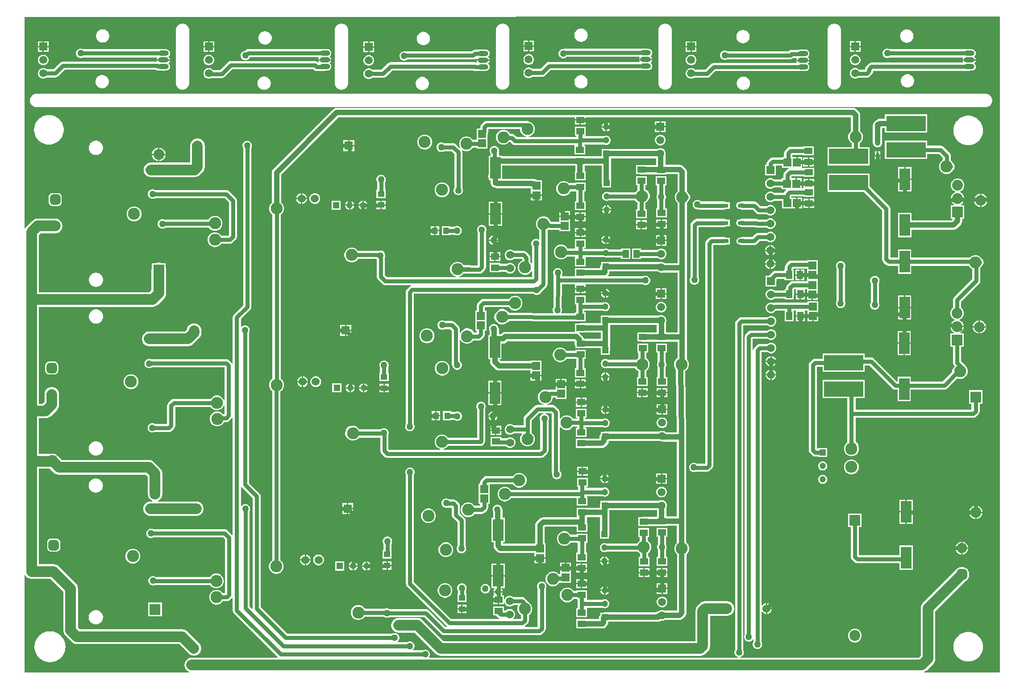
<source format=gbl>
G04*
G04 #@! TF.GenerationSoftware,Altium Limited,Altium Designer,21.6.4 (81)*
G04*
G04 Layer_Physical_Order=2*
G04 Layer_Color=16711680*
%FSLAX43Y43*%
%MOMM*%
G71*
G04*
G04 #@! TF.SameCoordinates,1BFCAD30-3443-4AAB-B7F7-DC6525A64C66*
G04*
G04*
G04 #@! TF.FilePolarity,Positive*
G04*
G01*
G75*
%ADD21R,1.207X1.508*%
%ADD24R,1.508X1.207*%
%ADD26R,1.556X1.505*%
G04:AMPARAMS|DCode=30|XSize=1.607mm|YSize=0.762mm|CornerRadius=0.381mm|HoleSize=0mm|Usage=FLASHONLY|Rotation=0.000|XOffset=0mm|YOffset=0mm|HoleType=Round|Shape=RoundedRectangle|*
%AMROUNDEDRECTD30*
21,1,1.607,0.000,0,0,0.0*
21,1,0.845,0.762,0,0,0.0*
1,1,0.762,0.422,0.000*
1,1,0.762,-0.422,0.000*
1,1,0.762,-0.422,0.000*
1,1,0.762,0.422,0.000*
%
%ADD30ROUNDEDRECTD30*%
%ADD31R,1.607X0.762*%
%ADD32R,1.505X1.556*%
%ADD42C,2.057*%
%ADD43R,2.057X2.057*%
%ADD44R,1.524X1.524*%
%ADD45C,1.524*%
%ADD46R,1.575X1.575*%
%ADD47C,1.575*%
%ADD48R,1.200X1.200*%
%ADD49C,1.200*%
%ADD50R,1.200X1.200*%
%ADD58R,2.050X2.050*%
%ADD59C,2.050*%
%ADD62C,2.000*%
%ADD64C,0.762*%
%ADD66C,1.000*%
%ADD67C,2.286*%
%ADD68R,1.500X1.500*%
%ADD69C,1.500*%
G04:AMPARAMS|DCode=70|XSize=1.95mm|YSize=1.95mm|CornerRadius=0.488mm|HoleSize=0mm|Usage=FLASHONLY|Rotation=270.000|XOffset=0mm|YOffset=0mm|HoleType=Round|Shape=RoundedRectangle|*
%AMROUNDEDRECTD70*
21,1,1.950,0.975,0,0,270.0*
21,1,0.975,1.950,0,0,270.0*
1,1,0.975,-0.488,-0.488*
1,1,0.975,-0.488,0.488*
1,1,0.975,0.488,0.488*
1,1,0.975,0.488,-0.488*
%
%ADD70ROUNDEDRECTD70*%
%ADD71C,1.950*%
%ADD72O,2.000X1.000*%
%ADD73O,2.000X1.000*%
%ADD74C,2.000*%
%ADD75C,1.270*%
%ADD76R,2.000X4.100*%
%ADD77R,1.200X1.100*%
%ADD78R,1.100X1.200*%
%ADD79R,0.500X1.000*%
%ADD80R,7.500X3.000*%
G36*
X246341Y177471D02*
Y53186D01*
X246216Y53061D01*
X232014D01*
X231989Y53188D01*
X232265Y53302D01*
X232554Y53523D01*
X233725Y54695D01*
X233947Y54984D01*
X234086Y55319D01*
X234133Y55680D01*
Y64692D01*
X239960Y70518D01*
X239994Y70533D01*
X240149Y70651D01*
X240268Y70806D01*
X240323Y70938D01*
X240357Y70982D01*
X240496Y71318D01*
X240543Y71679D01*
X240496Y72039D01*
X240357Y72375D01*
X240303Y72445D01*
X240268Y72529D01*
X240149Y72684D01*
X239994Y72803D01*
X239906Y72839D01*
X239847Y72885D01*
X239511Y73024D01*
X239150Y73072D01*
X238790Y73024D01*
X238454Y72885D01*
X238435Y72871D01*
X238272Y72803D01*
X238117Y72684D01*
X237998Y72529D01*
X237974Y72473D01*
X231755Y66254D01*
X231534Y65965D01*
X231395Y65629D01*
X231347Y65269D01*
Y56257D01*
X230992Y55901D01*
X197114D01*
X197097Y56028D01*
X197244Y56068D01*
X197447Y56185D01*
X197612Y56350D01*
X197729Y56553D01*
X197790Y56779D01*
Y57013D01*
X197729Y57239D01*
X197669Y57343D01*
Y118967D01*
X202290D01*
X202325Y118932D01*
X202554Y118800D01*
X202809Y118732D01*
X203073D01*
X203329Y118800D01*
X203558Y118932D01*
X203745Y119119D01*
X203877Y119348D01*
X203945Y119603D01*
Y119868D01*
X203877Y120123D01*
X203745Y120352D01*
X203558Y120539D01*
X203329Y120671D01*
X203073Y120740D01*
X202809D01*
X202554Y120671D01*
X202325Y120539D01*
X202290Y120504D01*
X197347D01*
X197148Y120478D01*
X196963Y120401D01*
X196804Y120279D01*
X196357Y119833D01*
X196235Y119674D01*
X196158Y119488D01*
X196132Y119289D01*
Y57343D01*
X196072Y57239D01*
X196012Y57013D01*
Y56779D01*
X196072Y56553D01*
X196189Y56350D01*
X196355Y56185D01*
X196558Y56068D01*
X196704Y56028D01*
X196687Y55901D01*
X138167D01*
X138103Y56028D01*
X138192Y56181D01*
X138252Y56407D01*
Y56641D01*
X138192Y56868D01*
X138075Y57070D01*
X137909Y57236D01*
X137706Y57353D01*
X137480Y57413D01*
X137246D01*
X137020Y57353D01*
X136916Y57293D01*
X135082D01*
X135030Y57420D01*
X135154Y57544D01*
X135271Y57747D01*
X135331Y57973D01*
Y58207D01*
X135271Y58433D01*
X135154Y58636D01*
X134988Y58801D01*
X134785Y58918D01*
X134559Y58979D01*
X134325D01*
X134099Y58918D01*
X133995Y58858D01*
X132195D01*
X132150Y58985D01*
X132283Y59119D01*
X132400Y59321D01*
X132461Y59548D01*
Y59782D01*
X132400Y60008D01*
X132283Y60210D01*
X132118Y60376D01*
X131915Y60493D01*
X131689Y60554D01*
X131455D01*
X131229Y60493D01*
X131125Y60433D01*
X111240D01*
X106153Y65520D01*
Y86487D01*
X106153Y86487D01*
X106140Y86586D01*
X106127Y86686D01*
X106050Y86871D01*
X105928Y87030D01*
X103943Y89015D01*
Y117587D01*
X104003Y117691D01*
X104064Y117917D01*
Y118151D01*
X104003Y118377D01*
X103886Y118580D01*
X103721Y118745D01*
X103518Y118862D01*
X103292Y118923D01*
X103058D01*
X102832Y118862D01*
X102629Y118745D01*
X102521Y118637D01*
X102394Y118690D01*
Y120128D01*
X104150Y121885D01*
X104150Y121885D01*
X104272Y122044D01*
X104349Y122229D01*
X104375Y122428D01*
X104375Y122428D01*
Y152614D01*
X104435Y152717D01*
X104496Y152943D01*
Y153177D01*
X104435Y153404D01*
X104318Y153606D01*
X104152Y153772D01*
X103950Y153889D01*
X103724Y153949D01*
X103490D01*
X103263Y153889D01*
X103061Y153772D01*
X102895Y153606D01*
X102778Y153404D01*
X102718Y153177D01*
Y152943D01*
X102778Y152717D01*
X102838Y152614D01*
Y122746D01*
X101082Y120990D01*
X100960Y120831D01*
X100883Y120646D01*
X100857Y120447D01*
Y111716D01*
X100739Y111669D01*
X100716Y111723D01*
X100594Y111882D01*
X100148Y112329D01*
X99989Y112451D01*
X99803Y112528D01*
X99604Y112554D01*
X85296D01*
X85131Y112598D01*
X84897D01*
X84671Y112538D01*
X84468Y112421D01*
X84302Y112255D01*
X84185Y112052D01*
X84125Y111826D01*
Y111592D01*
X84185Y111366D01*
X84302Y111163D01*
X84468Y110998D01*
X84671Y110881D01*
X84897Y110820D01*
X85131D01*
X85357Y110881D01*
X85560Y110998D01*
X85579Y111017D01*
X99282D01*
Y104751D01*
X99155Y104734D01*
X99143Y104781D01*
X98959Y105099D01*
X98699Y105359D01*
X98380Y105543D01*
X98025Y105639D01*
X97657D01*
X97302Y105543D01*
X96983Y105359D01*
X96723Y105099D01*
X96671Y105010D01*
X89713D01*
X89514Y104984D01*
X89329Y104907D01*
X89169Y104785D01*
X88636Y104252D01*
X88514Y104092D01*
X88437Y103907D01*
X88411Y103708D01*
Y100235D01*
X86133D01*
X85941Y100346D01*
X85715Y100406D01*
X85481D01*
X85255Y100346D01*
X85052Y100229D01*
X84887Y100063D01*
X84770Y99860D01*
X84709Y99634D01*
Y99400D01*
X84770Y99174D01*
X84887Y98971D01*
X85052Y98806D01*
X85255Y98689D01*
X85481Y98628D01*
X85715D01*
X85941Y98689D01*
X85957Y98698D01*
X88733D01*
X88932Y98724D01*
X89117Y98801D01*
X89276Y98923D01*
X89723Y99369D01*
X89845Y99528D01*
X89922Y99714D01*
X89948Y99913D01*
Y103390D01*
X90031Y103473D01*
X96671D01*
X96723Y103384D01*
X96983Y103124D01*
X97302Y102940D01*
X97657Y102845D01*
X98025D01*
X98380Y102940D01*
X98699Y103124D01*
X98959Y103384D01*
X99143Y103702D01*
X99155Y103749D01*
X99282Y103732D01*
Y102129D01*
X98957D01*
X98775Y102311D01*
X98456Y102495D01*
X98101Y102591D01*
X97733D01*
X97378Y102495D01*
X97059Y102311D01*
X96799Y102051D01*
X96615Y101733D01*
X96520Y101378D01*
Y101010D01*
X96615Y100654D01*
X96799Y100336D01*
X97059Y100076D01*
X97378Y99892D01*
X97733Y99797D01*
X98101D01*
X98456Y99892D01*
X98775Y100076D01*
X99035Y100336D01*
X99183Y100592D01*
X99604D01*
X99803Y100618D01*
X99989Y100695D01*
X100148Y100817D01*
X100594Y101263D01*
X100716Y101423D01*
X100739Y101477D01*
X100857Y101430D01*
Y79214D01*
X100730Y79170D01*
X100721Y79182D01*
X100721Y79182D01*
X99883Y80020D01*
X99724Y80142D01*
X99538Y80219D01*
X99339Y80245D01*
X85791D01*
X85687Y80305D01*
X85461Y80366D01*
X85227D01*
X85001Y80305D01*
X84798Y80188D01*
X84633Y80022D01*
X84516Y79820D01*
X84455Y79594D01*
Y79360D01*
X84516Y79133D01*
X84633Y78931D01*
X84798Y78765D01*
X85001Y78648D01*
X85227Y78588D01*
X85461D01*
X85687Y78648D01*
X85791Y78708D01*
X99021D01*
X99409Y78320D01*
Y68129D01*
X98959D01*
X98908Y68219D01*
X98648Y68479D01*
X98329Y68663D01*
X97974Y68758D01*
X97606D01*
X97251Y68663D01*
X96932Y68479D01*
X96672Y68219D01*
X96488Y67900D01*
X96393Y67545D01*
Y67177D01*
X96488Y66822D01*
X96672Y66503D01*
X96932Y66243D01*
X97251Y66059D01*
X97606Y65964D01*
X97974D01*
X98329Y66059D01*
X98648Y66243D01*
X98908Y66503D01*
X98959Y66592D01*
X99731D01*
X99930Y66618D01*
X100116Y66695D01*
X100275Y66817D01*
X100721Y67264D01*
X100730Y67275D01*
X100857Y67232D01*
Y64846D01*
X100883Y64647D01*
X100960Y64462D01*
X101082Y64303D01*
X109356Y56028D01*
X109304Y55901D01*
X93076D01*
X92716Y55854D01*
X92380Y55715D01*
X92091Y55493D01*
X91870Y55205D01*
X91731Y54869D01*
X91683Y54508D01*
X91731Y54148D01*
X91870Y53812D01*
X92091Y53523D01*
X92380Y53302D01*
X92656Y53188D01*
X92631Y53061D01*
X61466D01*
X61341Y53186D01*
Y71598D01*
X61468Y71623D01*
X61496Y71556D01*
X61717Y71268D01*
X62006Y71046D01*
X62342Y70907D01*
X62702Y70860D01*
X66319D01*
X68736Y68442D01*
Y61039D01*
X68784Y60679D01*
X68923Y60343D01*
X69144Y60054D01*
X70316Y58883D01*
X70605Y58661D01*
X70940Y58522D01*
X71301Y58475D01*
X90711D01*
X92512Y56673D01*
X92801Y56452D01*
X93137Y56313D01*
X93497Y56265D01*
X93858Y56313D01*
X94194Y56452D01*
X94482Y56673D01*
X94704Y56962D01*
X94843Y57297D01*
X94890Y57658D01*
X94843Y58019D01*
X94704Y58354D01*
X94482Y58643D01*
X92273Y60853D01*
X91984Y61074D01*
X91648Y61213D01*
X91288Y61261D01*
X71878D01*
X71522Y61616D01*
Y69019D01*
X71475Y69379D01*
X71336Y69715D01*
X71114Y70004D01*
X67881Y73237D01*
X67592Y73459D01*
X67256Y73598D01*
X66896Y73645D01*
X64095D01*
Y89699D01*
X64080Y89812D01*
Y91745D01*
X66154D01*
X66885Y91014D01*
X67174Y90793D01*
X67509Y90653D01*
X67870Y90606D01*
X84383D01*
X84738Y90250D01*
Y86944D01*
X84786Y86584D01*
X84925Y86248D01*
X85146Y85959D01*
X85435Y85738D01*
X85595Y85671D01*
X85570Y85544D01*
X85264D01*
X84903Y85497D01*
X84567Y85358D01*
X84279Y85136D01*
X84058Y84848D01*
X83918Y84512D01*
X83871Y84151D01*
X83918Y83791D01*
X84058Y83455D01*
X84279Y83167D01*
X84567Y82945D01*
X84903Y82806D01*
X85264Y82759D01*
X93930D01*
X94291Y82806D01*
X94627Y82945D01*
X94915Y83167D01*
X95137Y83455D01*
X95276Y83791D01*
X95323Y84151D01*
X95276Y84512D01*
X95137Y84848D01*
X94915Y85136D01*
X94627Y85358D01*
X94291Y85497D01*
X93930Y85544D01*
X86693D01*
X86667Y85671D01*
X86828Y85738D01*
X87116Y85959D01*
X87338Y86248D01*
X87477Y86584D01*
X87524Y86944D01*
Y90827D01*
X87477Y91188D01*
X87338Y91524D01*
X87116Y91812D01*
X85945Y92984D01*
X85656Y93205D01*
X85320Y93344D01*
X84960Y93392D01*
X68447D01*
X67661Y94178D01*
X67373Y94399D01*
X67037Y94538D01*
X66916Y94554D01*
X66783Y94590D01*
X66415D01*
X66195Y94531D01*
X64080D01*
Y101299D01*
X65368D01*
X65729Y101347D01*
X66065Y101486D01*
X66353Y101707D01*
X67525Y102879D01*
X67746Y103167D01*
X67885Y103503D01*
X67933Y103864D01*
Y105857D01*
X67885Y106217D01*
X67746Y106553D01*
X67525Y106842D01*
X67236Y107063D01*
X66901Y107202D01*
X66540Y107250D01*
X66179Y107202D01*
X65844Y107063D01*
X65555Y106842D01*
X65334Y106553D01*
X65195Y106217D01*
X65147Y105857D01*
Y104441D01*
X64791Y104085D01*
X64080D01*
Y122457D01*
X85674D01*
X86035Y122505D01*
X86371Y122644D01*
X86659Y122865D01*
X87831Y124037D01*
X88052Y124326D01*
X88191Y124661D01*
X88239Y125022D01*
Y129435D01*
X88191Y129796D01*
X88100Y130016D01*
Y130747D01*
X87329D01*
X87178Y130809D01*
X86817Y130857D01*
X86457Y130809D01*
X86305Y130747D01*
X85535D01*
Y129976D01*
X85472Y129824D01*
X85424Y129464D01*
X85453Y129246D01*
Y125599D01*
X85097Y125243D01*
X64080D01*
Y136061D01*
X64436Y136417D01*
X67175D01*
X67536Y136464D01*
X67871Y136604D01*
X68160Y136825D01*
X68381Y137113D01*
X68520Y137449D01*
X68568Y137810D01*
X68520Y138170D01*
X68381Y138506D01*
X68160Y138795D01*
X67871Y139016D01*
X67536Y139155D01*
X67175Y139203D01*
X63859D01*
X63498Y139155D01*
X63162Y139016D01*
X62874Y138795D01*
X61702Y137623D01*
X61481Y137335D01*
X61468Y137304D01*
X61341Y137329D01*
Y177436D01*
X246251Y177561D01*
X246341Y177471D01*
D02*
G37*
G36*
X102631Y88153D02*
X104616Y86169D01*
Y65230D01*
X104506Y65161D01*
X104045Y65622D01*
Y83703D01*
X104105Y83807D01*
X104165Y84033D01*
Y84267D01*
X104105Y84493D01*
X103988Y84696D01*
X103822Y84862D01*
X103620Y84979D01*
X103393Y85039D01*
X103159D01*
X102933Y84979D01*
X102731Y84862D01*
X102565Y84696D01*
X102521Y84620D01*
X102394Y84654D01*
Y88262D01*
X102467Y88294D01*
X102521Y88297D01*
X102631Y88153D01*
D02*
G37*
%LPC*%
G36*
X167020Y175264D02*
X166823D01*
X166798Y175259D01*
X166773D01*
X166580Y175221D01*
X166556Y175211D01*
X166531Y175206D01*
X166349Y175130D01*
X166328Y175116D01*
X166304Y175107D01*
X166140Y174997D01*
X166122Y174979D01*
X166101Y174965D01*
X165962Y174826D01*
X165948Y174804D01*
X165930Y174786D01*
X165820Y174623D01*
X165811Y174599D01*
X165796Y174578D01*
X165721Y174396D01*
X165716Y174371D01*
X165706Y174347D01*
X165668Y174154D01*
Y174128D01*
X165663Y174103D01*
Y173906D01*
X165668Y173881D01*
Y173856D01*
X165706Y173663D01*
X165716Y173639D01*
X165721Y173614D01*
X165796Y173432D01*
X165811Y173411D01*
X165820Y173387D01*
X165930Y173224D01*
X165948Y173206D01*
X165962Y173184D01*
X166101Y173045D01*
X166122Y173031D01*
X166140Y173013D01*
X166304Y172903D01*
X166328Y172894D01*
X166349Y172880D01*
X166531Y172804D01*
X166556Y172799D01*
X166580Y172789D01*
X166773Y172751D01*
X166798D01*
X166823Y172746D01*
X167020D01*
X167045Y172751D01*
X167071D01*
X167264Y172789D01*
X167288Y172799D01*
X167313Y172804D01*
X167495Y172880D01*
X167516Y172894D01*
X167539Y172903D01*
X167703Y173013D01*
X167721Y173031D01*
X167742Y173045D01*
X167882Y173184D01*
X167896Y173206D01*
X167914Y173224D01*
X168023Y173387D01*
X168033Y173411D01*
X168047Y173432D01*
X168123Y173614D01*
X168128Y173639D01*
X168137Y173663D01*
X168176Y173856D01*
Y173881D01*
X168181Y173906D01*
Y174103D01*
X168176Y174128D01*
Y174154D01*
X168137Y174347D01*
X168128Y174371D01*
X168123Y174396D01*
X168047Y174578D01*
X168033Y174599D01*
X168023Y174623D01*
X167914Y174786D01*
X167896Y174804D01*
X167882Y174826D01*
X167742Y174965D01*
X167721Y174979D01*
X167703Y174997D01*
X167539Y175107D01*
X167516Y175116D01*
X167495Y175130D01*
X167313Y175206D01*
X167288Y175211D01*
X167264Y175221D01*
X167071Y175259D01*
X167045D01*
X167020Y175264D01*
D02*
G37*
G36*
X76291Y175106D02*
X76094D01*
X76069Y175101D01*
X76044D01*
X75850Y175063D01*
X75827Y175053D01*
X75802Y175048D01*
X75620Y174973D01*
X75599Y174959D01*
X75575Y174949D01*
X75411Y174840D01*
X75393Y174822D01*
X75372Y174807D01*
X75233Y174668D01*
X75218Y174647D01*
X75200Y174629D01*
X75091Y174465D01*
X75081Y174441D01*
X75067Y174420D01*
X74992Y174238D01*
X74987Y174213D01*
X74977Y174190D01*
X74939Y173996D01*
Y173971D01*
X74934Y173946D01*
Y173749D01*
X74939Y173724D01*
Y173698D01*
X74977Y173505D01*
X74987Y173482D01*
X74992Y173457D01*
X75067Y173275D01*
X75081Y173253D01*
X75091Y173230D01*
X75200Y173066D01*
X75218Y173048D01*
X75233Y173027D01*
X75372Y172888D01*
X75393Y172873D01*
X75411Y172855D01*
X75575Y172746D01*
X75599Y172736D01*
X75620Y172722D01*
X75802Y172647D01*
X75827Y172642D01*
X75850Y172632D01*
X76044Y172593D01*
X76069D01*
X76094Y172588D01*
X76291D01*
X76316Y172593D01*
X76342D01*
X76535Y172632D01*
X76558Y172642D01*
X76583Y172647D01*
X76765Y172722D01*
X76787Y172736D01*
X76810Y172746D01*
X76974Y172855D01*
X76992Y172873D01*
X77013Y172888D01*
X77152Y173027D01*
X77167Y173048D01*
X77185Y173066D01*
X77294Y173230D01*
X77304Y173253D01*
X77318Y173275D01*
X77393Y173457D01*
X77398Y173482D01*
X77408Y173505D01*
X77447Y173698D01*
Y173724D01*
X77452Y173749D01*
Y173946D01*
X77447Y173971D01*
Y173996D01*
X77408Y174190D01*
X77398Y174213D01*
X77393Y174238D01*
X77318Y174420D01*
X77304Y174441D01*
X77294Y174465D01*
X77185Y174629D01*
X77167Y174647D01*
X77152Y174668D01*
X77013Y174807D01*
X76992Y174822D01*
X76974Y174840D01*
X76810Y174949D01*
X76787Y174959D01*
X76765Y174973D01*
X76583Y175048D01*
X76558Y175053D01*
X76535Y175063D01*
X76342Y175101D01*
X76316D01*
X76291Y175106D01*
D02*
G37*
G36*
X228800Y175097D02*
X228603D01*
X228578Y175092D01*
X228553D01*
X228359Y175053D01*
X228336Y175043D01*
X228311Y175038D01*
X228129Y174963D01*
X228108Y174949D01*
X228084Y174939D01*
X227920Y174830D01*
X227902Y174812D01*
X227881Y174797D01*
X227742Y174658D01*
X227728Y174637D01*
X227710Y174619D01*
X227600Y174455D01*
X227590Y174432D01*
X227576Y174410D01*
X227501Y174228D01*
X227496Y174203D01*
X227486Y174180D01*
X227448Y173987D01*
Y173961D01*
X227443Y173936D01*
Y173739D01*
X227448Y173714D01*
Y173689D01*
X227486Y173495D01*
X227496Y173472D01*
X227501Y173447D01*
X227576Y173265D01*
X227590Y173244D01*
X227600Y173220D01*
X227710Y173056D01*
X227728Y173038D01*
X227742Y173017D01*
X227881Y172878D01*
X227902Y172864D01*
X227920Y172846D01*
X228084Y172736D01*
X228108Y172726D01*
X228129Y172712D01*
X228311Y172637D01*
X228336Y172632D01*
X228359Y172622D01*
X228553Y172584D01*
X228578D01*
X228603Y172579D01*
X228800D01*
X228825Y172584D01*
X228851D01*
X229044Y172622D01*
X229067Y172632D01*
X229092Y172637D01*
X229274Y172712D01*
X229296Y172726D01*
X229319Y172736D01*
X229483Y172846D01*
X229501Y172864D01*
X229522Y172878D01*
X229661Y173017D01*
X229676Y173038D01*
X229694Y173056D01*
X229803Y173220D01*
X229813Y173244D01*
X229827Y173265D01*
X229902Y173447D01*
X229907Y173472D01*
X229917Y173495D01*
X229956Y173689D01*
Y173714D01*
X229961Y173739D01*
Y173936D01*
X229956Y173961D01*
Y173987D01*
X229917Y174180D01*
X229907Y174203D01*
X229902Y174228D01*
X229827Y174410D01*
X229813Y174432D01*
X229803Y174455D01*
X229694Y174619D01*
X229676Y174637D01*
X229661Y174658D01*
X229522Y174797D01*
X229501Y174812D01*
X229483Y174830D01*
X229319Y174939D01*
X229296Y174949D01*
X229274Y174963D01*
X229092Y175038D01*
X229067Y175043D01*
X229044Y175053D01*
X228851Y175092D01*
X228825D01*
X228800Y175097D01*
D02*
G37*
G36*
X197742Y174981D02*
X197545D01*
X197520Y174976D01*
X197494D01*
X197301Y174938D01*
X197277Y174928D01*
X197252Y174923D01*
X197070Y174848D01*
X197049Y174833D01*
X197026Y174824D01*
X196862Y174714D01*
X196844Y174696D01*
X196822Y174682D01*
X196683Y174543D01*
X196669Y174522D01*
X196651Y174504D01*
X196542Y174340D01*
X196532Y174316D01*
X196518Y174295D01*
X196442Y174113D01*
X196437Y174088D01*
X196428Y174064D01*
X196389Y173871D01*
Y173846D01*
X196384Y173821D01*
Y173624D01*
X196389Y173599D01*
Y173573D01*
X196428Y173380D01*
X196437Y173356D01*
X196442Y173331D01*
X196518Y173149D01*
X196532Y173128D01*
X196542Y173105D01*
X196651Y172941D01*
X196669Y172923D01*
X196683Y172902D01*
X196822Y172762D01*
X196844Y172748D01*
X196862Y172730D01*
X197026Y172621D01*
X197049Y172611D01*
X197070Y172597D01*
X197252Y172521D01*
X197277Y172516D01*
X197301Y172507D01*
X197494Y172468D01*
X197520D01*
X197545Y172463D01*
X197742D01*
X197767Y172468D01*
X197792D01*
X197985Y172507D01*
X198009Y172516D01*
X198034Y172521D01*
X198216Y172597D01*
X198237Y172611D01*
X198261Y172621D01*
X198424Y172730D01*
X198442Y172748D01*
X198464Y172762D01*
X198603Y172902D01*
X198617Y172923D01*
X198635Y172941D01*
X198745Y173105D01*
X198754Y173128D01*
X198769Y173149D01*
X198844Y173331D01*
X198849Y173356D01*
X198859Y173380D01*
X198897Y173573D01*
Y173599D01*
X198902Y173624D01*
Y173821D01*
X198897Y173846D01*
Y173871D01*
X198859Y174064D01*
X198849Y174088D01*
X198844Y174113D01*
X198769Y174295D01*
X198754Y174316D01*
X198745Y174340D01*
X198635Y174504D01*
X198617Y174522D01*
X198603Y174543D01*
X198464Y174682D01*
X198442Y174696D01*
X198424Y174714D01*
X198261Y174824D01*
X198237Y174833D01*
X198216Y174848D01*
X198034Y174923D01*
X198009Y174928D01*
X197985Y174938D01*
X197792Y174976D01*
X197767D01*
X197742Y174981D01*
D02*
G37*
G36*
X107083Y174741D02*
X106886D01*
X106861Y174736D01*
X106836D01*
X106643Y174698D01*
X106619Y174688D01*
X106594Y174683D01*
X106412Y174607D01*
X106391Y174593D01*
X106367Y174584D01*
X106203Y174474D01*
X106185Y174456D01*
X106164Y174442D01*
X106025Y174303D01*
X106011Y174281D01*
X105993Y174263D01*
X105883Y174100D01*
X105874Y174076D01*
X105859Y174055D01*
X105784Y173873D01*
X105779Y173848D01*
X105769Y173824D01*
X105731Y173631D01*
Y173606D01*
X105726Y173580D01*
Y173384D01*
X105731Y173358D01*
Y173333D01*
X105769Y173140D01*
X105779Y173116D01*
X105784Y173091D01*
X105859Y172909D01*
X105874Y172888D01*
X105883Y172864D01*
X105993Y172701D01*
X106011Y172683D01*
X106025Y172661D01*
X106164Y172522D01*
X106185Y172508D01*
X106203Y172490D01*
X106367Y172380D01*
X106391Y172371D01*
X106412Y172357D01*
X106594Y172281D01*
X106619Y172276D01*
X106643Y172266D01*
X106836Y172228D01*
X106861D01*
X106886Y172223D01*
X107083D01*
X107108Y172228D01*
X107134D01*
X107327Y172266D01*
X107351Y172276D01*
X107376Y172281D01*
X107558Y172357D01*
X107579Y172371D01*
X107602Y172380D01*
X107766Y172490D01*
X107784Y172508D01*
X107805Y172522D01*
X107945Y172661D01*
X107959Y172683D01*
X107977Y172701D01*
X108086Y172864D01*
X108096Y172888D01*
X108110Y172909D01*
X108186Y173091D01*
X108191Y173116D01*
X108200Y173140D01*
X108239Y173333D01*
Y173358D01*
X108244Y173384D01*
Y173580D01*
X108239Y173606D01*
Y173631D01*
X108200Y173824D01*
X108191Y173848D01*
X108186Y173873D01*
X108110Y174055D01*
X108096Y174076D01*
X108086Y174100D01*
X107977Y174263D01*
X107959Y174281D01*
X107945Y174303D01*
X107805Y174442D01*
X107784Y174456D01*
X107766Y174474D01*
X107602Y174584D01*
X107579Y174593D01*
X107558Y174607D01*
X107376Y174683D01*
X107351Y174688D01*
X107327Y174698D01*
X107134Y174736D01*
X107108D01*
X107083Y174741D01*
D02*
G37*
G36*
X137112Y174626D02*
X136915D01*
X136890Y174621D01*
X136864D01*
X136671Y174582D01*
X136648Y174572D01*
X136622Y174567D01*
X136441Y174492D01*
X136419Y174478D01*
X136396Y174468D01*
X136232Y174359D01*
X136214Y174341D01*
X136193Y174326D01*
X136053Y174187D01*
X136039Y174166D01*
X136021Y174148D01*
X135912Y173984D01*
X135902Y173961D01*
X135888Y173939D01*
X135812Y173757D01*
X135807Y173732D01*
X135798Y173709D01*
X135759Y173516D01*
Y173490D01*
X135754Y173465D01*
Y173268D01*
X135759Y173243D01*
Y173218D01*
X135798Y173024D01*
X135807Y173001D01*
X135812Y172976D01*
X135888Y172794D01*
X135902Y172773D01*
X135912Y172749D01*
X136021Y172585D01*
X136039Y172567D01*
X136053Y172546D01*
X136193Y172407D01*
X136214Y172393D01*
X136232Y172375D01*
X136396Y172265D01*
X136419Y172255D01*
X136441Y172241D01*
X136622Y172166D01*
X136648Y172161D01*
X136671Y172151D01*
X136864Y172113D01*
X136890D01*
X136915Y172108D01*
X137112D01*
X137137Y172113D01*
X137162D01*
X137355Y172151D01*
X137379Y172161D01*
X137404Y172166D01*
X137586Y172241D01*
X137607Y172255D01*
X137631Y172265D01*
X137795Y172375D01*
X137813Y172393D01*
X137834Y172407D01*
X137973Y172546D01*
X137987Y172567D01*
X138005Y172585D01*
X138115Y172749D01*
X138125Y172773D01*
X138139Y172794D01*
X138214Y172976D01*
X138219Y173001D01*
X138229Y173024D01*
X138267Y173218D01*
Y173243D01*
X138272Y173268D01*
Y173465D01*
X138267Y173490D01*
Y173516D01*
X138229Y173709D01*
X138219Y173732D01*
X138214Y173757D01*
X138139Y173939D01*
X138125Y173961D01*
X138115Y173984D01*
X138005Y174148D01*
X137987Y174166D01*
X137973Y174187D01*
X137834Y174326D01*
X137813Y174341D01*
X137795Y174359D01*
X137631Y174468D01*
X137607Y174478D01*
X137586Y174492D01*
X137404Y174567D01*
X137379Y174572D01*
X137355Y174582D01*
X137162Y174621D01*
X137137D01*
X137112Y174626D01*
D02*
G37*
G36*
X157997Y172937D02*
X157120D01*
Y172060D01*
X157997D01*
Y172937D01*
D02*
G37*
G36*
X156866D02*
X155989D01*
Y172060D01*
X156866D01*
Y172937D01*
D02*
G37*
G36*
X219927Y172860D02*
X219050D01*
Y171983D01*
X219927D01*
Y172860D01*
D02*
G37*
G36*
X218796D02*
X217919D01*
Y171983D01*
X218796D01*
Y172860D01*
D02*
G37*
G36*
X188812Y172835D02*
X187935D01*
Y171958D01*
X188812D01*
Y172835D01*
D02*
G37*
G36*
X97321D02*
X96444D01*
Y171958D01*
X97321D01*
Y172835D01*
D02*
G37*
G36*
X65926D02*
X65049D01*
Y171958D01*
X65926D01*
Y172835D01*
D02*
G37*
G36*
X96190D02*
X95313D01*
Y171958D01*
X96190D01*
Y172835D01*
D02*
G37*
G36*
X187681D02*
X186804D01*
Y171958D01*
X187681D01*
Y172835D01*
D02*
G37*
G36*
X64795D02*
X63918D01*
Y171958D01*
X64795D01*
Y172835D01*
D02*
G37*
G36*
X127669Y172759D02*
X126792D01*
Y171882D01*
X127669D01*
Y172759D01*
D02*
G37*
G36*
X126538D02*
X125661D01*
Y171882D01*
X126538D01*
Y172759D01*
D02*
G37*
G36*
X148836Y171296D02*
X147836D01*
X147639Y171270D01*
X147606Y171257D01*
X147521Y171245D01*
X146816D01*
X146816Y171245D01*
X146717Y171232D01*
X146617Y171219D01*
X146432Y171142D01*
X146273Y171020D01*
X146171Y170919D01*
X133579D01*
X133492Y170942D01*
X133258D01*
X133032Y170881D01*
X132830Y170764D01*
X132664Y170599D01*
X132547Y170396D01*
X132486Y170170D01*
Y169936D01*
X132547Y169710D01*
X132664Y169507D01*
X132830Y169342D01*
X133032Y169225D01*
X133258Y169164D01*
X133492D01*
X133719Y169225D01*
X133921Y169342D01*
X133961Y169382D01*
X146490D01*
X146689Y169408D01*
X146874Y169485D01*
X146925Y169524D01*
X147094Y169494D01*
X147106Y169474D01*
X147101Y169462D01*
X147092Y169393D01*
X149580D01*
X149571Y169462D01*
X149495Y169646D01*
X149374Y169803D01*
X149330Y169837D01*
Y169964D01*
X149374Y169998D01*
X149495Y170155D01*
X149571Y170339D01*
X149597Y170536D01*
X149571Y170732D01*
X149495Y170916D01*
X149374Y171073D01*
X149216Y171194D01*
X149033Y171270D01*
X148836Y171296D01*
D02*
G37*
G36*
X209491Y171271D02*
X208491D01*
X208294Y171245D01*
X208261Y171231D01*
X208177Y171220D01*
X206870D01*
X206870Y171220D01*
X206671Y171194D01*
X206485Y171117D01*
X206326Y170995D01*
X206326Y170995D01*
X206305Y170974D01*
X194630D01*
X194526Y171034D01*
X194300Y171094D01*
X194066D01*
X193840Y171034D01*
X193637Y170917D01*
X193472Y170751D01*
X193355Y170549D01*
X193294Y170322D01*
Y170088D01*
X193355Y169862D01*
X193472Y169660D01*
X193637Y169494D01*
X193840Y169377D01*
X194066Y169316D01*
X194300D01*
X194526Y169377D01*
X194630Y169437D01*
X206624D01*
X206823Y169463D01*
X207008Y169540D01*
X207167Y169662D01*
X207188Y169683D01*
X207729D01*
X207806Y169556D01*
X207757Y169437D01*
X207747Y169367D01*
X210235D01*
X210226Y169437D01*
X210150Y169620D01*
X210029Y169778D01*
X209985Y169812D01*
Y169939D01*
X210029Y169972D01*
X210150Y170130D01*
X210226Y170313D01*
X210252Y170510D01*
X210226Y170707D01*
X210150Y170890D01*
X210029Y171048D01*
X209871Y171169D01*
X209688Y171245D01*
X209491Y171271D01*
D02*
G37*
G36*
X157997Y171806D02*
X157120D01*
Y170929D01*
X157997D01*
Y171806D01*
D02*
G37*
G36*
X156866D02*
X155989D01*
Y170929D01*
X156866D01*
Y171806D01*
D02*
G37*
G36*
X219927Y171729D02*
X219050D01*
Y170852D01*
X219927D01*
Y171729D01*
D02*
G37*
G36*
X218796D02*
X217919D01*
Y170852D01*
X218796D01*
Y171729D01*
D02*
G37*
G36*
X188812Y171704D02*
X187935D01*
Y170827D01*
X188812D01*
Y171704D01*
D02*
G37*
G36*
X187681D02*
X186804D01*
Y170827D01*
X187681D01*
Y171704D01*
D02*
G37*
G36*
X97321D02*
X96444D01*
Y170827D01*
X97321D01*
Y171704D01*
D02*
G37*
G36*
X96190D02*
X95313D01*
Y170827D01*
X96190D01*
Y171704D01*
D02*
G37*
G36*
X65926D02*
X65049D01*
Y170827D01*
X65926D01*
Y171704D01*
D02*
G37*
G36*
X64795D02*
X63918D01*
Y170827D01*
X64795D01*
Y171704D01*
D02*
G37*
G36*
X127669Y171628D02*
X126792D01*
Y170751D01*
X127669D01*
Y171628D01*
D02*
G37*
G36*
X126538D02*
X125661D01*
Y170751D01*
X126538D01*
Y171628D01*
D02*
G37*
G36*
X179172Y171431D02*
X163826D01*
X163627Y171405D01*
X163600Y171394D01*
X163413D01*
X163187Y171333D01*
X162985Y171216D01*
X162819Y171051D01*
X162702Y170848D01*
X162641Y170622D01*
Y170388D01*
X162702Y170162D01*
X162819Y169959D01*
X162985Y169794D01*
X163187Y169677D01*
X163413Y169616D01*
X163648D01*
X163874Y169677D01*
X164076Y169794D01*
X164177Y169894D01*
X177962D01*
X178019Y169780D01*
X178013Y169773D01*
X177937Y169589D01*
X177928Y169520D01*
X180415D01*
X180406Y169589D01*
X180330Y169773D01*
X180209Y169930D01*
X180165Y169964D01*
Y170091D01*
X180209Y170125D01*
X180330Y170282D01*
X180406Y170466D01*
X180432Y170663D01*
X180406Y170859D01*
X180330Y171043D01*
X180209Y171200D01*
X180052Y171321D01*
X179868Y171397D01*
X179672Y171423D01*
X179233D01*
X179172Y171431D01*
D02*
G37*
G36*
X118118Y171360D02*
X117574D01*
X117534Y171355D01*
X103824D01*
X103625Y171329D01*
X103439Y171252D01*
X103280Y171130D01*
X103185Y171035D01*
X103129D01*
X102902Y170974D01*
X102700Y170857D01*
X102534Y170692D01*
X102417Y170489D01*
X102357Y170263D01*
Y170029D01*
X102417Y169803D01*
X102534Y169600D01*
X102700Y169434D01*
X102902Y169317D01*
X103129Y169257D01*
X103363D01*
X103589Y169317D01*
X103791Y169434D01*
X103957Y169600D01*
X104002Y169678D01*
X104142Y169818D01*
X117104D01*
X117160Y169704D01*
X117155Y169697D01*
X117079Y169513D01*
X117069Y169443D01*
X119557D01*
X119548Y169513D01*
X119472Y169697D01*
X119351Y169854D01*
X119307Y169888D01*
Y170015D01*
X119351Y170049D01*
X119472Y170206D01*
X119548Y170390D01*
X119574Y170586D01*
X119548Y170783D01*
X119472Y170967D01*
X119351Y171124D01*
X119193Y171245D01*
X119010Y171321D01*
X118813Y171347D01*
X118219D01*
X118118Y171360D01*
D02*
G37*
G36*
X225110Y171450D02*
X224876D01*
X224650Y171389D01*
X224447Y171272D01*
X224282Y171107D01*
X224165Y170904D01*
X224104Y170678D01*
Y170444D01*
X224165Y170218D01*
X224282Y170015D01*
X224447Y169850D01*
X224650Y169733D01*
X224876Y169672D01*
X225110D01*
X225336Y169733D01*
X225440Y169792D01*
X239329D01*
X239385Y169679D01*
X239379Y169671D01*
X239303Y169488D01*
X239294Y169418D01*
X241782D01*
X241773Y169488D01*
X241697Y169671D01*
X241576Y169829D01*
X241532Y169863D01*
Y169990D01*
X241576Y170023D01*
X241697Y170181D01*
X241773Y170364D01*
X241799Y170561D01*
X241773Y170758D01*
X241697Y170941D01*
X241576Y171099D01*
X241418Y171220D01*
X241235Y171296D01*
X241038Y171322D01*
X240599D01*
X240538Y171330D01*
X225440D01*
X225336Y171389D01*
X225110Y171450D01*
D02*
G37*
G36*
X72126D02*
X71892D01*
X71666Y171389D01*
X71463Y171272D01*
X71298Y171107D01*
X71181Y170904D01*
X71120Y170678D01*
Y170444D01*
X71181Y170218D01*
X71298Y170015D01*
X71463Y169850D01*
X71666Y169733D01*
X71892Y169672D01*
X72126D01*
X72352Y169733D01*
X72456Y169792D01*
X86497D01*
X86553Y169679D01*
X86548Y169671D01*
X86472Y169488D01*
X86462Y169418D01*
X88950D01*
X88941Y169488D01*
X88865Y169671D01*
X88744Y169829D01*
X88700Y169863D01*
Y169990D01*
X88744Y170023D01*
X88865Y170181D01*
X88941Y170364D01*
X88967Y170561D01*
X88941Y170758D01*
X88865Y170941D01*
X88744Y171099D01*
X88586Y171220D01*
X88403Y171296D01*
X88206Y171322D01*
X87768D01*
X87706Y171330D01*
X72456D01*
X72352Y171389D01*
X72126Y171450D01*
D02*
G37*
G36*
X88950Y169164D02*
X86462D01*
X86472Y169094D01*
X86480Y169073D01*
X86410Y168967D01*
X68656D01*
X68656Y168967D01*
X68457Y168941D01*
X68272Y168864D01*
X68113Y168742D01*
X66890Y167520D01*
X65574D01*
X65539Y167554D01*
X65310Y167687D01*
X65055Y167755D01*
X64790D01*
X64535Y167687D01*
X64306Y167554D01*
X64119Y167367D01*
X63987Y167139D01*
X63918Y166883D01*
Y166619D01*
X63987Y166363D01*
X64119Y166135D01*
X64306Y165948D01*
X64535Y165815D01*
X64790Y165747D01*
X65055D01*
X65310Y165815D01*
X65539Y165948D01*
X65574Y165982D01*
X67208D01*
X67407Y166009D01*
X67593Y166085D01*
X67752Y166208D01*
X68975Y167430D01*
X86299D01*
X86320Y167414D01*
X86506Y167337D01*
X86705Y167311D01*
X86892D01*
X86976Y167300D01*
X87009Y167286D01*
X87206Y167260D01*
X87645D01*
X87706Y167252D01*
X87767Y167260D01*
X88206D01*
X88403Y167286D01*
X88586Y167362D01*
X88744Y167483D01*
X88865Y167641D01*
X88941Y167824D01*
X88967Y168021D01*
X88941Y168218D01*
X88865Y168401D01*
X88744Y168559D01*
X88700Y168592D01*
Y168719D01*
X88744Y168753D01*
X88865Y168911D01*
X88941Y169094D01*
X88950Y169164D01*
D02*
G37*
G36*
X180415Y169266D02*
X177928D01*
X177937Y169196D01*
X178013Y169012D01*
X178019Y169005D01*
X177962Y168891D01*
X160822D01*
X160822Y168891D01*
X160623Y168865D01*
X160438Y168788D01*
X160279Y168666D01*
X160279Y168666D01*
X159259Y167647D01*
X157618D01*
X157609Y167656D01*
X157380Y167788D01*
X157125Y167857D01*
X156860D01*
X156605Y167788D01*
X156376Y167656D01*
X156189Y167469D01*
X156057Y167240D01*
X155989Y166985D01*
Y166720D01*
X156057Y166465D01*
X156189Y166236D01*
X156376Y166049D01*
X156605Y165917D01*
X156860Y165849D01*
X157125D01*
X157380Y165917D01*
X157609Y166049D01*
X157669Y166109D01*
X159577D01*
X159776Y166136D01*
X159962Y166212D01*
X160121Y166335D01*
X161140Y167354D01*
X179172D01*
X179233Y167362D01*
X179672D01*
X179868Y167388D01*
X180052Y167464D01*
X180209Y167585D01*
X180330Y167742D01*
X180406Y167926D01*
X180432Y168123D01*
X180406Y168319D01*
X180330Y168503D01*
X180209Y168660D01*
X180165Y168694D01*
Y168821D01*
X180209Y168855D01*
X180330Y169012D01*
X180406Y169196D01*
X180415Y169266D01*
D02*
G37*
G36*
X119557Y169189D02*
X117069D01*
X117079Y169120D01*
X117138Y168975D01*
X117097Y168867D01*
X117071Y168836D01*
X117016Y168827D01*
X117009Y168834D01*
X116850Y168957D01*
X116664Y169033D01*
X116465Y169060D01*
X100458D01*
X100458Y169060D01*
X100260Y169033D01*
X100074Y168957D01*
X99915Y168834D01*
X98498Y167418D01*
X97070D01*
X96933Y167554D01*
X96704Y167687D01*
X96449Y167755D01*
X96185D01*
X95929Y167687D01*
X95700Y167554D01*
X95513Y167367D01*
X95381Y167139D01*
X95313Y166883D01*
Y166619D01*
X95381Y166363D01*
X95513Y166135D01*
X95700Y165948D01*
X95929Y165815D01*
X96185Y165747D01*
X96449D01*
X96704Y165815D01*
X96818Y165881D01*
X98817D01*
X99016Y165907D01*
X99201Y165984D01*
X99360Y166106D01*
X100777Y167522D01*
X116147D01*
X116217Y167452D01*
X116217Y167452D01*
X116376Y167330D01*
X116562Y167253D01*
X116761Y167227D01*
X116761Y167227D01*
X117594D01*
X117634Y167232D01*
X118102D01*
X118142Y167227D01*
X118341Y167253D01*
X118420Y167286D01*
X118813D01*
X119010Y167312D01*
X119193Y167388D01*
X119351Y167509D01*
X119472Y167666D01*
X119548Y167850D01*
X119574Y168046D01*
X119548Y168243D01*
X119472Y168427D01*
X119351Y168584D01*
X119307Y168618D01*
Y168745D01*
X119351Y168779D01*
X119472Y168936D01*
X119548Y169120D01*
X119557Y169189D01*
D02*
G37*
G36*
X149580Y169139D02*
X147092D01*
X147101Y169069D01*
X147177Y168885D01*
X147120Y168771D01*
X147109Y168766D01*
X146932Y168840D01*
X146733Y168866D01*
X130799D01*
X130799Y168866D01*
X130600Y168840D01*
X130415Y168763D01*
X130256Y168641D01*
X130256Y168641D01*
X129058Y167443D01*
X127316D01*
X127281Y167478D01*
X127053Y167610D01*
X126797Y167679D01*
X126533D01*
X126277Y167610D01*
X126049Y167478D01*
X125862Y167291D01*
X125729Y167062D01*
X125661Y166807D01*
Y166543D01*
X125729Y166287D01*
X125862Y166058D01*
X126049Y165871D01*
X126277Y165739D01*
X126533Y165671D01*
X126797D01*
X127053Y165739D01*
X127281Y165871D01*
X127316Y165906D01*
X129377D01*
X129576Y165932D01*
X129761Y166009D01*
X129920Y166131D01*
X131118Y167329D01*
X146436D01*
X146501Y167279D01*
X146686Y167202D01*
X146786Y167189D01*
X146885Y167176D01*
X146885Y167176D01*
X147617D01*
X147657Y167181D01*
X148197D01*
X148237Y167176D01*
X148436Y167202D01*
X148515Y167235D01*
X148836D01*
X149033Y167261D01*
X149216Y167337D01*
X149374Y167458D01*
X149495Y167615D01*
X149571Y167799D01*
X149597Y167996D01*
X149571Y168192D01*
X149495Y168376D01*
X149374Y168533D01*
X149330Y168567D01*
Y168694D01*
X149374Y168728D01*
X149495Y168885D01*
X149571Y169069D01*
X149580Y169139D01*
D02*
G37*
G36*
X210235Y169113D02*
X207747D01*
X207757Y169043D01*
X207833Y168860D01*
X207858Y168827D01*
X207801Y168713D01*
X192064D01*
X192064Y168713D01*
X191865Y168687D01*
X191680Y168610D01*
X191520Y168488D01*
X191520Y168488D01*
X190526Y167494D01*
X188484D01*
X188424Y167554D01*
X188195Y167687D01*
X187940Y167755D01*
X187675D01*
X187420Y167687D01*
X187191Y167554D01*
X187004Y167367D01*
X186872Y167139D01*
X186804Y166883D01*
Y166619D01*
X186872Y166363D01*
X187004Y166135D01*
X187191Y165948D01*
X187420Y165815D01*
X187675Y165747D01*
X187940D01*
X188195Y165815D01*
X188424Y165948D01*
X188433Y165957D01*
X190845D01*
X191044Y165983D01*
X191229Y166060D01*
X191388Y166182D01*
X192382Y167176D01*
X209034D01*
X209233Y167202D01*
X209251Y167210D01*
X209491D01*
X209688Y167236D01*
X209871Y167312D01*
X210029Y167432D01*
X210150Y167590D01*
X210226Y167773D01*
X210252Y167970D01*
X210226Y168167D01*
X210150Y168350D01*
X210029Y168508D01*
X209985Y168542D01*
Y168669D01*
X210029Y168702D01*
X210150Y168860D01*
X210226Y169043D01*
X210235Y169113D01*
D02*
G37*
G36*
X157125Y170397D02*
X156860D01*
X156605Y170328D01*
X156376Y170196D01*
X156189Y170009D01*
X156057Y169780D01*
X155989Y169525D01*
Y169260D01*
X156057Y169005D01*
X156189Y168776D01*
X156376Y168589D01*
X156605Y168457D01*
X156860Y168389D01*
X157125D01*
X157380Y168457D01*
X157609Y168589D01*
X157796Y168776D01*
X157928Y169005D01*
X157997Y169260D01*
Y169525D01*
X157928Y169780D01*
X157796Y170009D01*
X157609Y170196D01*
X157380Y170328D01*
X157125Y170397D01*
D02*
G37*
G36*
X219055Y170320D02*
X218790D01*
X218535Y170252D01*
X218306Y170120D01*
X218119Y169933D01*
X217987Y169704D01*
X217919Y169449D01*
Y169184D01*
X217987Y168929D01*
X218119Y168700D01*
X218306Y168513D01*
X218535Y168381D01*
X218790Y168312D01*
X219055D01*
X219310Y168381D01*
X219539Y168513D01*
X219726Y168700D01*
X219858Y168929D01*
X219927Y169184D01*
Y169449D01*
X219858Y169704D01*
X219726Y169933D01*
X219539Y170120D01*
X219310Y170252D01*
X219055Y170320D01*
D02*
G37*
G36*
X187940Y170295D02*
X187675D01*
X187420Y170227D01*
X187191Y170094D01*
X187004Y169907D01*
X186872Y169679D01*
X186804Y169423D01*
Y169159D01*
X186872Y168903D01*
X187004Y168675D01*
X187191Y168488D01*
X187420Y168355D01*
X187675Y168287D01*
X187940D01*
X188195Y168355D01*
X188424Y168488D01*
X188611Y168675D01*
X188743Y168903D01*
X188812Y169159D01*
Y169423D01*
X188743Y169679D01*
X188611Y169907D01*
X188424Y170094D01*
X188195Y170227D01*
X187940Y170295D01*
D02*
G37*
G36*
X96449D02*
X96185D01*
X95929Y170227D01*
X95700Y170094D01*
X95513Y169907D01*
X95381Y169679D01*
X95313Y169423D01*
Y169159D01*
X95381Y168903D01*
X95513Y168675D01*
X95700Y168488D01*
X95929Y168355D01*
X96185Y168287D01*
X96449D01*
X96704Y168355D01*
X96933Y168488D01*
X97120Y168675D01*
X97252Y168903D01*
X97321Y169159D01*
Y169423D01*
X97252Y169679D01*
X97120Y169907D01*
X96933Y170094D01*
X96704Y170227D01*
X96449Y170295D01*
D02*
G37*
G36*
X65055D02*
X64790D01*
X64535Y170227D01*
X64306Y170094D01*
X64119Y169907D01*
X63987Y169679D01*
X63918Y169423D01*
Y169159D01*
X63987Y168903D01*
X64119Y168675D01*
X64306Y168488D01*
X64535Y168355D01*
X64790Y168287D01*
X65055D01*
X65310Y168355D01*
X65539Y168488D01*
X65726Y168675D01*
X65858Y168903D01*
X65926Y169159D01*
Y169423D01*
X65858Y169679D01*
X65726Y169907D01*
X65539Y170094D01*
X65310Y170227D01*
X65055Y170295D01*
D02*
G37*
G36*
X126797Y170219D02*
X126533D01*
X126277Y170150D01*
X126049Y170018D01*
X125862Y169831D01*
X125729Y169602D01*
X125661Y169347D01*
Y169083D01*
X125729Y168827D01*
X125862Y168598D01*
X126049Y168411D01*
X126277Y168279D01*
X126533Y168211D01*
X126797D01*
X127053Y168279D01*
X127281Y168411D01*
X127468Y168598D01*
X127601Y168827D01*
X127669Y169083D01*
Y169347D01*
X127601Y169602D01*
X127468Y169831D01*
X127281Y170018D01*
X127053Y170150D01*
X126797Y170219D01*
D02*
G37*
G36*
X241782Y169164D02*
X239294D01*
X239303Y169094D01*
X239379Y168911D01*
X239385Y168903D01*
X239329Y168790D01*
X222011D01*
X221812Y168763D01*
X221626Y168687D01*
X221467Y168564D01*
X221021Y168118D01*
X220899Y167959D01*
X220822Y167774D01*
X220796Y167575D01*
Y167494D01*
X219625D01*
X219539Y167580D01*
X219310Y167712D01*
X219055Y167780D01*
X218790D01*
X218535Y167712D01*
X218306Y167580D01*
X218119Y167393D01*
X217987Y167164D01*
X217919Y166909D01*
Y166644D01*
X217987Y166389D01*
X218119Y166160D01*
X218306Y165973D01*
X218535Y165841D01*
X218790Y165772D01*
X219055D01*
X219310Y165841D01*
X219511Y165957D01*
X221118D01*
X221317Y165983D01*
X221502Y166060D01*
X221661Y166182D01*
X222108Y166628D01*
X222230Y166788D01*
X222307Y166973D01*
X222333Y167172D01*
Y167252D01*
X240538D01*
X240599Y167260D01*
X241038D01*
X241235Y167286D01*
X241418Y167362D01*
X241576Y167483D01*
X241697Y167641D01*
X241773Y167824D01*
X241799Y168021D01*
X241773Y168218D01*
X241697Y168401D01*
X241576Y168559D01*
X241532Y168592D01*
Y168719D01*
X241576Y168753D01*
X241697Y168911D01*
X241773Y169094D01*
X241782Y169164D01*
D02*
G37*
G36*
X228927Y166588D02*
X228730D01*
X228705Y166583D01*
X228680D01*
X228486Y166544D01*
X228463Y166534D01*
X228438Y166529D01*
X228256Y166454D01*
X228235Y166440D01*
X228211Y166430D01*
X228047Y166321D01*
X228029Y166303D01*
X228008Y166288D01*
X227869Y166149D01*
X227855Y166128D01*
X227837Y166110D01*
X227727Y165946D01*
X227717Y165923D01*
X227703Y165901D01*
X227628Y165719D01*
X227623Y165694D01*
X227613Y165671D01*
X227575Y165478D01*
Y165452D01*
X227570Y165427D01*
Y165230D01*
X227575Y165205D01*
Y165180D01*
X227613Y164986D01*
X227623Y164963D01*
X227628Y164938D01*
X227703Y164756D01*
X227717Y164735D01*
X227727Y164711D01*
X227837Y164547D01*
X227855Y164529D01*
X227869Y164508D01*
X228008Y164369D01*
X228029Y164355D01*
X228047Y164337D01*
X228211Y164227D01*
X228235Y164217D01*
X228256Y164203D01*
X228438Y164128D01*
X228463Y164123D01*
X228486Y164113D01*
X228680Y164075D01*
X228705D01*
X228730Y164070D01*
X228927D01*
X228952Y164075D01*
X228978D01*
X229171Y164113D01*
X229194Y164123D01*
X229219Y164128D01*
X229401Y164203D01*
X229423Y164217D01*
X229446Y164227D01*
X229610Y164337D01*
X229628Y164355D01*
X229649Y164369D01*
X229788Y164508D01*
X229803Y164529D01*
X229821Y164547D01*
X229930Y164711D01*
X229940Y164735D01*
X229954Y164756D01*
X230029Y164938D01*
X230034Y164963D01*
X230044Y164986D01*
X230083Y165180D01*
Y165205D01*
X230088Y165230D01*
Y165427D01*
X230083Y165452D01*
Y165478D01*
X230044Y165671D01*
X230034Y165694D01*
X230029Y165719D01*
X229954Y165901D01*
X229940Y165923D01*
X229930Y165946D01*
X229821Y166110D01*
X229803Y166128D01*
X229788Y166149D01*
X229649Y166288D01*
X229628Y166303D01*
X229610Y166321D01*
X229446Y166430D01*
X229423Y166440D01*
X229401Y166454D01*
X229219Y166529D01*
X229194Y166534D01*
X229171Y166544D01*
X228978Y166583D01*
X228952D01*
X228927Y166588D01*
D02*
G37*
G36*
X76184Y166439D02*
X75987D01*
X75962Y166434D01*
X75937D01*
X75743Y166395D01*
X75720Y166385D01*
X75695Y166380D01*
X75513Y166305D01*
X75492Y166291D01*
X75468Y166281D01*
X75304Y166172D01*
X75286Y166154D01*
X75265Y166139D01*
X75126Y166000D01*
X75112Y165979D01*
X75094Y165961D01*
X74984Y165797D01*
X74974Y165774D01*
X74960Y165752D01*
X74885Y165570D01*
X74880Y165545D01*
X74870Y165522D01*
X74832Y165329D01*
Y165303D01*
X74827Y165278D01*
Y165081D01*
X74832Y165056D01*
Y165031D01*
X74870Y164837D01*
X74880Y164814D01*
X74885Y164789D01*
X74960Y164607D01*
X74974Y164586D01*
X74984Y164562D01*
X75094Y164398D01*
X75112Y164380D01*
X75126Y164359D01*
X75265Y164220D01*
X75286Y164206D01*
X75304Y164188D01*
X75468Y164078D01*
X75492Y164068D01*
X75513Y164054D01*
X75695Y163979D01*
X75720Y163974D01*
X75743Y163964D01*
X75937Y163926D01*
X75962D01*
X75987Y163921D01*
X76184D01*
X76209Y163926D01*
X76235D01*
X76428Y163964D01*
X76451Y163974D01*
X76476Y163979D01*
X76658Y164054D01*
X76680Y164068D01*
X76703Y164078D01*
X76867Y164188D01*
X76885Y164206D01*
X76906Y164220D01*
X77046Y164359D01*
X77060Y164380D01*
X77078Y164398D01*
X77187Y164562D01*
X77197Y164586D01*
X77211Y164607D01*
X77287Y164789D01*
X77292Y164814D01*
X77301Y164837D01*
X77340Y165031D01*
Y165056D01*
X77345Y165081D01*
Y165278D01*
X77340Y165303D01*
Y165329D01*
X77301Y165522D01*
X77292Y165545D01*
X77287Y165570D01*
X77211Y165752D01*
X77197Y165774D01*
X77187Y165797D01*
X77078Y165961D01*
X77060Y165979D01*
X77046Y166000D01*
X76906Y166139D01*
X76885Y166154D01*
X76867Y166172D01*
X76703Y166281D01*
X76680Y166291D01*
X76658Y166305D01*
X76476Y166380D01*
X76451Y166385D01*
X76428Y166395D01*
X76235Y166434D01*
X76209D01*
X76184Y166439D01*
D02*
G37*
G36*
X167015Y166413D02*
X166818D01*
X166793Y166408D01*
X166767D01*
X166574Y166370D01*
X166550Y166360D01*
X166525Y166355D01*
X166343Y166280D01*
X166322Y166265D01*
X166299Y166256D01*
X166135Y166146D01*
X166117Y166128D01*
X166096Y166114D01*
X165956Y165975D01*
X165942Y165954D01*
X165924Y165936D01*
X165815Y165772D01*
X165805Y165748D01*
X165791Y165727D01*
X165715Y165545D01*
X165710Y165520D01*
X165701Y165496D01*
X165662Y165303D01*
Y165278D01*
X165657Y165253D01*
Y165056D01*
X165662Y165031D01*
Y165005D01*
X165701Y164812D01*
X165710Y164788D01*
X165715Y164763D01*
X165791Y164581D01*
X165805Y164560D01*
X165815Y164537D01*
X165924Y164373D01*
X165942Y164355D01*
X165956Y164334D01*
X166096Y164194D01*
X166117Y164180D01*
X166135Y164162D01*
X166299Y164053D01*
X166322Y164043D01*
X166343Y164029D01*
X166525Y163953D01*
X166550Y163948D01*
X166574Y163939D01*
X166767Y163900D01*
X166793D01*
X166818Y163895D01*
X167015D01*
X167040Y163900D01*
X167065D01*
X167258Y163939D01*
X167282Y163948D01*
X167307Y163953D01*
X167489Y164029D01*
X167510Y164043D01*
X167534Y164053D01*
X167697Y164162D01*
X167715Y164180D01*
X167737Y164194D01*
X167876Y164334D01*
X167890Y164355D01*
X167908Y164373D01*
X168018Y164537D01*
X168027Y164560D01*
X168042Y164581D01*
X168117Y164763D01*
X168122Y164788D01*
X168132Y164812D01*
X168170Y165005D01*
Y165031D01*
X168175Y165056D01*
Y165253D01*
X168170Y165278D01*
Y165303D01*
X168132Y165496D01*
X168122Y165520D01*
X168117Y165545D01*
X168042Y165727D01*
X168027Y165748D01*
X168018Y165772D01*
X167908Y165936D01*
X167890Y165954D01*
X167876Y165975D01*
X167737Y166114D01*
X167715Y166128D01*
X167697Y166146D01*
X167534Y166256D01*
X167510Y166265D01*
X167489Y166280D01*
X167307Y166355D01*
X167282Y166360D01*
X167258Y166370D01*
X167065Y166408D01*
X167040D01*
X167015Y166413D01*
D02*
G37*
G36*
X214831Y176184D02*
X214798Y176177D01*
X214764Y176175D01*
X214509Y176107D01*
X214479Y176092D01*
X214447Y176081D01*
X214219Y175950D01*
X214193Y175927D01*
X214165Y175908D01*
X213979Y175722D01*
X213960Y175694D01*
X213938Y175669D01*
X213806Y175441D01*
X213795Y175408D01*
X213780Y175378D01*
X213712Y175124D01*
X213710Y175090D01*
X213703Y175057D01*
Y174925D01*
Y164925D01*
X213703Y164793D01*
X213710Y164760D01*
X213712Y164726D01*
X213780Y164472D01*
X213795Y164442D01*
X213806Y164410D01*
X213937Y164181D01*
X213960Y164156D01*
X213978Y164128D01*
X214165Y163941D01*
X214193Y163923D01*
X214218Y163900D01*
X214446Y163768D01*
X214478Y163758D01*
X214509Y163743D01*
X214763Y163674D01*
X214797Y163672D01*
X214830Y163665D01*
X215093Y163665D01*
X215127Y163672D01*
X215161Y163674D01*
X215415Y163742D01*
X215445Y163757D01*
X215477Y163768D01*
X215705Y163900D01*
X215731Y163922D01*
X215759Y163941D01*
X215945Y164127D01*
X215964Y164155D01*
X215987Y164181D01*
X216118Y164409D01*
X216129Y164441D01*
X216144Y164471D01*
X216212Y164726D01*
X216215Y164760D01*
X216221Y164793D01*
Y164924D01*
Y174924D01*
X216221Y174924D01*
X216221Y175056D01*
X216215Y175089D01*
X216212Y175123D01*
X216144Y175377D01*
X216129Y175408D01*
X216119Y175440D01*
X215987Y175668D01*
X215965Y175694D01*
X215946Y175722D01*
X215760Y175908D01*
X215732Y175927D01*
X215706Y175949D01*
X215478Y176081D01*
X215446Y176092D01*
X215416Y176107D01*
X215161Y176175D01*
X215127Y176177D01*
X215094Y176184D01*
X214831Y176184D01*
D02*
G37*
G36*
X151920D02*
X151886Y176177D01*
X151852Y176175D01*
X151598Y176107D01*
X151568Y176092D01*
X151536Y176081D01*
X151308Y175950D01*
X151282Y175927D01*
X151254Y175908D01*
X151068Y175722D01*
X151049Y175694D01*
X151026Y175669D01*
X150895Y175441D01*
X150884Y175408D01*
X150869Y175378D01*
X150801Y175124D01*
X150798Y175090D01*
X150792Y175057D01*
Y174925D01*
Y164925D01*
X150792Y164793D01*
X150798Y164760D01*
X150801Y164726D01*
X150869Y164472D01*
X150884Y164442D01*
X150894Y164410D01*
X151026Y164181D01*
X151048Y164156D01*
X151067Y164128D01*
X151253Y163941D01*
X151281Y163923D01*
X151307Y163900D01*
X151535Y163768D01*
X151567Y163758D01*
X151597Y163743D01*
X151852Y163674D01*
X151886Y163672D01*
X151919Y163665D01*
X152182Y163665D01*
X152215Y163672D01*
X152249Y163674D01*
X152504Y163742D01*
X152534Y163757D01*
X152566Y163768D01*
X152794Y163900D01*
X152820Y163922D01*
X152848Y163941D01*
X153034Y164127D01*
X153053Y164155D01*
X153075Y164181D01*
X153207Y164409D01*
X153218Y164441D01*
X153233Y164471D01*
X153301Y164726D01*
X153303Y164760D01*
X153310Y164793D01*
Y164924D01*
Y174924D01*
X153310Y174924D01*
X153310Y175056D01*
X153303Y175089D01*
X153301Y175123D01*
X153233Y175377D01*
X153218Y175408D01*
X153207Y175440D01*
X153076Y175668D01*
X153053Y175694D01*
X153035Y175722D01*
X152848Y175908D01*
X152820Y175927D01*
X152795Y175949D01*
X152567Y176081D01*
X152535Y176092D01*
X152504Y176107D01*
X152250Y176175D01*
X152216Y176177D01*
X152183Y176184D01*
X151920Y176184D01*
D02*
G37*
G36*
X91190D02*
X91157Y176177D01*
X91123Y176175D01*
X90869Y176107D01*
X90838Y176092D01*
X90806Y176081D01*
X90578Y175950D01*
X90553Y175927D01*
X90525Y175908D01*
X90338Y175722D01*
X90320Y175694D01*
X90297Y175669D01*
X90166Y175441D01*
X90155Y175408D01*
X90140Y175378D01*
X90071Y175124D01*
X90069Y175090D01*
X90063Y175057D01*
Y174925D01*
Y164925D01*
X90063Y164793D01*
X90069Y164760D01*
X90071Y164726D01*
X90139Y164472D01*
X90154Y164442D01*
X90165Y164410D01*
X90297Y164181D01*
X90319Y164156D01*
X90338Y164128D01*
X90524Y163941D01*
X90552Y163923D01*
X90578Y163900D01*
X90806Y163768D01*
X90838Y163758D01*
X90868Y163743D01*
X91123Y163674D01*
X91156Y163672D01*
X91190Y163665D01*
X91453Y163665D01*
X91486Y163672D01*
X91520Y163674D01*
X91774Y163742D01*
X91805Y163757D01*
X91837Y163768D01*
X92065Y163900D01*
X92090Y163922D01*
X92119Y163941D01*
X92305Y164127D01*
X92324Y164155D01*
X92346Y164181D01*
X92478Y164409D01*
X92489Y164441D01*
X92504Y164471D01*
X92572Y164726D01*
X92574Y164760D01*
X92581Y164793D01*
Y164924D01*
X92581Y174924D01*
X92581Y175056D01*
X92574Y175089D01*
X92572Y175123D01*
X92504Y175377D01*
X92489Y175408D01*
X92478Y175440D01*
X92346Y175668D01*
X92324Y175694D01*
X92305Y175722D01*
X92119Y175908D01*
X92091Y175927D01*
X92065Y175949D01*
X91837Y176081D01*
X91805Y176092D01*
X91775Y176107D01*
X91521Y176175D01*
X91487Y176177D01*
X91454Y176184D01*
X91190Y176184D01*
D02*
G37*
G36*
X182740Y176184D02*
X182706Y176177D01*
X182673Y176175D01*
X182418Y176107D01*
X182388Y176092D01*
X182356Y176081D01*
X182128Y175950D01*
X182102Y175927D01*
X182074Y175908D01*
X181888Y175722D01*
X181869Y175694D01*
X181847Y175669D01*
X181715Y175441D01*
X181704Y175408D01*
X181689Y175378D01*
X181621Y175124D01*
X181619Y175090D01*
X181612Y175057D01*
X181612Y174925D01*
X181612Y164925D01*
X181612Y164793D01*
X181619Y164760D01*
X181621Y164726D01*
X181689Y164472D01*
X181704Y164442D01*
X181715Y164410D01*
X181846Y164181D01*
X181869Y164156D01*
X181887Y164128D01*
X182074Y163941D01*
X182102Y163923D01*
X182127Y163900D01*
X182355Y163768D01*
X182387Y163758D01*
X182418Y163743D01*
X182672Y163674D01*
X182706Y163672D01*
X182739Y163665D01*
X183002Y163665D01*
X183036Y163672D01*
X183069Y163674D01*
X183324Y163742D01*
X183354Y163757D01*
X183386Y163768D01*
X183614Y163900D01*
X183640Y163922D01*
X183668Y163941D01*
X183854Y164127D01*
X183873Y164155D01*
X183895Y164181D01*
X184027Y164409D01*
X184038Y164441D01*
X184053Y164471D01*
X184121Y164726D01*
X184123Y164760D01*
X184130Y164793D01*
Y164924D01*
X184130Y164924D01*
X184130Y174924D01*
X184130Y175056D01*
X184124Y175089D01*
X184121Y175123D01*
X184053Y175377D01*
X184038Y175408D01*
X184027Y175440D01*
X183896Y175668D01*
X183874Y175694D01*
X183855Y175722D01*
X183669Y175908D01*
X183640Y175927D01*
X183615Y175949D01*
X183387Y176081D01*
X183355Y176092D01*
X183324Y176107D01*
X183070Y176175D01*
X183036Y176177D01*
X183003Y176184D01*
X182740Y176184D01*
D02*
G37*
G36*
X121361D02*
X121328Y176177D01*
X121294Y176175D01*
X121040Y176107D01*
X121009Y176092D01*
X120977Y176081D01*
X120749Y175950D01*
X120724Y175927D01*
X120696Y175908D01*
X120509Y175722D01*
X120491Y175694D01*
X120468Y175669D01*
X120337Y175441D01*
X120326Y175408D01*
X120311Y175378D01*
X120242Y175124D01*
X120240Y175090D01*
X120234Y175057D01*
X120234Y174925D01*
X120234Y164925D01*
X120234Y164793D01*
X120240Y164760D01*
X120242Y164726D01*
X120310Y164472D01*
X120325Y164442D01*
X120336Y164410D01*
X120468Y164181D01*
X120490Y164156D01*
X120509Y164128D01*
X120695Y163941D01*
X120723Y163923D01*
X120749Y163900D01*
X120977Y163768D01*
X121009Y163758D01*
X121039Y163743D01*
X121294Y163674D01*
X121327Y163672D01*
X121361Y163665D01*
X121624Y163665D01*
X121657Y163672D01*
X121691Y163674D01*
X121945Y163742D01*
X121976Y163757D01*
X122008Y163768D01*
X122236Y163900D01*
X122261Y163922D01*
X122290Y163941D01*
X122476Y164127D01*
X122495Y164155D01*
X122517Y164181D01*
X122649Y164409D01*
X122660Y164441D01*
X122675Y164471D01*
X122743Y164726D01*
X122745Y164760D01*
X122752Y164793D01*
Y164924D01*
X122752Y164924D01*
X122752Y174924D01*
X122752Y175056D01*
X122745Y175089D01*
X122743Y175123D01*
X122675Y175377D01*
X122660Y175408D01*
X122649Y175440D01*
X122517Y175668D01*
X122495Y175694D01*
X122476Y175722D01*
X122290Y175908D01*
X122262Y175927D01*
X122237Y175949D01*
X122009Y176081D01*
X121976Y176092D01*
X121946Y176107D01*
X121692Y176175D01*
X121658Y176177D01*
X121625Y176184D01*
X121361Y176184D01*
D02*
G37*
G36*
X106905Y166156D02*
X106709D01*
X106683Y166151D01*
X106658D01*
X106465Y166112D01*
X106441Y166103D01*
X106416Y166098D01*
X106234Y166022D01*
X106213Y166008D01*
X106189Y165998D01*
X106026Y165889D01*
X106008Y165871D01*
X105986Y165857D01*
X105847Y165717D01*
X105833Y165696D01*
X105815Y165678D01*
X105705Y165514D01*
X105696Y165491D01*
X105682Y165470D01*
X105606Y165288D01*
X105601Y165263D01*
X105591Y165239D01*
X105553Y165046D01*
Y165020D01*
X105548Y164995D01*
Y164798D01*
X105553Y164773D01*
Y164748D01*
X105591Y164555D01*
X105601Y164531D01*
X105606Y164506D01*
X105682Y164324D01*
X105696Y164303D01*
X105705Y164279D01*
X105815Y164115D01*
X105833Y164097D01*
X105847Y164076D01*
X105986Y163937D01*
X106008Y163923D01*
X106026Y163905D01*
X106189Y163795D01*
X106213Y163786D01*
X106234Y163771D01*
X106416Y163696D01*
X106441Y163691D01*
X106465Y163681D01*
X106658Y163643D01*
X106683D01*
X106709Y163638D01*
X106905D01*
X106931Y163643D01*
X106956D01*
X107149Y163681D01*
X107173Y163691D01*
X107198Y163696D01*
X107380Y163771D01*
X107401Y163786D01*
X107425Y163795D01*
X107588Y163905D01*
X107606Y163923D01*
X107628Y163937D01*
X107767Y164076D01*
X107781Y164097D01*
X107799Y164115D01*
X107909Y164279D01*
X107918Y164303D01*
X107932Y164324D01*
X108008Y164506D01*
X108013Y164531D01*
X108023Y164555D01*
X108061Y164748D01*
Y164773D01*
X108066Y164798D01*
Y164995D01*
X108061Y165020D01*
Y165046D01*
X108023Y165239D01*
X108013Y165263D01*
X108008Y165288D01*
X107932Y165470D01*
X107918Y165491D01*
X107909Y165514D01*
X107799Y165678D01*
X107781Y165696D01*
X107767Y165717D01*
X107628Y165857D01*
X107606Y165871D01*
X107588Y165889D01*
X107425Y165998D01*
X107401Y166008D01*
X107380Y166022D01*
X107198Y166098D01*
X107173Y166103D01*
X107149Y166112D01*
X106956Y166151D01*
X106931D01*
X106905Y166156D01*
D02*
G37*
G36*
X197812Y166130D02*
X197615D01*
X197590Y166125D01*
X197565D01*
X197371Y166087D01*
X197348Y166077D01*
X197323Y166072D01*
X197141Y165997D01*
X197120Y165983D01*
X197096Y165973D01*
X196932Y165863D01*
X196914Y165845D01*
X196893Y165831D01*
X196754Y165692D01*
X196740Y165671D01*
X196722Y165653D01*
X196612Y165489D01*
X196602Y165465D01*
X196588Y165444D01*
X196513Y165262D01*
X196508Y165237D01*
X196498Y165214D01*
X196460Y165020D01*
Y164995D01*
X196455Y164970D01*
Y164773D01*
X196460Y164748D01*
Y164722D01*
X196498Y164529D01*
X196508Y164506D01*
X196513Y164481D01*
X196588Y164299D01*
X196602Y164277D01*
X196612Y164254D01*
X196722Y164090D01*
X196740Y164072D01*
X196754Y164051D01*
X196893Y163912D01*
X196914Y163897D01*
X196932Y163879D01*
X197096Y163770D01*
X197120Y163760D01*
X197141Y163746D01*
X197323Y163671D01*
X197348Y163666D01*
X197371Y163656D01*
X197565Y163617D01*
X197590D01*
X197615Y163612D01*
X197812D01*
X197837Y163617D01*
X197863D01*
X198056Y163656D01*
X198079Y163666D01*
X198104Y163671D01*
X198286Y163746D01*
X198308Y163760D01*
X198331Y163770D01*
X198495Y163879D01*
X198513Y163897D01*
X198534Y163912D01*
X198673Y164051D01*
X198688Y164072D01*
X198706Y164090D01*
X198815Y164254D01*
X198825Y164277D01*
X198839Y164299D01*
X198914Y164481D01*
X198919Y164506D01*
X198929Y164529D01*
X198968Y164722D01*
Y164748D01*
X198973Y164773D01*
Y164970D01*
X198968Y164995D01*
Y165020D01*
X198929Y165214D01*
X198919Y165237D01*
X198914Y165262D01*
X198839Y165444D01*
X198825Y165465D01*
X198815Y165489D01*
X198706Y165653D01*
X198688Y165671D01*
X198673Y165692D01*
X198534Y165831D01*
X198513Y165845D01*
X198495Y165863D01*
X198331Y165973D01*
X198308Y165983D01*
X198286Y165997D01*
X198104Y166072D01*
X198079Y166077D01*
X198056Y166087D01*
X197863Y166125D01*
X197837D01*
X197812Y166130D01*
D02*
G37*
G36*
X136903Y166080D02*
X136706D01*
X136681Y166075D01*
X136655D01*
X136462Y166036D01*
X136439Y166026D01*
X136414Y166021D01*
X136232Y165946D01*
X136210Y165932D01*
X136187Y165922D01*
X136023Y165813D01*
X136005Y165795D01*
X135984Y165780D01*
X135845Y165641D01*
X135830Y165620D01*
X135812Y165602D01*
X135703Y165438D01*
X135693Y165415D01*
X135679Y165393D01*
X135604Y165211D01*
X135599Y165186D01*
X135589Y165163D01*
X135550Y164970D01*
Y164944D01*
X135545Y164919D01*
Y164722D01*
X135550Y164697D01*
Y164672D01*
X135589Y164478D01*
X135599Y164455D01*
X135604Y164430D01*
X135679Y164248D01*
X135693Y164227D01*
X135703Y164203D01*
X135812Y164039D01*
X135830Y164021D01*
X135845Y164000D01*
X135984Y163861D01*
X136005Y163847D01*
X136023Y163829D01*
X136187Y163719D01*
X136210Y163709D01*
X136232Y163695D01*
X136414Y163620D01*
X136439Y163615D01*
X136462Y163605D01*
X136655Y163567D01*
X136681D01*
X136706Y163562D01*
X136903D01*
X136928Y163567D01*
X136953D01*
X137147Y163605D01*
X137170Y163615D01*
X137195Y163620D01*
X137377Y163695D01*
X137398Y163709D01*
X137422Y163719D01*
X137586Y163829D01*
X137604Y163847D01*
X137625Y163861D01*
X137764Y164000D01*
X137778Y164021D01*
X137796Y164039D01*
X137906Y164203D01*
X137916Y164227D01*
X137930Y164248D01*
X138005Y164430D01*
X138010Y164455D01*
X138020Y164478D01*
X138058Y164672D01*
Y164697D01*
X138063Y164722D01*
Y164919D01*
X138058Y164944D01*
Y164970D01*
X138020Y165163D01*
X138010Y165186D01*
X138005Y165211D01*
X137930Y165393D01*
X137916Y165415D01*
X137906Y165438D01*
X137796Y165602D01*
X137778Y165620D01*
X137764Y165641D01*
X137625Y165780D01*
X137604Y165795D01*
X137586Y165813D01*
X137422Y165922D01*
X137398Y165932D01*
X137377Y165946D01*
X137195Y166021D01*
X137170Y166026D01*
X137147Y166036D01*
X136953Y166075D01*
X136928D01*
X136903Y166080D01*
D02*
G37*
G36*
X63669Y162887D02*
X63645D01*
X63642Y162886D01*
X63639Y162887D01*
X63615Y162886D01*
X63612Y162885D01*
X63609Y162886D01*
X63597Y162885D01*
X63597Y162885D01*
X63467Y162879D01*
X63435Y162871D01*
X63402Y162868D01*
X63155Y162790D01*
X63126Y162775D01*
X63095Y162763D01*
X62876Y162626D01*
X62852Y162603D01*
X62825Y162584D01*
X62647Y162395D01*
X62630Y162367D01*
X62608Y162342D01*
X62484Y162115D01*
X62474Y162083D01*
X62460Y162053D01*
X62397Y161802D01*
X62396Y161769D01*
X62390Y161737D01*
X62392Y161478D01*
X62399Y161445D01*
X62402Y161412D01*
X62470Y161163D01*
X62485Y161133D01*
X62495Y161102D01*
X62624Y160877D01*
X62646Y160853D01*
X62664Y160825D01*
X62846Y160641D01*
X62873Y160622D01*
X62898Y160600D01*
X63120Y160467D01*
X63151Y160456D01*
X63181Y160441D01*
X63430Y160369D01*
X63462Y160366D01*
X63495Y160359D01*
X63624Y160356D01*
X63624Y160356D01*
X63624Y160356D01*
X63631Y160356D01*
X63632Y160356D01*
X63634Y160356D01*
X63647Y160355D01*
X63649Y160356D01*
X63650Y160355D01*
X63663D01*
X63665Y160356D01*
X63666Y160355D01*
X63679Y160356D01*
X63681Y160356D01*
X63683Y160356D01*
X63686Y160356D01*
X243628Y160356D01*
X243725Y160353D01*
X243750Y160358D01*
X243776Y160357D01*
X243975Y160392D01*
X243999Y160401D01*
X244025Y160406D01*
X244212Y160479D01*
X244234Y160493D01*
X244258Y160503D01*
X244428Y160612D01*
X244446Y160630D01*
X244468Y160644D01*
X244612Y160785D01*
X244627Y160806D01*
X244645Y160824D01*
X244759Y160991D01*
X244769Y161015D01*
X244784Y161036D01*
X244862Y161222D01*
X244867Y161247D01*
X244877Y161271D01*
X244917Y161469D01*
X244917Y161495D01*
X244922Y161520D01*
X244922Y161717D01*
X244918Y161741D01*
X244918Y161766D01*
X244881Y161955D01*
X244872Y161978D01*
X244867Y162002D01*
X244796Y162181D01*
X244782Y162202D01*
X244773Y162225D01*
X244669Y162386D01*
X244652Y162404D01*
X244639Y162425D01*
X244506Y162564D01*
X244486Y162578D01*
X244469Y162596D01*
X244312Y162708D01*
X244290Y162718D01*
X244270Y162733D01*
X244095Y162812D01*
X244071Y162818D01*
X244048Y162829D01*
X243861Y162874D01*
X243837Y162875D01*
X243813Y162881D01*
X243717Y162885D01*
X243717Y162885D01*
X243705Y162886D01*
X243702Y162885D01*
X243699Y162886D01*
X243675Y162887D01*
X243672Y162886D01*
X243669Y162887D01*
X243645Y162887D01*
X243642Y162886D01*
X243639Y162887D01*
X243615Y162886D01*
X243612Y162885D01*
X243609Y162886D01*
X243603Y162886D01*
X63710Y162886D01*
X63705Y162886D01*
X63702Y162885D01*
X63699Y162886D01*
X63675Y162887D01*
X63672Y162886D01*
X63669Y162887D01*
D02*
G37*
G36*
X167759Y157785D02*
X166878D01*
Y157055D01*
X167759D01*
Y157785D01*
D02*
G37*
G36*
X166624D02*
X165743D01*
Y157055D01*
X166624D01*
Y157785D01*
D02*
G37*
G36*
X182965Y157646D02*
X182088D01*
Y156769D01*
X182965D01*
Y157646D01*
D02*
G37*
G36*
X181834D02*
X180957D01*
Y156769D01*
X181834D01*
Y157646D01*
D02*
G37*
G36*
X171806Y157441D02*
Y156718D01*
X172529D01*
X172474Y156921D01*
X172362Y157115D01*
X172203Y157274D01*
X172008Y157387D01*
X171806Y157441D01*
D02*
G37*
G36*
X171552D02*
X171349Y157387D01*
X171154Y157274D01*
X170995Y157115D01*
X170883Y156921D01*
X170829Y156718D01*
X171552D01*
Y157441D01*
D02*
G37*
G36*
X172529Y156464D02*
X171806D01*
Y155741D01*
X172008Y155795D01*
X172203Y155908D01*
X172362Y156067D01*
X172474Y156261D01*
X172529Y156464D01*
D02*
G37*
G36*
X171552D02*
X170829D01*
X170883Y156261D01*
X170995Y156067D01*
X171154Y155908D01*
X171349Y155795D01*
X171552Y155741D01*
Y156464D01*
D02*
G37*
G36*
X182965Y156515D02*
X182088D01*
Y155638D01*
X182965D01*
Y156515D01*
D02*
G37*
G36*
X181834D02*
X180957D01*
Y155638D01*
X181834D01*
Y156515D01*
D02*
G37*
G36*
X232553Y159016D02*
X224545D01*
Y158151D01*
X223611D01*
X223381Y158121D01*
X223166Y158032D01*
X222982Y157891D01*
X222899Y157782D01*
X222872Y157775D01*
X222669Y157658D01*
X222504Y157492D01*
X222387Y157290D01*
X222350Y157151D01*
X222306Y157046D01*
X222276Y156816D01*
Y153600D01*
X222306Y153370D01*
X222395Y153156D01*
X222536Y152972D01*
X222660Y152876D01*
Y152846D01*
X222700D01*
X222720Y152830D01*
X222934Y152742D01*
X223164Y152711D01*
X223394Y152742D01*
X223609Y152830D01*
X223629Y152846D01*
X223668D01*
Y152876D01*
X223793Y152972D01*
X223934Y153156D01*
X224023Y153370D01*
X224053Y153600D01*
Y156374D01*
X224545D01*
Y155508D01*
X232553D01*
Y159016D01*
D02*
G37*
G36*
X156623Y157724D02*
X149000D01*
X148801Y157698D01*
X148616Y157621D01*
X148456Y157499D01*
X148010Y157053D01*
X147888Y156894D01*
X147811Y156708D01*
X147785Y156509D01*
Y156288D01*
X147126D01*
Y154331D01*
X147029Y154204D01*
X146346D01*
X146320Y154248D01*
X146060Y154508D01*
X145742Y154692D01*
X145386Y154787D01*
X145018D01*
X144663Y154692D01*
X144345Y154508D01*
X144084Y154248D01*
X143901Y153930D01*
X143805Y153574D01*
Y153206D01*
X143901Y152851D01*
X144014Y152654D01*
X143912Y152577D01*
X143190Y153299D01*
X143031Y153421D01*
X142845Y153498D01*
X142646Y153524D01*
X140858D01*
X140754Y153584D01*
X140528Y153645D01*
X140294D01*
X140068Y153584D01*
X139865Y153467D01*
X139700Y153301D01*
X139583Y153099D01*
X139522Y152873D01*
Y152639D01*
X139583Y152412D01*
X139700Y152210D01*
X139865Y152044D01*
X140068Y151927D01*
X140294Y151867D01*
X140528D01*
X140754Y151927D01*
X140858Y151987D01*
X142328D01*
X142868Y151447D01*
Y144998D01*
X142809Y144895D01*
X142748Y144668D01*
Y144434D01*
X142809Y144208D01*
X142926Y144006D01*
X143091Y143840D01*
X143294Y143723D01*
X143520Y143662D01*
X143754D01*
X143980Y143723D01*
X144183Y143840D01*
X144348Y144006D01*
X144465Y144208D01*
X144526Y144434D01*
Y144668D01*
X144465Y144895D01*
X144406Y144998D01*
Y151765D01*
X144379Y151964D01*
X144303Y152149D01*
X144302Y152151D01*
X144387Y152248D01*
X144663Y152089D01*
X145018Y151993D01*
X145386D01*
X145742Y152089D01*
X146060Y152273D01*
X146320Y152533D01*
X146398Y152667D01*
X147126D01*
Y152474D01*
X149190D01*
Y154276D01*
Y155231D01*
X149219Y155269D01*
X149296Y155454D01*
X149322Y155653D01*
Y156187D01*
X155372D01*
Y156001D01*
X155467Y155645D01*
X155651Y155327D01*
X155911Y155067D01*
X156230Y154883D01*
X156560Y154794D01*
X156544Y154667D01*
X154722D01*
X154357Y155033D01*
X154198Y155155D01*
X154012Y155232D01*
X153813Y155258D01*
X153450D01*
X153315Y155493D01*
X153055Y155753D01*
X152736Y155937D01*
X152381Y156032D01*
X152013D01*
X151658Y155937D01*
X151339Y155753D01*
X151079Y155493D01*
X150895Y155174D01*
X150800Y154819D01*
Y154451D01*
X150895Y154096D01*
X151079Y153777D01*
X151339Y153517D01*
X151658Y153333D01*
X152013Y153238D01*
X152381D01*
X152736Y153333D01*
X153055Y153517D01*
X153258Y153721D01*
X153495D01*
X153861Y153355D01*
X154020Y153233D01*
X154205Y153156D01*
X154404Y153130D01*
X165608D01*
X165717Y153089D01*
Y151374D01*
X167734D01*
Y153089D01*
X167507D01*
Y153282D01*
X171302D01*
X171349Y153255D01*
X171566Y153197D01*
X171791D01*
X172008Y153255D01*
X172203Y153368D01*
X172362Y153527D01*
X172474Y153721D01*
X172533Y153939D01*
Y154163D01*
X172474Y154381D01*
X172362Y154575D01*
X172203Y154734D01*
X172008Y154847D01*
X171791Y154905D01*
X171566D01*
X171349Y154847D01*
X171302Y154820D01*
X167520D01*
Y154953D01*
X167759D01*
Y156667D01*
X165743D01*
Y154953D01*
X165982D01*
Y154667D01*
X156994D01*
X156977Y154794D01*
X157308Y154883D01*
X157627Y155067D01*
X157887Y155327D01*
X158071Y155645D01*
X158166Y156001D01*
Y156369D01*
X158071Y156724D01*
X157887Y157042D01*
X157627Y157302D01*
X157308Y157486D01*
X157116Y157538D01*
X157007Y157621D01*
X156822Y157698D01*
X156623Y157724D01*
D02*
G37*
G36*
X66239Y158857D02*
X65739D01*
X65714Y158852D01*
X65688D01*
X65198Y158754D01*
X65174Y158744D01*
X65149Y158739D01*
X64687Y158548D01*
X64666Y158534D01*
X64642Y158524D01*
X64226Y158246D01*
X64208Y158228D01*
X64187Y158214D01*
X63833Y157860D01*
X63819Y157839D01*
X63801Y157821D01*
X63523Y157405D01*
X63513Y157381D01*
X63499Y157360D01*
X63308Y156898D01*
X63303Y156873D01*
X63293Y156849D01*
X63195Y156358D01*
Y156333D01*
X63190Y156308D01*
Y155807D01*
X63195Y155782D01*
Y155757D01*
X63293Y155266D01*
X63303Y155243D01*
X63308Y155218D01*
X63499Y154755D01*
X63513Y154734D01*
X63523Y154711D01*
X63801Y154295D01*
X63819Y154277D01*
X63833Y154255D01*
X64187Y153902D01*
X64208Y153887D01*
X64226Y153869D01*
X64642Y153591D01*
X64666Y153582D01*
X64687Y153567D01*
X65149Y153376D01*
X65174Y153371D01*
X65198Y153361D01*
X65689Y153264D01*
X65714D01*
X65739Y153259D01*
X66239D01*
X66264Y153264D01*
X66290D01*
X66781Y153361D01*
X66804Y153371D01*
X66829Y153376D01*
X67291Y153567D01*
X67313Y153582D01*
X67336Y153591D01*
X67752Y153869D01*
X67770Y153887D01*
X67791Y153902D01*
X68145Y154255D01*
X68159Y154277D01*
X68177Y154295D01*
X68455Y154711D01*
X68465Y154734D01*
X68479Y154755D01*
X68671Y155218D01*
X68676Y155243D01*
X68686Y155266D01*
X68783Y155757D01*
Y155782D01*
X68788Y155807D01*
Y156308D01*
X68783Y156333D01*
Y156358D01*
X68686Y156849D01*
X68676Y156873D01*
X68671Y156898D01*
X68479Y157360D01*
X68465Y157381D01*
X68455Y157405D01*
X68177Y157821D01*
X68159Y157839D01*
X68145Y157860D01*
X67791Y158214D01*
X67770Y158228D01*
X67752Y158246D01*
X67336Y158524D01*
X67313Y158534D01*
X67291Y158548D01*
X66829Y158739D01*
X66804Y158744D01*
X66781Y158754D01*
X66290Y158852D01*
X66264D01*
X66239Y158857D01*
D02*
G37*
G36*
X123901Y154076D02*
X122987D01*
Y153162D01*
X123901D01*
Y154076D01*
D02*
G37*
G36*
X122733D02*
X121818D01*
Y153162D01*
X122733D01*
Y154076D01*
D02*
G37*
G36*
X240610Y158730D02*
X240110D01*
X240085Y158725D01*
X240059D01*
X239569Y158627D01*
X239545Y158617D01*
X239520Y158612D01*
X239058Y158421D01*
X239037Y158407D01*
X239013Y158397D01*
X238597Y158119D01*
X238579Y158101D01*
X238558Y158087D01*
X238204Y157733D01*
X238190Y157712D01*
X238172Y157694D01*
X237894Y157278D01*
X237884Y157254D01*
X237870Y157233D01*
X237679Y156771D01*
X237674Y156746D01*
X237664Y156722D01*
X237566Y156231D01*
Y156206D01*
X237561Y156181D01*
Y155680D01*
X237566Y155655D01*
Y155630D01*
X237664Y155139D01*
X237674Y155116D01*
X237679Y155091D01*
X237870Y154628D01*
X237884Y154607D01*
X237894Y154584D01*
X238172Y154168D01*
X238190Y154150D01*
X238204Y154128D01*
X238558Y153775D01*
X238579Y153760D01*
X238597Y153742D01*
X239013Y153464D01*
X239037Y153455D01*
X239058Y153440D01*
X239520Y153249D01*
X239545Y153244D01*
X239569Y153234D01*
X240060Y153137D01*
X240085D01*
X240110Y153132D01*
X240610D01*
X240635Y153137D01*
X240661D01*
X241152Y153234D01*
X241175Y153244D01*
X241200Y153249D01*
X241662Y153440D01*
X241684Y153455D01*
X241707Y153464D01*
X242123Y153742D01*
X242141Y153760D01*
X242162Y153775D01*
X242516Y154128D01*
X242530Y154150D01*
X242548Y154168D01*
X242826Y154584D01*
X242836Y154607D01*
X242850Y154628D01*
X243042Y155091D01*
X243047Y155116D01*
X243057Y155139D01*
X243154Y155630D01*
Y155655D01*
X243159Y155680D01*
Y156181D01*
X243154Y156206D01*
Y156231D01*
X243057Y156722D01*
X243047Y156746D01*
X243042Y156771D01*
X242850Y157233D01*
X242836Y157254D01*
X242826Y157278D01*
X242548Y157694D01*
X242530Y157712D01*
X242516Y157733D01*
X242162Y158087D01*
X242141Y158101D01*
X242123Y158119D01*
X241707Y158397D01*
X241684Y158407D01*
X241662Y158421D01*
X241200Y158612D01*
X241175Y158617D01*
X241152Y158627D01*
X240661Y158725D01*
X240635D01*
X240610Y158730D01*
D02*
G37*
G36*
X182093Y155106D02*
X181829D01*
X181573Y155037D01*
X181344Y154905D01*
X181157Y154718D01*
X181025Y154489D01*
X180957Y154234D01*
Y153970D01*
X181025Y153714D01*
X181157Y153485D01*
X181344Y153298D01*
X181573Y153166D01*
X181829Y153098D01*
X182093D01*
X182348Y153166D01*
X182577Y153298D01*
X182764Y153485D01*
X182896Y153714D01*
X182965Y153970D01*
Y154234D01*
X182896Y154489D01*
X182764Y154718D01*
X182577Y154905D01*
X182348Y155037D01*
X182093Y155106D01*
D02*
G37*
G36*
X137446Y155118D02*
X137078D01*
X136722Y155023D01*
X136404Y154839D01*
X136144Y154579D01*
X135960Y154260D01*
X135865Y153905D01*
Y153537D01*
X135960Y153182D01*
X136144Y152863D01*
X136404Y152603D01*
X136722Y152419D01*
X137078Y152324D01*
X137446D01*
X137801Y152419D01*
X138119Y152603D01*
X138379Y152863D01*
X138563Y153182D01*
X138659Y153537D01*
Y153905D01*
X138563Y154260D01*
X138379Y154579D01*
X138119Y154839D01*
X137801Y155023D01*
X137446Y155118D01*
D02*
G37*
G36*
X123901Y152908D02*
X122987D01*
Y151994D01*
X123901D01*
Y152908D01*
D02*
G37*
G36*
X122733D02*
X121818D01*
Y151994D01*
X122733D01*
Y152908D01*
D02*
G37*
G36*
X86986Y152641D02*
X86944D01*
Y151486D01*
X88100D01*
Y151527D01*
X88012Y151854D01*
X87844Y152146D01*
X87605Y152385D01*
X87312Y152554D01*
X86986Y152641D01*
D02*
G37*
G36*
X86690D02*
X86648D01*
X86322Y152554D01*
X86030Y152385D01*
X85791Y152146D01*
X85622Y151854D01*
X85535Y151527D01*
Y151486D01*
X86690D01*
Y152641D01*
D02*
G37*
G36*
X223668Y151954D02*
X223291D01*
Y151327D01*
X223668D01*
Y151954D01*
D02*
G37*
G36*
X223037D02*
X222660D01*
Y151327D01*
X223037D01*
Y151954D01*
D02*
G37*
G36*
X75010Y153967D02*
X74794D01*
X74769Y153962D01*
X74744D01*
X74533Y153920D01*
X74509Y153910D01*
X74484Y153905D01*
X74285Y153823D01*
X74264Y153809D01*
X74241Y153799D01*
X74062Y153679D01*
X74044Y153661D01*
X74022Y153647D01*
X73870Y153495D01*
X73856Y153474D01*
X73838Y153456D01*
X73718Y153277D01*
X73709Y153253D01*
X73695Y153232D01*
X73612Y153033D01*
X73607Y153008D01*
X73597Y152985D01*
X73555Y152773D01*
Y152748D01*
X73550Y152723D01*
Y152508D01*
X73555Y152483D01*
Y152457D01*
X73597Y152246D01*
X73607Y152223D01*
X73612Y152198D01*
X73695Y151999D01*
X73709Y151978D01*
X73718Y151954D01*
X73838Y151775D01*
X73856Y151757D01*
X73870Y151736D01*
X74022Y151584D01*
X74044Y151569D01*
X74062Y151551D01*
X74241Y151432D01*
X74264Y151422D01*
X74285Y151408D01*
X74484Y151326D01*
X74509Y151321D01*
X74533Y151311D01*
X74744Y151269D01*
X74769D01*
X74794Y151264D01*
X75010D01*
X75035Y151269D01*
X75060D01*
X75271Y151311D01*
X75295Y151321D01*
X75320Y151326D01*
X75519Y151408D01*
X75540Y151422D01*
X75563Y151432D01*
X75742Y151551D01*
X75760Y151569D01*
X75782Y151584D01*
X75934Y151736D01*
X75948Y151757D01*
X75966Y151775D01*
X76085Y151954D01*
X76095Y151978D01*
X76109Y151999D01*
X76192Y152198D01*
X76197Y152223D01*
X76206Y152246D01*
X76248Y152457D01*
Y152483D01*
X76253Y152508D01*
Y152723D01*
X76248Y152748D01*
Y152773D01*
X76206Y152985D01*
X76197Y153008D01*
X76192Y153033D01*
X76109Y153232D01*
X76095Y153253D01*
X76085Y153277D01*
X75966Y153456D01*
X75948Y153474D01*
X75934Y153495D01*
X75782Y153647D01*
X75760Y153661D01*
X75742Y153679D01*
X75563Y153799D01*
X75540Y153809D01*
X75519Y153823D01*
X75320Y153905D01*
X75295Y153910D01*
X75271Y153920D01*
X75060Y153962D01*
X75035D01*
X75010Y153967D01*
D02*
G37*
G36*
X211066Y152911D02*
X209050D01*
Y152822D01*
X206644D01*
X206445Y152796D01*
X206259Y152719D01*
X206100Y152597D01*
X205654Y152151D01*
X205532Y151992D01*
X205455Y151806D01*
X205429Y151607D01*
Y150892D01*
X205077D01*
Y150806D01*
X203291D01*
X203092Y150780D01*
X202906Y150703D01*
X202747Y150581D01*
X202301Y150135D01*
X202179Y149976D01*
X202102Y149790D01*
X202076Y149591D01*
Y149416D01*
X201840D01*
Y147408D01*
X203848D01*
Y149269D01*
X205077D01*
Y148828D01*
X206318D01*
X206343Y148707D01*
X206158Y148630D01*
X205999Y148508D01*
X205552Y148062D01*
X205430Y147902D01*
X205353Y147717D01*
X205327Y147518D01*
Y146854D01*
X204939D01*
Y146615D01*
X203521D01*
X203461Y146676D01*
X203232Y146808D01*
X202977Y146876D01*
X202712D01*
X202457Y146808D01*
X202228Y146676D01*
X202041Y146489D01*
X201909Y146260D01*
X201840Y146004D01*
Y145740D01*
X201909Y145485D01*
X202041Y145256D01*
X202228Y145069D01*
X202457Y144937D01*
X202712Y144868D01*
X202977D01*
X203232Y144937D01*
X203461Y145069D01*
X203470Y145078D01*
X204939D01*
Y144789D01*
X205797D01*
X205850Y144662D01*
X205490Y144302D01*
X205367Y144143D01*
X205350Y144101D01*
X203496D01*
X203461Y144136D01*
X203232Y144268D01*
X202977Y144336D01*
X202712D01*
X202457Y144268D01*
X202228Y144136D01*
X202041Y143949D01*
X201909Y143720D01*
X201840Y143464D01*
Y143200D01*
X201909Y142945D01*
X202041Y142716D01*
X202228Y142529D01*
X202457Y142397D01*
X202712Y142328D01*
X202977D01*
X203232Y142397D01*
X203461Y142529D01*
X203496Y142564D01*
X205027D01*
Y141106D01*
X207708D01*
Y142138D01*
Y143171D01*
X206802D01*
Y143437D01*
X209151D01*
Y143348D01*
X211168D01*
Y145063D01*
X211117D01*
Y145736D01*
X210109D01*
X209101D01*
Y145005D01*
X208987Y144974D01*
X208753D01*
Y145694D01*
X207747D01*
Y145821D01*
X207620D01*
Y146854D01*
X206864D01*
Y147196D01*
X209101D01*
Y147107D01*
X211117D01*
Y148822D01*
X209101D01*
Y148733D01*
X208969D01*
X208892Y148828D01*
X208892Y148860D01*
Y149733D01*
X207885D01*
Y149860D01*
X207758D01*
Y150892D01*
X206966D01*
Y151285D01*
X209050D01*
Y151197D01*
X211066D01*
Y152911D01*
D02*
G37*
G36*
X223668Y151073D02*
X223291D01*
Y150446D01*
X223668D01*
Y151073D01*
D02*
G37*
G36*
X223037D02*
X222660D01*
Y150446D01*
X223037D01*
Y151073D01*
D02*
G37*
G36*
X211066Y150809D02*
X210185D01*
Y150079D01*
X211066D01*
Y150809D01*
D02*
G37*
G36*
X209931D02*
X209050D01*
Y150079D01*
X209931D01*
Y150809D01*
D02*
G37*
G36*
X88100Y151232D02*
X86944D01*
Y150076D01*
X86986D01*
X87312Y150163D01*
X87605Y150332D01*
X87844Y150571D01*
X88012Y150863D01*
X88100Y151190D01*
Y151232D01*
D02*
G37*
G36*
X86690D02*
X85535D01*
Y151190D01*
X85622Y150863D01*
X85791Y150571D01*
X86030Y150332D01*
X86322Y150163D01*
X86648Y150076D01*
X86690D01*
Y151232D01*
D02*
G37*
G36*
X208892Y150892D02*
X208012D01*
Y149987D01*
X208892D01*
Y150892D01*
D02*
G37*
G36*
X218552Y160197D02*
X120548D01*
X120318Y160167D01*
X120104Y160078D01*
X119920Y159937D01*
X108541Y148558D01*
X108400Y148374D01*
X108311Y148160D01*
X108296Y148045D01*
X108281Y147930D01*
Y142209D01*
X108051Y141980D01*
X107867Y141662D01*
X107772Y141306D01*
Y140938D01*
X107867Y140583D01*
X108051Y140265D01*
X108311Y140005D01*
X108401Y139953D01*
Y108815D01*
X108311Y108763D01*
X108051Y108503D01*
X107867Y108184D01*
X107772Y107829D01*
Y107461D01*
X107867Y107106D01*
X108051Y106787D01*
X108311Y106527D01*
X108375Y106490D01*
Y74387D01*
X108261Y74321D01*
X108001Y74061D01*
X107817Y73742D01*
X107721Y73387D01*
Y73019D01*
X107817Y72664D01*
X108001Y72345D01*
X108261Y72085D01*
X108579Y71901D01*
X108934Y71806D01*
X109302D01*
X109658Y71901D01*
X109976Y72085D01*
X110236Y72345D01*
X110420Y72664D01*
X110515Y73019D01*
Y73387D01*
X110420Y73742D01*
X110236Y74061D01*
X109976Y74321D01*
X109912Y74358D01*
Y106461D01*
X110027Y106527D01*
X110287Y106787D01*
X110471Y107106D01*
X110566Y107461D01*
Y107829D01*
X110471Y108184D01*
X110287Y108503D01*
X110027Y108763D01*
X109938Y108815D01*
Y139953D01*
X110027Y140005D01*
X110287Y140265D01*
X110471Y140583D01*
X110566Y140938D01*
Y141306D01*
X110471Y141662D01*
X110287Y141980D01*
X110058Y142209D01*
Y147562D01*
X120916Y158420D01*
X165743D01*
Y158039D01*
X166751D01*
X167759D01*
Y158420D01*
X218110D01*
Y155798D01*
X217881Y155569D01*
X217697Y155251D01*
X217602Y154895D01*
Y154527D01*
X217697Y154172D01*
X217881Y153854D01*
X218141Y153594D01*
X218259Y153525D01*
Y152757D01*
X213649D01*
Y149249D01*
X221657D01*
Y152757D01*
X219797D01*
Y153559D01*
X219857Y153594D01*
X220117Y153854D01*
X220301Y154172D01*
X220396Y154527D01*
Y154895D01*
X220301Y155251D01*
X220117Y155569D01*
X219887Y155798D01*
Y158862D01*
X219872Y158977D01*
X219857Y159092D01*
X219820Y159181D01*
X219768Y159307D01*
X219627Y159491D01*
X219181Y159937D01*
X218997Y160078D01*
X218782Y160167D01*
X218667Y160182D01*
X218552Y160197D01*
D02*
G37*
G36*
X211066Y149825D02*
X210185D01*
Y149095D01*
X211066D01*
Y149825D01*
D02*
G37*
G36*
X209931D02*
X209050D01*
Y149095D01*
X209931D01*
Y149825D01*
D02*
G37*
G36*
X232553Y154016D02*
X224545D01*
Y150508D01*
X232553D01*
Y151494D01*
X234806D01*
X235535Y150764D01*
Y150276D01*
X235388Y150190D01*
X235128Y149930D01*
X234944Y149612D01*
X234848Y149257D01*
Y148889D01*
X234944Y148533D01*
X235128Y148215D01*
X235388Y147955D01*
X235706Y147771D01*
X236061Y147676D01*
X236429D01*
X236785Y147771D01*
X237103Y147955D01*
X237363Y148215D01*
X237522Y148489D01*
X237574Y148529D01*
X237696Y148688D01*
X237773Y148874D01*
X237799Y149073D01*
Y149130D01*
X237773Y149329D01*
X237696Y149514D01*
X237574Y149673D01*
X237427Y149820D01*
X237363Y149930D01*
X237103Y150190D01*
X237073Y150208D01*
Y151082D01*
X237073Y151082D01*
X237046Y151281D01*
X236970Y151466D01*
X236848Y151626D01*
X235668Y152806D01*
X235508Y152928D01*
X235323Y153005D01*
X235124Y153031D01*
X232553D01*
Y154016D01*
D02*
G37*
G36*
X94172Y154413D02*
X93812Y154366D01*
X93476Y154227D01*
X93187Y154005D01*
X92966Y153717D01*
X92827Y153381D01*
X92779Y153020D01*
Y149845D01*
X85358D01*
X84997Y149797D01*
X84662Y149658D01*
X84373Y149437D01*
X84152Y149148D01*
X84013Y148812D01*
X83965Y148452D01*
X84013Y148091D01*
X84152Y147755D01*
X84373Y147467D01*
X84662Y147245D01*
X84997Y147106D01*
X85358Y147059D01*
X93613D01*
X93974Y147106D01*
X94309Y147245D01*
X94598Y147467D01*
X95157Y148026D01*
X95379Y148315D01*
X95518Y148650D01*
X95565Y149011D01*
Y153020D01*
X95518Y153381D01*
X95379Y153717D01*
X95157Y154005D01*
X94869Y154227D01*
X94533Y154366D01*
X94172Y154413D01*
D02*
G37*
G36*
X229600Y148970D02*
X228473D01*
Y146793D01*
X229600D01*
Y148970D01*
D02*
G37*
G36*
X228219D02*
X227092D01*
Y146793D01*
X228219D01*
Y148970D01*
D02*
G37*
G36*
X211117Y146720D02*
X210236D01*
Y145990D01*
X211117D01*
Y146720D01*
D02*
G37*
G36*
X209982D02*
X209101D01*
Y145990D01*
X209982D01*
Y146720D01*
D02*
G37*
G36*
X208753Y146854D02*
X207874D01*
Y145948D01*
X208753D01*
Y146854D01*
D02*
G37*
G36*
X229600Y146539D02*
X228473D01*
Y144362D01*
X229600D01*
Y146539D01*
D02*
G37*
G36*
X228219D02*
X227092D01*
Y144362D01*
X228219D01*
Y146539D01*
D02*
G37*
G36*
X179367Y147244D02*
X177351D01*
Y145529D01*
X177628D01*
Y144581D01*
X177577Y144552D01*
X177317Y144292D01*
X177272Y144214D01*
X172130Y144203D01*
X172084Y144230D01*
X171867Y144288D01*
X171642D01*
X171425Y144230D01*
X171230Y144117D01*
X171071Y143958D01*
X170959Y143763D01*
X170901Y143546D01*
Y143321D01*
X170959Y143104D01*
X171071Y142909D01*
X171230Y142750D01*
X171425Y142638D01*
X171642Y142580D01*
X171867D01*
X172084Y142638D01*
X172132Y142665D01*
X177097D01*
X177166Y142568D01*
X177320Y142440D01*
X177503Y142357D01*
X177543Y142350D01*
X177577Y142316D01*
X177628Y142286D01*
Y140999D01*
X177351D01*
Y139284D01*
X179367D01*
Y140999D01*
X179165D01*
Y142242D01*
X179293Y142316D01*
X179553Y142576D01*
X179712Y142851D01*
X179771Y142898D01*
X179891Y143058D01*
X179965Y143245D01*
X179988Y143444D01*
X179960Y143643D01*
X179844Y144053D01*
X179764Y144237D01*
X179640Y144395D01*
X179479Y144515D01*
X179293Y144589D01*
X179211Y144599D01*
X179165Y144625D01*
Y145529D01*
X179367D01*
Y147244D01*
D02*
G37*
G36*
X140748Y146050D02*
X140380D01*
X140024Y145955D01*
X139706Y145771D01*
X139446Y145511D01*
X139262Y145192D01*
X139167Y144837D01*
Y144469D01*
X139262Y144114D01*
X139446Y143795D01*
X139706Y143535D01*
X140024Y143351D01*
X140380Y143256D01*
X140748D01*
X141103Y143351D01*
X141421Y143535D01*
X141681Y143795D01*
X141865Y144114D01*
X141961Y144469D01*
Y144837D01*
X141865Y145192D01*
X141681Y145511D01*
X141421Y145771D01*
X141103Y145955D01*
X140748Y146050D01*
D02*
G37*
G36*
X114053Y144018D02*
X114046D01*
Y143129D01*
X114935D01*
Y143136D01*
X114866Y143394D01*
X114732Y143626D01*
X114543Y143815D01*
X114311Y143949D01*
X114053Y144018D01*
D02*
G37*
G36*
X113792D02*
X113785D01*
X113527Y143949D01*
X113295Y143815D01*
X113106Y143626D01*
X112972Y143394D01*
X112903Y143136D01*
Y143129D01*
X113792D01*
Y144018D01*
D02*
G37*
G36*
X238522Y146796D02*
X238185D01*
X237860Y146708D01*
X237568Y146540D01*
X237330Y146302D01*
X237162Y146010D01*
X237075Y145685D01*
Y145348D01*
X237162Y145023D01*
X237330Y144731D01*
X237568Y144493D01*
X237860Y144325D01*
X237915Y144310D01*
Y144183D01*
X237860Y144168D01*
X237568Y144000D01*
X237330Y143762D01*
X237162Y143470D01*
X237075Y143145D01*
Y143104D01*
X239633D01*
Y143145D01*
X239545Y143470D01*
X239377Y143762D01*
X239139Y144000D01*
X238847Y144168D01*
X238793Y144183D01*
Y144310D01*
X238847Y144325D01*
X239139Y144493D01*
X239377Y144731D01*
X239545Y145023D01*
X239633Y145348D01*
Y145685D01*
X239545Y146010D01*
X239377Y146302D01*
X239139Y146540D01*
X238847Y146708D01*
X238522Y146796D01*
D02*
G37*
G36*
X129124Y147523D02*
X128890D01*
X128663Y147463D01*
X128461Y147346D01*
X128295Y147180D01*
X128178Y146977D01*
X128118Y146751D01*
Y146517D01*
X128178Y146291D01*
X128225Y146209D01*
Y144678D01*
X128127D01*
Y143070D01*
X129835D01*
Y144678D01*
X129762D01*
Y146165D01*
X129835Y146291D01*
X129896Y146517D01*
Y146751D01*
X129835Y146977D01*
X129718Y147180D01*
X129552Y147346D01*
X129350Y147463D01*
X129124Y147523D01*
D02*
G37*
G36*
X242908Y143914D02*
X242870D01*
Y142787D01*
X243997D01*
Y142825D01*
X243912Y143144D01*
X243746Y143430D01*
X243513Y143664D01*
X243227Y143829D01*
X242908Y143914D01*
D02*
G37*
G36*
X242616D02*
X242578D01*
X242259Y143829D01*
X241973Y143664D01*
X241740Y143430D01*
X241574Y143144D01*
X241489Y142825D01*
Y142787D01*
X242616D01*
Y143914D01*
D02*
G37*
G36*
X159477Y143498D02*
X158572D01*
Y142619D01*
X159477D01*
Y143498D01*
D02*
G37*
G36*
X158318D02*
X157413D01*
Y142619D01*
X158318D01*
Y143498D01*
D02*
G37*
G36*
X208841Y143171D02*
X207962D01*
Y142265D01*
X208841D01*
Y143171D01*
D02*
G37*
G36*
X211168Y142961D02*
X210287D01*
Y142231D01*
X211168D01*
Y142961D01*
D02*
G37*
G36*
X210033D02*
X209151D01*
Y142231D01*
X210033D01*
Y142961D01*
D02*
G37*
G36*
X116553Y144018D02*
X116285D01*
X116027Y143949D01*
X115795Y143815D01*
X115606Y143626D01*
X115472Y143394D01*
X115403Y143136D01*
Y142868D01*
X115472Y142610D01*
X115606Y142378D01*
X115795Y142189D01*
X116027Y142055D01*
X116285Y141986D01*
X116553D01*
X116811Y142055D01*
X117043Y142189D01*
X117232Y142378D01*
X117366Y142610D01*
X117435Y142868D01*
Y143136D01*
X117366Y143394D01*
X117232Y143626D01*
X117043Y143815D01*
X116811Y143949D01*
X116553Y144018D01*
D02*
G37*
G36*
X114935Y142875D02*
X114046D01*
Y141986D01*
X114053D01*
X114311Y142055D01*
X114543Y142189D01*
X114732Y142378D01*
X114866Y142610D01*
X114935Y142868D01*
Y142875D01*
D02*
G37*
G36*
X113792D02*
X112903D01*
Y142868D01*
X112972Y142610D01*
X113106Y142378D01*
X113295Y142189D01*
X113527Y142055D01*
X113785Y141986D01*
X113792D01*
Y142875D01*
D02*
G37*
G36*
X129835Y142578D02*
X129108D01*
Y141901D01*
X129835D01*
Y142578D01*
D02*
G37*
G36*
X128854D02*
X128127D01*
Y141901D01*
X128854D01*
Y142578D01*
D02*
G37*
G36*
X125705Y142608D02*
Y141884D01*
X126428D01*
X126373Y142087D01*
X126261Y142282D01*
X126102Y142441D01*
X125907Y142553D01*
X125705Y142608D01*
D02*
G37*
G36*
X123165D02*
Y141884D01*
X123888D01*
X123833Y142087D01*
X123721Y142282D01*
X123562Y142441D01*
X123367Y142553D01*
X123165Y142608D01*
D02*
G37*
G36*
X125451D02*
X125248Y142553D01*
X125053Y142441D01*
X124894Y142282D01*
X124782Y142087D01*
X124728Y141884D01*
X125451D01*
Y142608D01*
D02*
G37*
G36*
X122911D02*
X122708Y142553D01*
X122513Y142441D01*
X122354Y142282D01*
X122242Y142087D01*
X122188Y141884D01*
X122911D01*
Y142608D01*
D02*
G37*
G36*
X67663Y144045D02*
X66688D01*
X66494Y144020D01*
X66314Y143945D01*
X66159Y143826D01*
X66040Y143671D01*
X65965Y143491D01*
X65940Y143297D01*
Y142322D01*
X65965Y142129D01*
X66040Y141948D01*
X66159Y141794D01*
X66314Y141675D01*
X66494Y141600D01*
X66688Y141574D01*
X67663D01*
X67856Y141600D01*
X68036Y141675D01*
X68191Y141794D01*
X68310Y141948D01*
X68385Y142129D01*
X68410Y142322D01*
Y143297D01*
X68385Y143491D01*
X68310Y143671D01*
X68191Y143826D01*
X68036Y143945D01*
X67856Y144020D01*
X67663Y144045D01*
D02*
G37*
G36*
X243997Y142533D02*
X242870D01*
Y141406D01*
X242908D01*
X243227Y141492D01*
X243513Y141657D01*
X243746Y141890D01*
X243912Y142176D01*
X243997Y142495D01*
Y142533D01*
D02*
G37*
G36*
X242616D02*
X241489D01*
Y142495D01*
X241574Y142176D01*
X241740Y141890D01*
X241973Y141657D01*
X242259Y141492D01*
X242578Y141406D01*
X242616D01*
Y142533D01*
D02*
G37*
G36*
X211168Y141977D02*
X210287D01*
Y141246D01*
X211168D01*
Y141977D01*
D02*
G37*
G36*
X210033D02*
X209151D01*
Y141246D01*
X210033D01*
Y141977D01*
D02*
G37*
G36*
X208841Y142011D02*
X207962D01*
Y141106D01*
X208841D01*
Y142011D01*
D02*
G37*
G36*
X171882Y141744D02*
Y141021D01*
X172605D01*
X172551Y141223D01*
X172438Y141418D01*
X172279Y141577D01*
X172084Y141690D01*
X171882Y141744D01*
D02*
G37*
G36*
X171628D02*
X171425Y141690D01*
X171230Y141577D01*
X171071Y141418D01*
X170959Y141223D01*
X170905Y141021D01*
X171628D01*
Y141744D01*
D02*
G37*
G36*
X129835Y141647D02*
X129108D01*
Y140970D01*
X129835D01*
Y141647D01*
D02*
G37*
G36*
X128854D02*
X128127D01*
Y140970D01*
X128854D01*
Y141647D01*
D02*
G37*
G36*
X189093Y142748D02*
X188859D01*
X188633Y142687D01*
X188430Y142570D01*
X188265Y142405D01*
X188148Y142202D01*
X188087Y141976D01*
Y141742D01*
X188148Y141516D01*
X188265Y141313D01*
X188430Y141148D01*
X188633Y141031D01*
X188859Y140970D01*
X189017D01*
X189092Y140939D01*
X189291Y140913D01*
X194058D01*
X194257Y140939D01*
X194442Y141016D01*
X194482Y141046D01*
X195115D01*
Y142316D01*
X194482D01*
X194442Y142347D01*
X194257Y142424D01*
X194058Y142450D01*
X189642D01*
X189522Y142570D01*
X189319Y142687D01*
X189093Y142748D01*
D02*
G37*
G36*
X125451Y141630D02*
X124728D01*
X124782Y141428D01*
X124894Y141233D01*
X125053Y141074D01*
X125248Y140962D01*
X125451Y140907D01*
Y141630D01*
D02*
G37*
G36*
X122911D02*
X122188D01*
X122242Y141428D01*
X122354Y141233D01*
X122513Y141074D01*
X122708Y140962D01*
X122911Y140907D01*
Y141630D01*
D02*
G37*
G36*
X126428D02*
X125705D01*
Y140907D01*
X125907Y140962D01*
X126102Y141074D01*
X126261Y141233D01*
X126373Y141428D01*
X126428Y141630D01*
D02*
G37*
G36*
X123888D02*
X123165D01*
Y140907D01*
X123367Y140962D01*
X123562Y141074D01*
X123721Y141233D01*
X123833Y141428D01*
X123888Y141630D01*
D02*
G37*
G36*
X121352Y142611D02*
X119644D01*
Y140903D01*
X121352D01*
Y142611D01*
D02*
G37*
G36*
X163811Y146304D02*
X163443D01*
X163088Y146209D01*
X162769Y146025D01*
X162509Y145765D01*
X162325Y145446D01*
X162230Y145091D01*
Y144723D01*
X162325Y144368D01*
X162509Y144049D01*
X162769Y143789D01*
X163088Y143605D01*
X163443Y143510D01*
X163811D01*
X164166Y143605D01*
X164485Y143789D01*
X164745Y144049D01*
X164929Y144368D01*
X164934Y144388D01*
X165743D01*
Y144345D01*
X165995D01*
Y143421D01*
Y142497D01*
X165768D01*
Y140783D01*
X167785D01*
Y142497D01*
X167532D01*
Y143421D01*
Y144345D01*
X167759D01*
Y146060D01*
X165743D01*
Y145925D01*
X164585D01*
X164485Y146025D01*
X164166Y146209D01*
X163811Y146304D01*
D02*
G37*
G36*
X151927Y142404D02*
X150800D01*
Y140227D01*
X151927D01*
Y142404D01*
D02*
G37*
G36*
X150546D02*
X149419D01*
Y140227D01*
X150546D01*
Y142404D01*
D02*
G37*
G36*
X172605Y140767D02*
X171882D01*
Y140044D01*
X172084Y140098D01*
X172279Y140210D01*
X172438Y140369D01*
X172551Y140564D01*
X172605Y140767D01*
D02*
G37*
G36*
X171628D02*
X170905D01*
X170959Y140564D01*
X171071Y140369D01*
X171230Y140210D01*
X171425Y140098D01*
X171628Y140044D01*
Y140767D01*
D02*
G37*
G36*
X199796Y142450D02*
X197409D01*
X197210Y142424D01*
X197025Y142347D01*
X197001Y142329D01*
X196986D01*
X196739Y142279D01*
X196528Y142139D01*
X196388Y141929D01*
X196339Y141681D01*
X196388Y141433D01*
X196528Y141223D01*
X196739Y141083D01*
X196986Y141034D01*
X197001D01*
X197025Y141016D01*
X197210Y140939D01*
X197409Y140913D01*
X199478D01*
X200142Y140249D01*
X200301Y140127D01*
X200486Y140050D01*
X200685Y140024D01*
X200685Y140024D01*
X202193D01*
X202228Y139989D01*
X202457Y139857D01*
X202712Y139788D01*
X202977D01*
X203232Y139857D01*
X203461Y139989D01*
X203648Y140176D01*
X203780Y140405D01*
X203848Y140660D01*
Y140924D01*
X203780Y141180D01*
X203648Y141409D01*
X203461Y141596D01*
X203232Y141728D01*
X202977Y141796D01*
X202712D01*
X202457Y141728D01*
X202228Y141596D01*
X202193Y141561D01*
X201004D01*
X200340Y142225D01*
X200181Y142347D01*
X199995Y142424D01*
X199796Y142450D01*
D02*
G37*
G36*
X164837Y140630D02*
X163932D01*
Y139751D01*
X164837D01*
Y140630D01*
D02*
G37*
G36*
X163678D02*
X162773D01*
Y139751D01*
X163678D01*
Y140630D01*
D02*
G37*
G36*
X167785Y140395D02*
X166903D01*
Y139665D01*
X167785D01*
Y140395D01*
D02*
G37*
G36*
X166649D02*
X165768D01*
Y139665D01*
X166649D01*
Y140395D01*
D02*
G37*
G36*
X183101Y147203D02*
X181084D01*
Y145488D01*
X181362D01*
Y143766D01*
X181302Y143663D01*
X181242Y143437D01*
Y143202D01*
X181302Y142976D01*
X181362Y142873D01*
Y141151D01*
X181161D01*
Y139436D01*
X183177D01*
Y141151D01*
X182899D01*
Y142873D01*
X182959Y142976D01*
X183020Y143202D01*
Y143437D01*
X182959Y143663D01*
X182899Y143766D01*
Y145488D01*
X183101D01*
Y147203D01*
D02*
G37*
G36*
X202977Y139256D02*
X202712D01*
X202457Y139188D01*
X202228Y139056D01*
X202193Y139021D01*
X200520D01*
X200488Y139045D01*
X200303Y139122D01*
X200104Y139148D01*
X197409D01*
X197210Y139122D01*
X197025Y139045D01*
X197001Y139027D01*
X196986D01*
X196739Y138977D01*
X196528Y138837D01*
X196388Y138627D01*
X196339Y138379D01*
X196388Y138131D01*
X196528Y137921D01*
X196739Y137781D01*
X196986Y137732D01*
X197001D01*
X197025Y137714D01*
X197210Y137637D01*
X197409Y137611D01*
X199815D01*
X199847Y137587D01*
X200032Y137510D01*
X200231Y137484D01*
X200231Y137484D01*
X202193D01*
X202228Y137449D01*
X202457Y137317D01*
X202712Y137248D01*
X202977D01*
X203232Y137317D01*
X203461Y137449D01*
X203648Y137636D01*
X203780Y137865D01*
X203848Y138120D01*
Y138384D01*
X203780Y138640D01*
X203648Y138869D01*
X203461Y139056D01*
X203232Y139188D01*
X202977Y139256D01*
D02*
G37*
G36*
X97669Y139700D02*
X97301D01*
X96946Y139605D01*
X96627Y139421D01*
X96367Y139161D01*
X96279Y139008D01*
X87832D01*
X87620Y139065D01*
X87386D01*
X87160Y139004D01*
X86957Y138887D01*
X86792Y138722D01*
X86675Y138519D01*
X86614Y138293D01*
Y138059D01*
X86675Y137833D01*
X86792Y137630D01*
X86957Y137465D01*
X87160Y137348D01*
X87386Y137287D01*
X87620D01*
X87846Y137348D01*
X88049Y137465D01*
X88055Y137471D01*
X96352D01*
X96367Y137445D01*
X96627Y137185D01*
X96946Y137001D01*
X97301Y136906D01*
X97669D01*
X98024Y137001D01*
X98343Y137185D01*
X98603Y137445D01*
X98787Y137764D01*
X98882Y138119D01*
Y138487D01*
X98787Y138842D01*
X98603Y139161D01*
X98343Y139421D01*
X98024Y139605D01*
X97669Y139700D01*
D02*
G37*
G36*
X239633Y142850D02*
X237075D01*
Y142808D01*
X237162Y142483D01*
X237330Y142191D01*
X237568Y141953D01*
X237751Y141848D01*
X237717Y141721D01*
X237075D01*
Y139163D01*
X237331D01*
X237383Y139036D01*
X237203Y138855D01*
X229600D01*
Y140270D01*
X227092D01*
Y135662D01*
X229600D01*
Y137078D01*
X237571D01*
X237686Y137093D01*
X237801Y137108D01*
X238015Y137197D01*
X238199Y137338D01*
X238982Y138121D01*
X239123Y138305D01*
X239212Y138519D01*
X239242Y138749D01*
Y139163D01*
X239633D01*
Y141721D01*
X238990D01*
X238956Y141848D01*
X239139Y141953D01*
X239377Y142191D01*
X239545Y142483D01*
X239633Y142808D01*
Y142850D01*
D02*
G37*
G36*
X82328Y141478D02*
X81960D01*
X81604Y141383D01*
X81286Y141199D01*
X81026Y140939D01*
X80842Y140620D01*
X80747Y140265D01*
Y139897D01*
X80842Y139542D01*
X81026Y139223D01*
X81286Y138963D01*
X81604Y138779D01*
X81960Y138684D01*
X82328D01*
X82683Y138779D01*
X83001Y138963D01*
X83261Y139223D01*
X83445Y139542D01*
X83541Y139897D01*
Y140265D01*
X83445Y140620D01*
X83261Y140939D01*
X83001Y141199D01*
X82683Y141383D01*
X82328Y141478D01*
D02*
G37*
G36*
X167785Y139411D02*
X166903D01*
Y138681D01*
X167785D01*
Y139411D01*
D02*
G37*
G36*
X166649D02*
X165768D01*
Y138681D01*
X166649D01*
Y139411D01*
D02*
G37*
G36*
X183177Y139049D02*
X182296D01*
Y138319D01*
X183177D01*
Y139049D01*
D02*
G37*
G36*
X182042D02*
X181161D01*
Y138319D01*
X182042D01*
Y139049D01*
D02*
G37*
G36*
X179367Y138897D02*
X178486D01*
Y138167D01*
X179367D01*
Y138897D01*
D02*
G37*
G36*
X178232D02*
X177351D01*
Y138167D01*
X178232D01*
Y138897D01*
D02*
G37*
G36*
X151927Y139973D02*
X150800D01*
Y137796D01*
X151927D01*
Y139973D01*
D02*
G37*
G36*
X150546D02*
X149419D01*
Y137796D01*
X150546D01*
Y139973D01*
D02*
G37*
G36*
X143525Y137795D02*
X143291D01*
X143065Y137734D01*
X142962Y137675D01*
X142113D01*
Y137760D01*
X140505D01*
Y136052D01*
X142113D01*
Y136137D01*
X142962D01*
X143065Y136078D01*
X143291Y136017D01*
X143525D01*
X143752Y136078D01*
X143954Y136195D01*
X144120Y136360D01*
X144237Y136563D01*
X144297Y136789D01*
Y137023D01*
X144237Y137249D01*
X144120Y137452D01*
X143954Y137617D01*
X143752Y137734D01*
X143525Y137795D01*
D02*
G37*
G36*
X183177Y138065D02*
X182296D01*
Y137335D01*
X183177D01*
Y138065D01*
D02*
G37*
G36*
X182042D02*
X181161D01*
Y137335D01*
X182042D01*
Y138065D01*
D02*
G37*
G36*
X179367Y137913D02*
X178486D01*
Y137182D01*
X179367D01*
Y137913D01*
D02*
G37*
G36*
X178232D02*
X177351D01*
Y137182D01*
X178232D01*
Y137913D01*
D02*
G37*
G36*
X140013Y137760D02*
X139336D01*
Y137033D01*
X140013D01*
Y137760D01*
D02*
G37*
G36*
X139082D02*
X138405D01*
Y137033D01*
X139082D01*
Y137760D01*
D02*
G37*
G36*
X167810Y137417D02*
X166929D01*
Y136687D01*
X167810D01*
Y137417D01*
D02*
G37*
G36*
X166675D02*
X165794D01*
Y136687D01*
X166675D01*
Y137417D01*
D02*
G37*
G36*
X140013Y136779D02*
X139336D01*
Y136052D01*
X140013D01*
Y136779D01*
D02*
G37*
G36*
X139082D02*
X138405D01*
Y136052D01*
X139082D01*
Y136779D01*
D02*
G37*
G36*
X85780Y144741D02*
X85546D01*
X85320Y144680D01*
X85117Y144563D01*
X84951Y144397D01*
X84834Y144195D01*
X84774Y143969D01*
Y143735D01*
X84834Y143508D01*
X84951Y143306D01*
X85117Y143140D01*
X85320Y143023D01*
X85546Y142963D01*
X85780D01*
X86006Y143023D01*
X86110Y143083D01*
X99314D01*
X100120Y142277D01*
Y136096D01*
X99997Y135973D01*
X98655D01*
X98603Y136062D01*
X98343Y136322D01*
X98024Y136506D01*
X97669Y136601D01*
X97301D01*
X96946Y136506D01*
X96627Y136322D01*
X96367Y136062D01*
X96183Y135743D01*
X96088Y135388D01*
Y135020D01*
X96183Y134665D01*
X96367Y134346D01*
X96627Y134086D01*
X96946Y133902D01*
X97301Y133807D01*
X97669D01*
X98024Y133902D01*
X98343Y134086D01*
X98603Y134346D01*
X98655Y134436D01*
X100315D01*
X100514Y134462D01*
X100700Y134539D01*
X100859Y134661D01*
X101432Y135234D01*
X101554Y135393D01*
X101631Y135579D01*
X101657Y135778D01*
Y142596D01*
X101657Y142596D01*
X101631Y142795D01*
X101554Y142980D01*
X101432Y143139D01*
X101432Y143139D01*
X100176Y144395D01*
X100017Y144517D01*
X99832Y144594D01*
X99633Y144620D01*
X86110D01*
X86006Y144680D01*
X85780Y144741D01*
D02*
G37*
G36*
X167810Y136433D02*
X166929D01*
Y135703D01*
X167810D01*
Y136433D01*
D02*
G37*
G36*
X166675D02*
X165794D01*
Y135703D01*
X166675D01*
Y136433D01*
D02*
G37*
G36*
X171775Y136054D02*
Y135331D01*
X172498D01*
X172444Y135534D01*
X172332Y135729D01*
X172173Y135888D01*
X171978Y136000D01*
X171775Y136054D01*
D02*
G37*
G36*
X171521Y136054D02*
X171319Y136000D01*
X171124Y135888D01*
X170965Y135729D01*
X170852Y135534D01*
X170798Y135331D01*
X171521D01*
Y136054D01*
D02*
G37*
G36*
X150455Y135989D02*
Y135230D01*
X151214D01*
X151156Y135446D01*
X151039Y135648D01*
X150874Y135814D01*
X150671Y135931D01*
X150455Y135989D01*
D02*
G37*
G36*
X150201D02*
X149985Y135931D01*
X149782Y135814D01*
X149616Y135648D01*
X149499Y135446D01*
X149441Y135230D01*
X150201D01*
Y135989D01*
D02*
G37*
G36*
X159975Y139598D02*
X159607D01*
X159252Y139503D01*
X158934Y139319D01*
X158674Y139059D01*
X158490Y138741D01*
X158394Y138385D01*
Y138017D01*
X158490Y137662D01*
X158674Y137344D01*
X158934Y137084D01*
X159023Y137032D01*
Y135254D01*
X158896Y135194D01*
X158738Y135286D01*
X158511Y135346D01*
X158277D01*
X158051Y135286D01*
X157849Y135169D01*
X157683Y135003D01*
X157566Y134800D01*
X157505Y134574D01*
Y134340D01*
X157566Y134114D01*
X157626Y134010D01*
Y130718D01*
X157499Y130684D01*
X157429Y130804D01*
X157304Y130930D01*
X157323Y131079D01*
Y131710D01*
X157297Y131909D01*
X157220Y132094D01*
X157202Y132118D01*
X157155Y132232D01*
X157033Y132391D01*
X156587Y132837D01*
X156427Y132960D01*
X156242Y133036D01*
X156043Y133063D01*
X154135D01*
X154091Y133107D01*
X153859Y133241D01*
X153601Y133310D01*
X153333D01*
X153075Y133241D01*
X152843Y133107D01*
X152654Y132918D01*
X152520Y132686D01*
X152451Y132428D01*
Y132160D01*
X152520Y131902D01*
X152654Y131670D01*
X152843Y131481D01*
X153075Y131347D01*
X153333Y131278D01*
X153601D01*
X153859Y131347D01*
X154091Y131481D01*
X154135Y131525D01*
X155725D01*
X155786Y131464D01*
Y131352D01*
X155734Y131226D01*
X155454Y131064D01*
X155194Y130804D01*
X155010Y130486D01*
X154915Y130130D01*
Y129762D01*
X155010Y129407D01*
X155194Y129089D01*
X155454Y128829D01*
X155772Y128645D01*
X156128Y128549D01*
X156496D01*
X156851Y128645D01*
X157169Y128829D01*
X157429Y129089D01*
X157499Y129209D01*
X157626Y129175D01*
Y128099D01*
X143805D01*
X143788Y128226D01*
X144024Y128289D01*
X144342Y128473D01*
X144602Y128733D01*
X144610Y128746D01*
X147661D01*
X147752Y128758D01*
X147843Y128768D01*
X147851Y128771D01*
X147860Y128772D01*
X147945Y128807D01*
X148030Y128841D01*
X148037Y128846D01*
X148045Y128849D01*
X148118Y128905D01*
X148192Y128959D01*
X148198Y128966D01*
X148204Y128971D01*
X148651Y129418D01*
X148773Y129577D01*
X148850Y129762D01*
X148876Y129961D01*
Y136637D01*
X148936Y136741D01*
X148996Y136967D01*
Y137201D01*
X148936Y137427D01*
X148819Y137630D01*
X148653Y137795D01*
X148451Y137912D01*
X148224Y137973D01*
X147990D01*
X147764Y137912D01*
X147562Y137795D01*
X147396Y137630D01*
X147279Y137427D01*
X147218Y137201D01*
Y136967D01*
X147279Y136741D01*
X147339Y136637D01*
Y130381D01*
X147248Y130293D01*
X144659Y130351D01*
X144602Y130449D01*
X144342Y130709D01*
X144024Y130893D01*
X143669Y130988D01*
X143301D01*
X142945Y130893D01*
X142627Y130709D01*
X142367Y130449D01*
X142183Y130130D01*
X142088Y129775D01*
Y129407D01*
X142183Y129052D01*
X142367Y128733D01*
X142627Y128473D01*
X142945Y128289D01*
X143181Y128226D01*
X143165Y128099D01*
X130138D01*
X129724Y128512D01*
Y131849D01*
X129769Y132014D01*
Y132248D01*
X129717Y132440D01*
X129698Y132584D01*
X129621Y132769D01*
X129499Y132928D01*
X129340Y133050D01*
X129155Y133127D01*
X128956Y133153D01*
X128757Y133127D01*
X128605Y133064D01*
X124595D01*
X124544Y133154D01*
X124284Y133414D01*
X123965Y133598D01*
X123610Y133693D01*
X123242D01*
X122887Y133598D01*
X122568Y133414D01*
X122308Y133154D01*
X122124Y132835D01*
X122029Y132480D01*
Y132112D01*
X122124Y131757D01*
X122308Y131438D01*
X122568Y131178D01*
X122887Y130994D01*
X123242Y130899D01*
X123610D01*
X123965Y130994D01*
X124284Y131178D01*
X124544Y131438D01*
X124595Y131527D01*
X128187D01*
Y128194D01*
X128213Y127995D01*
X128290Y127810D01*
X128412Y127650D01*
X129276Y126787D01*
X129276Y126787D01*
X129435Y126665D01*
X129620Y126588D01*
X129819Y126562D01*
X129819Y126562D01*
X134635D01*
X134660Y126435D01*
X134504Y126370D01*
X134345Y126248D01*
X133899Y125802D01*
X133777Y125643D01*
X133700Y125457D01*
X133674Y125258D01*
Y100193D01*
X133614Y100089D01*
X133553Y99863D01*
Y99629D01*
X133614Y99403D01*
X133731Y99200D01*
X133896Y99034D01*
X134099Y98917D01*
X134325Y98857D01*
X134559D01*
X134785Y98917D01*
X134988Y99034D01*
X135154Y99200D01*
X135271Y99403D01*
X135331Y99629D01*
Y99863D01*
X135271Y100089D01*
X135211Y100193D01*
Y124936D01*
X157931D01*
X157976Y124892D01*
X158178Y124775D01*
X158404Y124714D01*
X158638D01*
X158865Y124775D01*
X159067Y124892D01*
X159233Y125057D01*
X159284Y125145D01*
X159304Y125161D01*
X160335Y126192D01*
X160335Y126192D01*
X160457Y126351D01*
X160534Y126536D01*
X160560Y126735D01*
Y137032D01*
X160649Y137084D01*
X160678Y137112D01*
X160757Y137080D01*
X160856Y137067D01*
X160955Y137054D01*
X160956Y137054D01*
X162773D01*
Y136816D01*
X164837D01*
Y138617D01*
Y139497D01*
X163805D01*
X162773D01*
Y138591D01*
X161274D01*
X161120Y138745D01*
X161068Y138785D01*
X160909Y139059D01*
X160649Y139319D01*
X160331Y139503D01*
X159975Y139598D01*
D02*
G37*
G36*
X183147Y136056D02*
X182270D01*
Y135179D01*
X183147D01*
Y136056D01*
D02*
G37*
G36*
X182016D02*
X181139D01*
Y135179D01*
X182016D01*
Y136056D01*
D02*
G37*
G36*
X202977Y136716D02*
X202712D01*
X202457Y136648D01*
X202228Y136516D01*
X202193Y136481D01*
X200497D01*
X200298Y136455D01*
X200112Y136378D01*
X199953Y136256D01*
X199710Y136012D01*
X199674Y135966D01*
X199402Y135693D01*
X197460D01*
X197261Y135667D01*
X197075Y135590D01*
X197052Y135572D01*
X197037D01*
X196789Y135523D01*
X196579Y135383D01*
X196439Y135173D01*
X196390Y134925D01*
X196439Y134677D01*
X196579Y134467D01*
X196789Y134327D01*
X197037Y134277D01*
X197052D01*
X197075Y134259D01*
X197261Y134182D01*
X197460Y134156D01*
X199720D01*
X199919Y134182D01*
X200104Y134259D01*
X200264Y134381D01*
X200797Y134915D01*
X200819Y134944D01*
X202193D01*
X202228Y134909D01*
X202457Y134777D01*
X202712Y134708D01*
X202977D01*
X203232Y134777D01*
X203461Y134909D01*
X203648Y135096D01*
X203780Y135325D01*
X203848Y135580D01*
Y135844D01*
X203780Y136100D01*
X203648Y136329D01*
X203461Y136516D01*
X203232Y136648D01*
X202977Y136716D01*
D02*
G37*
G36*
X172498Y135077D02*
X171775D01*
Y134354D01*
X171978Y134408D01*
X172173Y134521D01*
X172332Y134680D01*
X172444Y134875D01*
X172498Y135077D01*
D02*
G37*
G36*
X171521D02*
X170798D01*
X170852Y134875D01*
X170965Y134680D01*
X171124Y134521D01*
X171319Y134408D01*
X171521Y134354D01*
Y135077D01*
D02*
G37*
G36*
X151214Y134976D02*
X150455D01*
Y134216D01*
X150671Y134274D01*
X150874Y134391D01*
X151039Y134557D01*
X151156Y134759D01*
X151214Y134976D01*
D02*
G37*
G36*
X150201D02*
X149441D01*
X149499Y134759D01*
X149616Y134557D01*
X149782Y134391D01*
X149985Y134274D01*
X150201Y134216D01*
Y134976D01*
D02*
G37*
G36*
X194108Y135693D02*
X191683D01*
X191484Y135667D01*
X191299Y135590D01*
X191139Y135468D01*
X190693Y135022D01*
X190571Y134863D01*
X190494Y134677D01*
X190468Y134479D01*
Y92717D01*
X188850D01*
X188659Y92827D01*
X188433Y92888D01*
X188199D01*
X187972Y92827D01*
X187770Y92710D01*
X187604Y92545D01*
X187487Y92342D01*
X187427Y92116D01*
Y91882D01*
X187487Y91656D01*
X187604Y91453D01*
X187770Y91287D01*
X187972Y91170D01*
X188199Y91110D01*
X188433D01*
X188659Y91170D01*
X188674Y91179D01*
X190790D01*
X190989Y91206D01*
X191175Y91282D01*
X191334Y91405D01*
X191780Y91851D01*
X191902Y92010D01*
X191979Y92195D01*
X192005Y92394D01*
Y134156D01*
X194108D01*
X194109Y134156D01*
X194307Y134182D01*
X194493Y134259D01*
X194533Y134290D01*
X195166D01*
Y135560D01*
X194533D01*
X194493Y135590D01*
X194307Y135667D01*
X194108Y135693D01*
D02*
G37*
G36*
X183147Y134925D02*
X182270D01*
Y134048D01*
X183147D01*
Y134925D01*
D02*
G37*
G36*
X182016D02*
X181139D01*
Y134048D01*
X182016D01*
Y134925D01*
D02*
G37*
G36*
X167810Y135315D02*
X165794D01*
Y133601D01*
X165720Y133504D01*
X164390D01*
X164262Y133725D01*
X164002Y133985D01*
X163683Y134169D01*
X163328Y134264D01*
X162960D01*
X162605Y134169D01*
X162286Y133985D01*
X162026Y133725D01*
X161842Y133407D01*
X161747Y133051D01*
Y132683D01*
X161842Y132328D01*
X162026Y132010D01*
X162286Y131750D01*
X162605Y131566D01*
X162960Y131470D01*
X163328D01*
X163683Y131566D01*
X164002Y131750D01*
X164220Y131967D01*
X165720D01*
X165794Y131870D01*
Y130156D01*
X167810D01*
Y131870D01*
X167926Y131896D01*
X171271D01*
X171319Y131868D01*
X171536Y131810D01*
X171761D01*
X171842Y131832D01*
X174520D01*
Y131529D01*
X176235D01*
Y133545D01*
X174520D01*
Y133369D01*
X172135D01*
X171978Y133460D01*
X171761Y133518D01*
X171536D01*
X171319Y133460D01*
X171271Y133433D01*
X167570D01*
Y133601D01*
X167810D01*
Y135315D01*
D02*
G37*
G36*
X202977Y134176D02*
X202971D01*
Y133299D01*
X203848D01*
Y133304D01*
X203780Y133560D01*
X203648Y133789D01*
X203461Y133976D01*
X203232Y134108D01*
X202977Y134176D01*
D02*
G37*
G36*
X202717D02*
X202712D01*
X202457Y134108D01*
X202228Y133976D01*
X202041Y133789D01*
X201909Y133560D01*
X201840Y133304D01*
Y133299D01*
X202717D01*
Y134176D01*
D02*
G37*
G36*
X203848Y133045D02*
X202971D01*
Y132168D01*
X202977D01*
X203232Y132237D01*
X203461Y132369D01*
X203648Y132556D01*
X203780Y132785D01*
X203848Y133040D01*
Y133045D01*
D02*
G37*
G36*
X202717D02*
X201840D01*
Y133040D01*
X201909Y132785D01*
X202041Y132556D01*
X202228Y132369D01*
X202457Y132237D01*
X202712Y132168D01*
X202717D01*
Y133045D01*
D02*
G37*
G36*
X151605Y132871D02*
X150724D01*
Y132140D01*
X151605D01*
Y132871D01*
D02*
G37*
G36*
X150470D02*
X149588D01*
Y132140D01*
X150470D01*
Y132871D01*
D02*
G37*
G36*
X178337Y133545D02*
X176622D01*
Y131529D01*
X178337D01*
Y131756D01*
X181479D01*
X181527Y131708D01*
X181756Y131576D01*
X182011Y131508D01*
X182276D01*
X182531Y131576D01*
X182760Y131708D01*
X182947Y131895D01*
X183079Y132124D01*
X183147Y132380D01*
Y132644D01*
X183079Y132899D01*
X182947Y133128D01*
X182760Y133315D01*
X182531Y133447D01*
X182276Y133516D01*
X182011D01*
X181756Y133447D01*
X181527Y133315D01*
X181505Y133293D01*
X178337D01*
Y133545D01*
D02*
G37*
G36*
X151605Y131886D02*
X150724D01*
Y131156D01*
X151605D01*
Y131886D01*
D02*
G37*
G36*
X150470D02*
X149588D01*
Y131156D01*
X150470D01*
Y131886D01*
D02*
G37*
G36*
X202977Y131636D02*
X202971D01*
Y130759D01*
X203848D01*
Y130764D01*
X203780Y131020D01*
X203648Y131249D01*
X203461Y131436D01*
X203232Y131568D01*
X202977Y131636D01*
D02*
G37*
G36*
X202717D02*
X202712D01*
X202457Y131568D01*
X202228Y131436D01*
X202041Y131249D01*
X201909Y131020D01*
X201840Y130764D01*
Y130759D01*
X202717D01*
Y131636D01*
D02*
G37*
G36*
X150587Y152984D02*
X150353D01*
X150126Y152924D01*
X149924Y152807D01*
X149758Y152641D01*
X149641Y152438D01*
X149581Y152212D01*
Y151978D01*
X149641Y151752D01*
X149758Y151549D01*
X149798Y151509D01*
Y151104D01*
X149419D01*
Y147653D01*
X149388Y147613D01*
X149311Y147427D01*
X149285Y147229D01*
X149311Y147030D01*
X149388Y146844D01*
X149419Y146804D01*
Y146496D01*
X149784D01*
Y145948D01*
X149814Y145718D01*
X149903Y145504D01*
X150044Y145320D01*
X150229Y145179D01*
X150443Y145090D01*
X150550Y145076D01*
X150698Y145015D01*
X150928Y144985D01*
X157339D01*
X157413Y144954D01*
Y144420D01*
Y143752D01*
X158445D01*
X159477D01*
Y144420D01*
Y146433D01*
X158694D01*
X158518Y146568D01*
X158304Y146656D01*
X158074Y146687D01*
X157940D01*
X157832Y146731D01*
X157602Y146762D01*
X151927D01*
Y149241D01*
X165850D01*
Y148161D01*
X165743D01*
Y146447D01*
X166597D01*
X166738Y146428D01*
X166880Y146447D01*
X167759D01*
Y148161D01*
X167627D01*
Y149241D01*
X170828D01*
Y146012D01*
X170858Y145782D01*
X170901Y145679D01*
Y145120D01*
X172609D01*
Y146828D01*
X172605D01*
Y150648D01*
X181138D01*
Y149356D01*
X178379D01*
X178298Y149346D01*
X177351D01*
Y147631D01*
X178097D01*
X178149Y147609D01*
X178379Y147579D01*
X181981D01*
X182063Y147590D01*
X183101D01*
Y147624D01*
X185217D01*
Y144368D01*
X184988Y144139D01*
X184804Y143821D01*
X184709Y143465D01*
Y143097D01*
X184804Y142742D01*
X184988Y142424D01*
X185217Y142194D01*
Y130733D01*
X182802D01*
X182760Y130775D01*
X182531Y130907D01*
X182276Y130976D01*
X182011D01*
X181865Y130937D01*
X172502D01*
Y130978D01*
X170794D01*
Y130525D01*
X170660Y130350D01*
X170571Y130135D01*
X170541Y129905D01*
Y129800D01*
X166802D01*
X166572Y129770D01*
X166569Y129769D01*
X165794D01*
Y128251D01*
X163278D01*
Y128484D01*
X163338Y128587D01*
X163398Y128813D01*
Y129047D01*
X163338Y129274D01*
X163221Y129476D01*
X163055Y129642D01*
X162852Y129759D01*
X162626Y129819D01*
X162392D01*
X162166Y129759D01*
X161963Y129642D01*
X161798Y129476D01*
X161681Y129274D01*
X161620Y129047D01*
Y128813D01*
X161681Y128587D01*
X161741Y128484D01*
Y127483D01*
Y126933D01*
X161671Y122328D01*
X161605Y122212D01*
X161544Y121986D01*
Y121752D01*
X161605Y121526D01*
X161695Y121369D01*
X161634Y121243D01*
X153691Y121317D01*
X153688Y121316D01*
X153684Y121317D01*
X153291D01*
X153177Y121468D01*
X153019Y121592D01*
X152654Y121807D01*
X152333Y121996D01*
X152148Y122074D01*
X151949Y122102D01*
X151750Y122077D01*
X151564Y122002D01*
X151404Y121881D01*
X151360Y121825D01*
X151085Y121666D01*
X150825Y121406D01*
X150641Y121088D01*
X150631Y121049D01*
X150541Y120933D01*
X150465Y120747D01*
X150439Y120548D01*
X150465Y120349D01*
X150541Y120164D01*
X150631Y120048D01*
X150641Y120009D01*
X150825Y119691D01*
X151085Y119431D01*
X151404Y119247D01*
X151759Y119151D01*
X152127D01*
X152482Y119247D01*
X152801Y119431D01*
X152845Y119475D01*
X152854Y119476D01*
X153039Y119553D01*
X153198Y119675D01*
X153279Y119780D01*
X153680D01*
X161847Y119704D01*
X161851Y119704D01*
X161854Y119704D01*
X165794D01*
Y119691D01*
X167810D01*
Y121406D01*
X167570D01*
Y121710D01*
X171149D01*
X171197Y121683D01*
X171414Y121625D01*
X171639D01*
X171856Y121683D01*
X172051Y121795D01*
X172210Y121954D01*
X172322Y122149D01*
X172380Y122366D01*
Y122591D01*
X172322Y122808D01*
X172210Y123003D01*
X172051Y123162D01*
X171856Y123275D01*
X171639Y123333D01*
X171414D01*
X171197Y123275D01*
X171149Y123247D01*
X167810D01*
Y124622D01*
X165794D01*
Y122907D01*
X166033D01*
Y122157D01*
Y121406D01*
X165794D01*
Y121241D01*
X163230D01*
X163170Y121368D01*
X163261Y121526D01*
X163322Y121752D01*
Y121986D01*
X163261Y122212D01*
X163208Y122304D01*
X163275Y126714D01*
X165794D01*
Y125993D01*
X166802D01*
X167810D01*
Y126714D01*
X178699D01*
X178803Y126654D01*
X179029Y126594D01*
X179263D01*
X179489Y126654D01*
X179692Y126771D01*
X179858Y126937D01*
X179975Y127139D01*
X180035Y127366D01*
Y127600D01*
X179975Y127826D01*
X179858Y128028D01*
X179692Y128194D01*
X179489Y128311D01*
X179263Y128372D01*
X179029D01*
X178803Y128311D01*
X178699Y128251D01*
X172100D01*
X172057Y128378D01*
X172058Y128379D01*
X172199Y128563D01*
X172288Y128777D01*
X172318Y129007D01*
Y129159D01*
X181543D01*
X181756Y129036D01*
X182011Y128968D01*
X182182D01*
X182270Y128956D01*
X185217D01*
Y117627D01*
X183045D01*
Y119460D01*
X183054Y119475D01*
X183122Y119730D01*
Y119995D01*
X183054Y120250D01*
X182921Y120479D01*
X182734Y120666D01*
X182506Y120798D01*
X182250Y120867D01*
X181986D01*
X181730Y120798D01*
X181715Y120789D01*
X172380D01*
Y120793D01*
X171767D01*
X171756Y120797D01*
X171526Y120827D01*
X171296Y120797D01*
X171286Y120793D01*
X170672D01*
Y120179D01*
X170668Y120169D01*
X170638Y119939D01*
Y119335D01*
X166802D01*
X166572Y119305D01*
X166569Y119304D01*
X165794D01*
Y117703D01*
X152565D01*
X152335Y117673D01*
X152120Y117584D01*
X151936Y117443D01*
X151753Y117260D01*
X151354D01*
Y118191D01*
X151324Y118421D01*
X151235Y118635D01*
X151094Y118819D01*
X151083Y118827D01*
X151079Y118834D01*
X150914Y118999D01*
X150711Y119116D01*
X150485Y119177D01*
X150251D01*
X150025Y119116D01*
X149822Y118999D01*
X149657Y118834D01*
X149540Y118631D01*
X149479Y118405D01*
Y118171D01*
X149540Y117945D01*
X149577Y117881D01*
Y117125D01*
X149317D01*
Y112517D01*
X149683D01*
Y112014D01*
X149698Y111899D01*
X149713Y111784D01*
X149802Y111570D01*
X149943Y111386D01*
X150707Y110622D01*
X150891Y110481D01*
X151016Y110429D01*
X151105Y110392D01*
X151220Y110377D01*
X151335Y110362D01*
X157337D01*
Y109576D01*
X158369D01*
X159401D01*
Y110244D01*
Y112256D01*
X157337D01*
Y112139D01*
X151703D01*
X151460Y112382D01*
Y112517D01*
X151825D01*
Y115483D01*
X152121D01*
X152236Y115498D01*
X152351Y115513D01*
X152566Y115602D01*
X152750Y115743D01*
X152933Y115926D01*
X165619D01*
X165684Y115861D01*
Y115622D01*
X165715Y115392D01*
X165804Y115178D01*
X165819Y115158D01*
Y114662D01*
X166444D01*
X166446Y114661D01*
X166676Y114631D01*
X170638D01*
Y114249D01*
X170668Y114019D01*
X170672Y114009D01*
Y113395D01*
X171286D01*
X171296Y113391D01*
X171526Y113361D01*
X171756Y113391D01*
X171767Y113395D01*
X172380D01*
Y114009D01*
X172385Y114019D01*
X172415Y114249D01*
Y115595D01*
Y118237D01*
Y119012D01*
X181268D01*
Y117627D01*
X178613D01*
X178383Y117597D01*
X178380Y117596D01*
X177605D01*
Y115881D01*
X178380D01*
X178383Y115880D01*
X178613Y115850D01*
X185217D01*
Y112713D01*
X185107Y112649D01*
X184847Y112389D01*
X184663Y112071D01*
X184568Y111715D01*
Y111347D01*
X184663Y110992D01*
X184847Y110674D01*
X184911Y110609D01*
X185069Y98755D01*
X184980Y98664D01*
X182968D01*
X182912Y98720D01*
X182683Y98853D01*
X182428Y98921D01*
X182164D01*
X181908Y98853D01*
X181805Y98793D01*
X171539D01*
X171309Y98763D01*
X171268Y98746D01*
X170672D01*
Y98292D01*
X170538Y98117D01*
X170449Y97903D01*
X170419Y97673D01*
Y97450D01*
X166954D01*
X166724Y97420D01*
X166722Y97419D01*
X165946D01*
Y95704D01*
X166722D01*
X166724Y95703D01*
X166954Y95673D01*
X170861D01*
X170976Y95688D01*
X171091Y95703D01*
X171305Y95792D01*
X171489Y95933D01*
X171936Y96379D01*
X172077Y96563D01*
X172166Y96778D01*
X172196Y97008D01*
Y97016D01*
X181849D01*
X181908Y96981D01*
X182164Y96913D01*
X182241D01*
X182437Y96887D01*
X185076D01*
Y82702D01*
X183108D01*
Y84360D01*
X183130Y84398D01*
X183198Y84653D01*
Y84917D01*
X183130Y85173D01*
X182998Y85402D01*
X182811Y85589D01*
X182582Y85721D01*
X182326Y85789D01*
X182062D01*
X181807Y85721D01*
X181725Y85674D01*
X171425D01*
X171195Y85644D01*
X171184Y85639D01*
X170571D01*
Y85058D01*
X170543Y84992D01*
X170513Y84762D01*
Y84353D01*
X167132D01*
X166902Y84323D01*
X166899Y84322D01*
X166124D01*
Y82607D01*
X166031Y82524D01*
X159717D01*
X159487Y82494D01*
X159272Y82405D01*
X159088Y82264D01*
X158503Y81678D01*
X158361Y81494D01*
X158273Y81280D01*
X158258Y81165D01*
X158242Y81050D01*
Y77599D01*
X158099D01*
Y77546D01*
X152095D01*
Y77821D01*
X152460D01*
Y82429D01*
X152019D01*
Y83922D01*
X151988Y84152D01*
X151900Y84366D01*
X151771Y84533D01*
X151765Y84544D01*
X151600Y84709D01*
X151397Y84826D01*
X151171Y84887D01*
X150937D01*
X150711Y84826D01*
X150508Y84709D01*
X150342Y84544D01*
X150225Y84341D01*
X150165Y84115D01*
Y83881D01*
X150225Y83655D01*
X150241Y83627D01*
Y82429D01*
X149952D01*
Y77821D01*
X150318D01*
Y77104D01*
X150333Y76989D01*
X150348Y76874D01*
X150437Y76659D01*
X150578Y76475D01*
X151024Y76029D01*
X151208Y75888D01*
X151334Y75836D01*
X151423Y75799D01*
X151538Y75784D01*
X151653Y75769D01*
X158099D01*
Y74918D01*
X159131D01*
X160163D01*
Y75586D01*
Y77599D01*
X160020D01*
Y80682D01*
X160085Y80747D01*
X166124D01*
Y79772D01*
X166899D01*
X166902Y79771D01*
X167132Y79740D01*
X167362Y79771D01*
X167365Y79772D01*
X168140D01*
Y81486D01*
X168021D01*
Y82576D01*
X170513D01*
Y79322D01*
X170525Y79233D01*
Y78445D01*
X171313D01*
X171402Y78433D01*
X171491Y78445D01*
X172233D01*
Y79026D01*
X172260Y79092D01*
X172290Y79322D01*
Y83464D01*
Y83897D01*
X181331D01*
Y82623D01*
X178829D01*
X178599Y82592D01*
X178565Y82579D01*
X177808D01*
Y80864D01*
X178687D01*
X178829Y80845D01*
X182232D01*
X182462Y80876D01*
X182496Y80889D01*
X183253D01*
Y80925D01*
X185076D01*
Y77617D01*
X184917Y77459D01*
X184733Y77140D01*
X184638Y76785D01*
Y76417D01*
X184733Y76062D01*
X184917Y75743D01*
X185147Y75514D01*
Y64820D01*
X182765D01*
X182683Y64867D01*
X182428Y64936D01*
X182164D01*
X181908Y64867D01*
X181679Y64735D01*
X181616Y64672D01*
X181439Y64649D01*
X181225Y64560D01*
X181134Y64490D01*
X171425D01*
X171195Y64460D01*
X171184Y64456D01*
X170571D01*
Y64002D01*
X170436Y63827D01*
X170347Y63613D01*
X170317Y63383D01*
Y63236D01*
X167030D01*
X166800Y63206D01*
X166798Y63205D01*
X166022D01*
Y61490D01*
X166798D01*
X166800Y61489D01*
X167030Y61459D01*
X170978D01*
X171208Y61489D01*
X171423Y61578D01*
X171607Y61719D01*
X171705Y61848D01*
X171834Y61947D01*
X171975Y62131D01*
X172064Y62345D01*
X172094Y62575D01*
Y62713D01*
X181480D01*
X181710Y62743D01*
X181925Y62832D01*
X182016Y62902D01*
X182155D01*
X182351Y62928D01*
X182428D01*
X182683Y62996D01*
X182765Y63043D01*
X185589D01*
X185704Y63058D01*
X185819Y63073D01*
X186033Y63162D01*
X186217Y63303D01*
X186664Y63750D01*
X186805Y63934D01*
X186857Y64059D01*
X186894Y64148D01*
X186909Y64263D01*
X186924Y64378D01*
Y75514D01*
X187153Y75743D01*
X187337Y76062D01*
X187432Y76417D01*
Y76785D01*
X187337Y77140D01*
X187153Y77459D01*
X186893Y77719D01*
X186853Y77742D01*
Y81813D01*
Y98222D01*
X186853Y98222D01*
X186853Y98222D01*
X186852Y98228D01*
X186853Y98234D01*
X186692Y110338D01*
X186822Y110414D01*
X187082Y110674D01*
X187266Y110992D01*
X187362Y111347D01*
Y111715D01*
X187266Y112071D01*
X187082Y112389D01*
X186994Y112477D01*
Y116738D01*
Y130291D01*
Y142194D01*
X187224Y142424D01*
X187382Y142698D01*
X187434Y142738D01*
X187556Y142897D01*
X187633Y143082D01*
X187659Y143281D01*
X187633Y143480D01*
X187556Y143666D01*
X187434Y143825D01*
X187382Y143865D01*
X187224Y144139D01*
X186994Y144368D01*
Y148067D01*
X186979Y148182D01*
X186964Y148297D01*
X186927Y148385D01*
X186875Y148511D01*
X186734Y148695D01*
X186288Y149141D01*
X186104Y149282D01*
X185889Y149371D01*
X185774Y149386D01*
X185659Y149402D01*
X182915D01*
Y151245D01*
X182965Y151430D01*
Y151694D01*
X182896Y151949D01*
X182764Y152178D01*
X182577Y152365D01*
X182348Y152497D01*
X182093Y152566D01*
X181829D01*
X181573Y152497D01*
X181448Y152425D01*
X171704D01*
X171474Y152395D01*
X171402Y152365D01*
X170825D01*
Y151606D01*
X170815Y151536D01*
X170825Y151467D01*
Y151019D01*
X151927D01*
Y151104D01*
X151335D01*
Y151891D01*
X151359Y151978D01*
Y152212D01*
X151298Y152438D01*
X151181Y152641D01*
X151015Y152807D01*
X150813Y152924D01*
X150587Y152984D01*
D02*
G37*
G36*
X153601Y130810D02*
X153333D01*
X153075Y130741D01*
X152868Y130621D01*
X151605D01*
Y130769D01*
X149588D01*
Y129054D01*
X151605D01*
Y129084D01*
X152740D01*
X152843Y128981D01*
X153075Y128847D01*
X153333Y128778D01*
X153601D01*
X153859Y128847D01*
X154091Y128981D01*
X154280Y129170D01*
X154414Y129402D01*
X154483Y129660D01*
Y129928D01*
X154414Y130186D01*
X154280Y130418D01*
X154091Y130607D01*
X153859Y130741D01*
X153601Y130810D01*
D02*
G37*
G36*
X203848Y130505D02*
X202971D01*
Y129628D01*
X202977D01*
X203232Y129697D01*
X203461Y129829D01*
X203648Y130016D01*
X203780Y130245D01*
X203848Y130500D01*
Y130505D01*
D02*
G37*
G36*
X202717D02*
X201840D01*
Y130500D01*
X201909Y130245D01*
X202041Y130016D01*
X202228Y129829D01*
X202457Y129697D01*
X202712Y129628D01*
X202717D01*
Y130505D01*
D02*
G37*
G36*
X209325Y129507D02*
X208594D01*
Y128626D01*
X209325D01*
Y129507D01*
D02*
G37*
G36*
X208340D02*
X207610D01*
Y128626D01*
X208340D01*
Y129507D01*
D02*
G37*
G36*
X211827Y131295D02*
X209762D01*
Y131248D01*
X206812D01*
X206613Y131222D01*
X206428Y131145D01*
X206268Y131023D01*
X205822Y130577D01*
X205700Y130418D01*
X205623Y130232D01*
X205597Y130033D01*
Y129507D01*
X205508D01*
Y129267D01*
X203748D01*
X203549Y129241D01*
X203364Y129164D01*
X203204Y129042D01*
X202758Y128596D01*
X202636Y128437D01*
X202604Y128360D01*
X201937D01*
Y126352D01*
X203945D01*
Y127303D01*
X203967Y127332D01*
X204044Y127517D01*
X204070Y127716D01*
X204195Y127730D01*
X205508D01*
Y127490D01*
X207223D01*
Y129507D01*
X207134D01*
Y129711D01*
X209762D01*
Y129282D01*
Y128614D01*
X210795D01*
X211827D01*
Y129282D01*
Y131295D01*
D02*
G37*
G36*
X209325Y128372D02*
X208594D01*
Y127490D01*
X209325D01*
Y128372D01*
D02*
G37*
G36*
X208340D02*
X207610D01*
Y127490D01*
X208340D01*
Y128372D01*
D02*
G37*
G36*
X194058Y139148D02*
X188889D01*
X188690Y139122D01*
X188505Y139045D01*
X188346Y138923D01*
X187899Y138476D01*
X187777Y138317D01*
X187700Y138132D01*
X187674Y137933D01*
Y128006D01*
X187614Y127902D01*
X187554Y127676D01*
Y127442D01*
X187614Y127216D01*
X187731Y127013D01*
X187897Y126847D01*
X188099Y126730D01*
X188326Y126670D01*
X188560D01*
X188786Y126730D01*
X188988Y126847D01*
X189154Y127013D01*
X189271Y127216D01*
X189332Y127442D01*
Y127676D01*
X189271Y127902D01*
X189211Y128006D01*
Y137611D01*
X194058D01*
X194257Y137637D01*
X194442Y137714D01*
X194482Y137744D01*
X195115D01*
Y139014D01*
X194482D01*
X194442Y139045D01*
X194257Y139122D01*
X194058Y139148D01*
D02*
G37*
G36*
X75031Y128934D02*
X74816D01*
X74791Y128929D01*
X74765D01*
X74554Y128887D01*
X74531Y128877D01*
X74506Y128872D01*
X74307Y128790D01*
X74286Y128775D01*
X74262Y128766D01*
X74083Y128646D01*
X74065Y128628D01*
X74044Y128614D01*
X73892Y128462D01*
X73877Y128441D01*
X73859Y128423D01*
X73740Y128244D01*
X73730Y128220D01*
X73716Y128199D01*
X73634Y128000D01*
X73629Y127975D01*
X73619Y127951D01*
X73577Y127740D01*
Y127715D01*
X73572Y127690D01*
Y127475D01*
X73577Y127450D01*
Y127424D01*
X73619Y127213D01*
X73629Y127189D01*
X73634Y127164D01*
X73716Y126966D01*
X73730Y126944D01*
X73740Y126921D01*
X73859Y126742D01*
X73877Y126724D01*
X73892Y126703D01*
X74044Y126551D01*
X74065Y126536D01*
X74083Y126518D01*
X74262Y126399D01*
X74286Y126389D01*
X74307Y126375D01*
X74506Y126292D01*
X74531Y126287D01*
X74554Y126278D01*
X74765Y126236D01*
X74791D01*
X74816Y126231D01*
X75031D01*
X75056Y126236D01*
X75081D01*
X75293Y126278D01*
X75316Y126287D01*
X75341Y126292D01*
X75540Y126375D01*
X75561Y126389D01*
X75585Y126399D01*
X75764Y126518D01*
X75782Y126536D01*
X75803Y126551D01*
X75955Y126703D01*
X75969Y126724D01*
X75987Y126742D01*
X76107Y126921D01*
X76117Y126944D01*
X76131Y126966D01*
X76213Y127164D01*
X76218Y127189D01*
X76228Y127213D01*
X76270Y127424D01*
Y127450D01*
X76275Y127475D01*
Y127690D01*
X76270Y127715D01*
Y127740D01*
X76228Y127951D01*
X76218Y127975D01*
X76213Y128000D01*
X76131Y128199D01*
X76117Y128220D01*
X76107Y128244D01*
X75987Y128423D01*
X75969Y128441D01*
X75955Y128462D01*
X75803Y128614D01*
X75782Y128628D01*
X75764Y128646D01*
X75585Y128766D01*
X75561Y128775D01*
X75540Y128790D01*
X75341Y128872D01*
X75316Y128877D01*
X75293Y128887D01*
X75081Y128929D01*
X75056D01*
X75031Y128934D01*
D02*
G37*
G36*
X211827Y128360D02*
X210795D01*
X209762D01*
Y127323D01*
X207045D01*
X206846Y127297D01*
X206661Y127220D01*
X206502Y127098D01*
X206055Y126652D01*
X205933Y126493D01*
X205857Y126307D01*
X205830Y126108D01*
Y125849D01*
X205559D01*
Y125597D01*
X203580D01*
X203558Y125619D01*
X203329Y125751D01*
X203073Y125820D01*
X202809D01*
X202554Y125751D01*
X202325Y125619D01*
X202138Y125432D01*
X202006Y125203D01*
X201937Y124948D01*
Y124683D01*
X202006Y124428D01*
X202138Y124199D01*
X202325Y124012D01*
X202554Y123880D01*
X202809Y123812D01*
X203073D01*
X203329Y123880D01*
X203558Y124012D01*
X203605Y124060D01*
X205559D01*
Y123833D01*
X207274D01*
Y124661D01*
X207341Y124825D01*
X207368Y125024D01*
Y125786D01*
X207661D01*
Y124968D01*
X209375D01*
Y125786D01*
X209762D01*
Y125548D01*
Y124880D01*
X210795D01*
X211827D01*
Y125548D01*
Y127480D01*
Y128360D01*
D02*
G37*
G36*
X171653Y125869D02*
Y125146D01*
X172376D01*
X172322Y125348D01*
X172210Y125543D01*
X172051Y125702D01*
X171856Y125815D01*
X171653Y125869D01*
D02*
G37*
G36*
X171399D02*
X171197Y125815D01*
X171002Y125702D01*
X170843Y125543D01*
X170730Y125348D01*
X170676Y125146D01*
X171399D01*
Y125869D01*
D02*
G37*
G36*
X183122Y125947D02*
X182245D01*
Y125070D01*
X183122D01*
Y125947D01*
D02*
G37*
G36*
X181991D02*
X181114D01*
Y125070D01*
X181991D01*
Y125947D01*
D02*
G37*
G36*
X167810Y125739D02*
X166929D01*
Y125009D01*
X167810D01*
Y125739D01*
D02*
G37*
G36*
X166675D02*
X165794D01*
Y125009D01*
X166675D01*
Y125739D01*
D02*
G37*
G36*
X172376Y124892D02*
X171653D01*
Y124169D01*
X171856Y124223D01*
X172051Y124335D01*
X172210Y124494D01*
X172322Y124689D01*
X172376Y124892D01*
D02*
G37*
G36*
X171399D02*
X170676D01*
X170730Y124689D01*
X170843Y124494D01*
X171002Y124335D01*
X171197Y124223D01*
X171399Y124169D01*
Y124892D01*
D02*
G37*
G36*
X183122Y124816D02*
X182245D01*
Y123939D01*
X183122D01*
Y124816D01*
D02*
G37*
G36*
X181991D02*
X181114D01*
Y123939D01*
X181991D01*
Y124816D01*
D02*
G37*
G36*
X209375Y124714D02*
X208645D01*
Y123833D01*
X209375D01*
Y124714D01*
D02*
G37*
G36*
X208391D02*
X207661D01*
Y123833D01*
X208391D01*
Y124714D01*
D02*
G37*
G36*
X211827Y124626D02*
X210922D01*
Y123747D01*
X211827D01*
Y124626D01*
D02*
G37*
G36*
X210668D02*
X209762D01*
Y123747D01*
X210668D01*
Y124626D01*
D02*
G37*
G36*
X211928Y123497D02*
X209864D01*
Y123259D01*
X203678D01*
X203479Y123233D01*
X203370Y123188D01*
X203329Y123211D01*
X203073Y123280D01*
X202809D01*
X202554Y123211D01*
X202325Y123079D01*
X202138Y122892D01*
X202006Y122663D01*
X201937Y122408D01*
Y122143D01*
X202006Y121888D01*
X202138Y121659D01*
X202325Y121472D01*
X202554Y121340D01*
X202809Y121272D01*
X203073D01*
X203329Y121340D01*
X203558Y121472D01*
X203745Y121659D01*
X203749Y121667D01*
X203803Y121674D01*
X203918Y121722D01*
X205534D01*
Y119718D01*
X207248D01*
Y121722D01*
X207635D01*
Y120853D01*
X209350D01*
Y121722D01*
X209864D01*
Y121484D01*
Y120816D01*
X210896D01*
X211928D01*
Y121484D01*
Y123497D01*
D02*
G37*
G36*
X229549Y124624D02*
X228422D01*
Y122447D01*
X229549D01*
Y124624D01*
D02*
G37*
G36*
X228168D02*
X227041D01*
Y122447D01*
X228168D01*
Y124624D01*
D02*
G37*
G36*
X216296Y131115D02*
X216062D01*
X215836Y131054D01*
X215634Y130937D01*
X215468Y130772D01*
X215351Y130569D01*
X215290Y130343D01*
Y130109D01*
X215351Y129883D01*
X215411Y129779D01*
Y123561D01*
X215351Y123457D01*
X215290Y123231D01*
Y122997D01*
X215351Y122771D01*
X215468Y122568D01*
X215634Y122402D01*
X215836Y122285D01*
X216062Y122225D01*
X216296D01*
X216523Y122285D01*
X216725Y122402D01*
X216891Y122568D01*
X217008Y122771D01*
X217068Y122997D01*
Y123231D01*
X217008Y123457D01*
X216948Y123561D01*
Y129779D01*
X217008Y129883D01*
X217068Y130109D01*
Y130343D01*
X217008Y130569D01*
X216891Y130772D01*
X216725Y130937D01*
X216523Y131054D01*
X216296Y131115D01*
D02*
G37*
G36*
X222773Y128346D02*
X222539D01*
X222313Y128286D01*
X222111Y128169D01*
X221945Y128003D01*
X221828Y127800D01*
X221767Y127574D01*
Y127340D01*
X221828Y127114D01*
X221888Y127010D01*
Y123300D01*
X221803Y123152D01*
X221742Y122926D01*
Y122692D01*
X221803Y122466D01*
X221920Y122263D01*
X222085Y122098D01*
X222288Y121981D01*
X222514Y121920D01*
X222748D01*
X222974Y121981D01*
X223177Y122098D01*
X223342Y122263D01*
X223459Y122466D01*
X223520Y122692D01*
Y122926D01*
X223459Y123152D01*
X223425Y123212D01*
Y127010D01*
X223485Y127114D01*
X223545Y127340D01*
Y127574D01*
X223485Y127800D01*
X223368Y128003D01*
X223202Y128169D01*
X223000Y128286D01*
X222773Y128346D01*
D02*
G37*
G36*
X154591Y124562D02*
X154223D01*
X153867Y124466D01*
X153549Y124282D01*
X153289Y124022D01*
X153237Y123933D01*
X148376D01*
X148177Y123907D01*
X147992Y123830D01*
X147833Y123708D01*
X147386Y123262D01*
X147264Y123103D01*
X147187Y122917D01*
X147161Y122718D01*
Y121756D01*
X146898D01*
Y119743D01*
Y117942D01*
X147161D01*
Y117583D01*
X146566D01*
X146511Y117766D01*
X146406Y117937D01*
X146260Y118075D01*
X146083Y118170D01*
X145561Y118369D01*
X145366Y118415D01*
X145166Y118409D01*
X144973Y118352D01*
X144803Y118246D01*
X144703Y118141D01*
X144430Y117983D01*
X144170Y117723D01*
X144025Y117471D01*
X143898Y117505D01*
Y118288D01*
X143898Y118288D01*
X143884Y118387D01*
X143871Y118487D01*
X143795Y118672D01*
X143672Y118831D01*
X142961Y119542D01*
X142802Y119665D01*
X142617Y119741D01*
X142418Y119768D01*
X141036D01*
X140932Y119827D01*
X140706Y119888D01*
X140472D01*
X140246Y119827D01*
X140043Y119710D01*
X139878Y119545D01*
X139761Y119342D01*
X139700Y119116D01*
Y118882D01*
X139761Y118656D01*
X139878Y118453D01*
X140043Y118288D01*
X140246Y118171D01*
X140472Y118110D01*
X140706D01*
X140932Y118171D01*
X141036Y118230D01*
X142099D01*
X142360Y117969D01*
Y111720D01*
X142387Y111521D01*
X142463Y111335D01*
X142573Y111193D01*
X142605Y111072D01*
X142722Y110869D01*
X142888Y110703D01*
X143091Y110586D01*
X143317Y110526D01*
X143551D01*
X143777Y110586D01*
X143980Y110703D01*
X144145Y110869D01*
X144262Y111072D01*
X144323Y111298D01*
Y111532D01*
X144262Y111758D01*
X144145Y111961D01*
X143980Y112126D01*
X143898Y112174D01*
Y116226D01*
X144025Y116260D01*
X144170Y116008D01*
X144430Y115748D01*
X144749Y115564D01*
X145104Y115468D01*
X145472D01*
X145827Y115564D01*
X146146Y115748D01*
X146406Y116008D01*
X146428Y116046D01*
X147483D01*
X147682Y116072D01*
X147868Y116149D01*
X148027Y116271D01*
X148473Y116718D01*
X148595Y116877D01*
X148672Y117062D01*
X148698Y117261D01*
Y117942D01*
X148962D01*
Y119743D01*
Y121756D01*
X148698D01*
Y122396D01*
X153237D01*
X153289Y122307D01*
X153549Y122047D01*
X153867Y121863D01*
X154223Y121768D01*
X154591D01*
X154946Y121863D01*
X155264Y122047D01*
X155524Y122307D01*
X155708Y122625D01*
X155804Y122981D01*
Y123349D01*
X155708Y123704D01*
X155524Y124022D01*
X155264Y124282D01*
X154946Y124466D01*
X154591Y124562D01*
D02*
G37*
G36*
X182250Y123407D02*
X181986D01*
X181730Y123338D01*
X181502Y123206D01*
X181315Y123019D01*
X181182Y122790D01*
X181114Y122535D01*
Y122270D01*
X181182Y122015D01*
X181315Y121786D01*
X181502Y121599D01*
X181730Y121467D01*
X181986Y121399D01*
X182250D01*
X182506Y121467D01*
X182734Y121599D01*
X182921Y121786D01*
X183054Y122015D01*
X183122Y122270D01*
Y122535D01*
X183054Y122790D01*
X182921Y123019D01*
X182734Y123206D01*
X182506Y123338D01*
X182250Y123407D01*
D02*
G37*
G36*
X229549Y122193D02*
X228422D01*
Y120016D01*
X229549D01*
Y122193D01*
D02*
G37*
G36*
X228168D02*
X227041D01*
Y120016D01*
X228168D01*
Y122193D01*
D02*
G37*
G36*
X209350Y120599D02*
X208620D01*
Y119718D01*
X209350D01*
Y120599D01*
D02*
G37*
G36*
X208366D02*
X207635D01*
Y119718D01*
X208366D01*
Y120599D01*
D02*
G37*
G36*
X211928Y120562D02*
X211023D01*
Y119683D01*
X211928D01*
Y120562D01*
D02*
G37*
G36*
X210769D02*
X209864D01*
Y119683D01*
X210769D01*
Y120562D01*
D02*
G37*
G36*
X75038Y121973D02*
X74822D01*
X74797Y121968D01*
X74772D01*
X74561Y121926D01*
X74537Y121916D01*
X74512Y121911D01*
X74313Y121829D01*
X74292Y121815D01*
X74269Y121805D01*
X74090Y121685D01*
X74072Y121667D01*
X74050Y121653D01*
X73898Y121501D01*
X73884Y121480D01*
X73866Y121462D01*
X73747Y121283D01*
X73737Y121259D01*
X73723Y121238D01*
X73640Y121039D01*
X73635Y121014D01*
X73625Y120991D01*
X73584Y120779D01*
Y120754D01*
X73579Y120729D01*
Y120514D01*
X73584Y120489D01*
Y120463D01*
X73625Y120252D01*
X73635Y120229D01*
X73640Y120204D01*
X73723Y120005D01*
X73737Y119984D01*
X73747Y119960D01*
X73866Y119781D01*
X73884Y119763D01*
X73898Y119742D01*
X74050Y119590D01*
X74072Y119575D01*
X74090Y119557D01*
X74269Y119438D01*
X74292Y119428D01*
X74313Y119414D01*
X74512Y119332D01*
X74537Y119327D01*
X74561Y119317D01*
X74772Y119275D01*
X74797D01*
X74822Y119270D01*
X75038D01*
X75063Y119275D01*
X75088D01*
X75299Y119317D01*
X75323Y119327D01*
X75348Y119332D01*
X75547Y119414D01*
X75568Y119428D01*
X75591Y119438D01*
X75770Y119557D01*
X75788Y119575D01*
X75810Y119590D01*
X75962Y119742D01*
X75976Y119763D01*
X75994Y119781D01*
X76113Y119960D01*
X76123Y119984D01*
X76137Y120005D01*
X76220Y120204D01*
X76225Y120229D01*
X76235Y120252D01*
X76276Y120463D01*
Y120489D01*
X76281Y120514D01*
Y120729D01*
X76276Y120754D01*
Y120779D01*
X76235Y120991D01*
X76225Y121014D01*
X76220Y121039D01*
X76137Y121238D01*
X76123Y121259D01*
X76113Y121283D01*
X75994Y121462D01*
X75976Y121480D01*
X75962Y121501D01*
X75810Y121653D01*
X75788Y121667D01*
X75770Y121685D01*
X75591Y121805D01*
X75568Y121815D01*
X75547Y121829D01*
X75348Y121911D01*
X75323Y121916D01*
X75299Y121926D01*
X75088Y121968D01*
X75063D01*
X75038Y121973D01*
D02*
G37*
G36*
X221657Y147757D02*
X213649D01*
Y144249D01*
X220570D01*
X224047Y140772D01*
Y131466D01*
X224073Y131267D01*
X224150Y131082D01*
X224272Y130923D01*
X224718Y130476D01*
X224877Y130354D01*
X225063Y130277D01*
X225262Y130251D01*
X227041D01*
Y128716D01*
X229549D01*
Y130251D01*
X240485D01*
X240614Y130028D01*
X240874Y129768D01*
X241109Y129633D01*
Y127718D01*
X237709Y124318D01*
X237586Y124158D01*
X237510Y123973D01*
X237483Y123774D01*
Y122293D01*
X237467Y122283D01*
X237229Y122045D01*
X237060Y121753D01*
X236973Y121428D01*
Y121091D01*
X237060Y120766D01*
X237229Y120474D01*
X237467Y120236D01*
X237758Y120068D01*
X237813Y120053D01*
Y119926D01*
X237758Y119911D01*
X237467Y119743D01*
X237229Y119505D01*
X237060Y119213D01*
X236973Y118888D01*
Y118847D01*
X239531D01*
Y118888D01*
X239444Y119213D01*
X239275Y119505D01*
X239037Y119743D01*
X238746Y119911D01*
X238691Y119926D01*
Y120053D01*
X238746Y120068D01*
X239037Y120236D01*
X239275Y120474D01*
X239444Y120766D01*
X239531Y121091D01*
Y121428D01*
X239444Y121753D01*
X239275Y122045D01*
X239037Y122283D01*
X239021Y122293D01*
Y123456D01*
X242421Y126856D01*
X242421Y126856D01*
X242543Y127016D01*
X242620Y127201D01*
X242646Y127400D01*
Y129825D01*
X242850Y130028D01*
X243000Y130290D01*
X243137Y130432D01*
X243233Y130608D01*
X243281Y130803D01*
X243276Y131003D01*
X243220Y131196D01*
X243116Y131367D01*
X243007Y131472D01*
X242850Y131744D01*
X242590Y132004D01*
X242271Y132188D01*
X241916Y132283D01*
X241548D01*
X241193Y132188D01*
X240874Y132004D01*
X240658Y131788D01*
X229549D01*
Y133324D01*
X227041D01*
Y131788D01*
X225584D01*
Y141090D01*
X225584Y141090D01*
X225558Y141289D01*
X225481Y141474D01*
X225359Y141634D01*
X221657Y145336D01*
Y147757D01*
D02*
G37*
G36*
X242633Y119897D02*
X242595D01*
Y118770D01*
X243722D01*
Y118808D01*
X243637Y119127D01*
X243472Y119413D01*
X243238Y119647D01*
X242952Y119812D01*
X242633Y119897D01*
D02*
G37*
G36*
X242341D02*
X242303D01*
X241984Y119812D01*
X241698Y119647D01*
X241465Y119413D01*
X241300Y119127D01*
X241214Y118808D01*
Y118770D01*
X242341D01*
Y119897D01*
D02*
G37*
G36*
X123317Y119024D02*
X122403D01*
Y118110D01*
X123317D01*
Y119024D01*
D02*
G37*
G36*
X122149D02*
X121234D01*
Y118110D01*
X122149D01*
Y119024D01*
D02*
G37*
G36*
X243722Y118516D02*
X242595D01*
Y117389D01*
X242633D01*
X242952Y117475D01*
X243238Y117640D01*
X243472Y117873D01*
X243637Y118159D01*
X243722Y118478D01*
Y118516D01*
D02*
G37*
G36*
X242341D02*
X241214D01*
Y118478D01*
X241300Y118159D01*
X241465Y117873D01*
X241698Y117640D01*
X241984Y117475D01*
X242303Y117389D01*
X242341D01*
Y118516D01*
D02*
G37*
G36*
X123317Y117856D02*
X122403D01*
Y116942D01*
X123317D01*
Y117856D01*
D02*
G37*
G36*
X122149D02*
X121234D01*
Y116942D01*
X122149D01*
Y117856D01*
D02*
G37*
G36*
X203073Y118200D02*
X202809D01*
X202554Y118131D01*
X202325Y117999D01*
X202290Y117964D01*
X199176D01*
X198977Y117938D01*
X198792Y117861D01*
X198633Y117739D01*
X198186Y117293D01*
X198064Y117134D01*
X197987Y116948D01*
X197961Y116749D01*
Y60264D01*
X197901Y60160D01*
X197841Y59934D01*
Y59700D01*
X197901Y59474D01*
X198018Y59271D01*
X198184Y59106D01*
X198386Y58989D01*
X198613Y58928D01*
X198847D01*
X199073Y58989D01*
X199275Y59106D01*
X199441Y59271D01*
X199485Y59347D01*
X199612Y59313D01*
Y58867D01*
X199552Y58763D01*
X199492Y58537D01*
Y58303D01*
X199552Y58077D01*
X199669Y57874D01*
X199835Y57709D01*
X200037Y57592D01*
X200264Y57531D01*
X200498D01*
X200724Y57592D01*
X200926Y57709D01*
X201092Y57874D01*
X201209Y58077D01*
X201270Y58303D01*
Y58537D01*
X201209Y58763D01*
X201149Y58867D01*
Y64602D01*
X201276Y64636D01*
X201295Y64603D01*
X201484Y64414D01*
X201716Y64280D01*
X201974Y64211D01*
X201981D01*
Y65227D01*
Y66243D01*
X201974D01*
X201716Y66174D01*
X201484Y66040D01*
X201295Y65851D01*
X201276Y65819D01*
X201149Y65853D01*
Y113887D01*
X202290D01*
X202325Y113852D01*
X202554Y113720D01*
X202809Y113652D01*
X203073D01*
X203329Y113720D01*
X203558Y113852D01*
X203745Y114039D01*
X203877Y114268D01*
X203945Y114523D01*
Y114788D01*
X203877Y115043D01*
X203745Y115272D01*
X203558Y115459D01*
X203329Y115591D01*
X203073Y115660D01*
X202809D01*
X202554Y115591D01*
X202325Y115459D01*
X202290Y115424D01*
X200827D01*
X200628Y115398D01*
X200443Y115321D01*
X200283Y115199D01*
X199837Y114753D01*
X199715Y114594D01*
X199638Y114408D01*
X199625Y114309D01*
X199498Y114317D01*
Y116427D01*
X202290D01*
X202325Y116392D01*
X202554Y116260D01*
X202809Y116192D01*
X203073D01*
X203329Y116260D01*
X203558Y116392D01*
X203745Y116579D01*
X203877Y116808D01*
X203945Y117063D01*
Y117328D01*
X203877Y117583D01*
X203745Y117812D01*
X203558Y117999D01*
X203329Y118131D01*
X203073Y118200D01*
D02*
G37*
G36*
X229473Y117874D02*
X228346D01*
Y115697D01*
X229473D01*
Y117874D01*
D02*
G37*
G36*
X228092D02*
X226965D01*
Y115697D01*
X228092D01*
Y117874D01*
D02*
G37*
G36*
X137877Y118364D02*
X137509D01*
X137154Y118269D01*
X136836Y118085D01*
X136576Y117825D01*
X136392Y117506D01*
X136296Y117151D01*
Y116783D01*
X136392Y116428D01*
X136576Y116109D01*
X136836Y115849D01*
X137154Y115665D01*
X137509Y115570D01*
X137877D01*
X138233Y115665D01*
X138551Y115849D01*
X138811Y116109D01*
X138995Y116428D01*
X139090Y116783D01*
Y117151D01*
X138995Y117506D01*
X138811Y117825D01*
X138551Y118085D01*
X138233Y118269D01*
X137877Y118364D01*
D02*
G37*
G36*
X93523Y119325D02*
X93162Y119278D01*
X92826Y119138D01*
X92538Y118917D01*
X92316Y118629D01*
X92177Y118293D01*
X92160Y118162D01*
X91774Y117776D01*
X85029D01*
X84669Y117728D01*
X84333Y117589D01*
X84044Y117368D01*
X83823Y117079D01*
X83684Y116743D01*
X83636Y116383D01*
X83684Y116022D01*
X83823Y115686D01*
X84044Y115398D01*
X84333Y115176D01*
X84669Y115037D01*
X85029Y114990D01*
X92351D01*
X92712Y115037D01*
X93048Y115176D01*
X93336Y115398D01*
X94508Y116569D01*
X94729Y116858D01*
X94868Y117194D01*
X94916Y117554D01*
Y117932D01*
X94868Y118293D01*
X94729Y118629D01*
X94508Y118917D01*
X94219Y119138D01*
X93883Y119278D01*
X93523Y119325D01*
D02*
G37*
G36*
X229473Y115443D02*
X228346D01*
Y113266D01*
X229473D01*
Y115443D01*
D02*
G37*
G36*
X228092D02*
X226965D01*
Y113266D01*
X228092D01*
Y115443D01*
D02*
G37*
G36*
X179621Y115494D02*
X177605D01*
Y113779D01*
X177708D01*
X177797Y113689D01*
X177788Y112789D01*
X177787Y112788D01*
X177713Y112669D01*
X177679Y112649D01*
X177423Y112394D01*
X172048D01*
X171856Y112505D01*
X171639Y112563D01*
X171414D01*
X171197Y112505D01*
X171002Y112393D01*
X170843Y112234D01*
X170730Y112039D01*
X170672Y111822D01*
Y111597D01*
X170730Y111380D01*
X170843Y111185D01*
X171002Y111026D01*
X171197Y110913D01*
X171414Y110855D01*
X171639D01*
X171645Y110857D01*
X177158D01*
X177202Y110739D01*
X177319Y110576D01*
X177474Y110449D01*
X177657Y110366D01*
X177768Y110348D01*
Y109147D01*
X177528D01*
Y107432D01*
X179545D01*
Y109147D01*
X179305D01*
Y110362D01*
X179394Y110414D01*
X179654Y110674D01*
X179838Y110992D01*
X179934Y111347D01*
Y111715D01*
X179838Y112071D01*
X179654Y112389D01*
X179394Y112649D01*
X179343Y112679D01*
Y113779D01*
X179621D01*
Y115494D01*
D02*
G37*
G36*
X203073Y113120D02*
X203068D01*
Y112243D01*
X203945D01*
Y112248D01*
X203877Y112503D01*
X203745Y112732D01*
X203558Y112919D01*
X203329Y113051D01*
X203073Y113120D01*
D02*
G37*
G36*
X202814D02*
X202809D01*
X202554Y113051D01*
X202325Y112919D01*
X202138Y112732D01*
X202006Y112503D01*
X201937Y112248D01*
Y112243D01*
X202814D01*
Y113120D01*
D02*
G37*
G36*
X203945Y111989D02*
X203068D01*
Y111112D01*
X203073D01*
X203329Y111180D01*
X203558Y111312D01*
X203745Y111499D01*
X203877Y111728D01*
X203945Y111983D01*
Y111989D01*
D02*
G37*
G36*
X202814D02*
X201937D01*
Y111983D01*
X202006Y111728D01*
X202138Y111499D01*
X202325Y111312D01*
X202554Y111180D01*
X202809Y111112D01*
X202814D01*
Y111989D01*
D02*
G37*
G36*
X203073Y110580D02*
X203068D01*
Y109703D01*
X203945D01*
Y109708D01*
X203877Y109963D01*
X203745Y110192D01*
X203558Y110379D01*
X203329Y110511D01*
X203073Y110580D01*
D02*
G37*
G36*
X202814D02*
X202809D01*
X202554Y110511D01*
X202325Y110379D01*
X202138Y110192D01*
X202006Y109963D01*
X201937Y109708D01*
Y109703D01*
X202814D01*
Y110580D01*
D02*
G37*
G36*
X67028Y112092D02*
X66053D01*
X65859Y112067D01*
X65679Y111992D01*
X65524Y111873D01*
X65405Y111718D01*
X65330Y111538D01*
X65305Y111344D01*
Y110369D01*
X65330Y110176D01*
X65405Y109995D01*
X65524Y109840D01*
X65679Y109721D01*
X65859Y109647D01*
X66053Y109621D01*
X67028D01*
X67221Y109647D01*
X67401Y109721D01*
X67556Y109840D01*
X67675Y109995D01*
X67750Y110176D01*
X67775Y110369D01*
Y111344D01*
X67750Y111538D01*
X67675Y111718D01*
X67556Y111873D01*
X67401Y111992D01*
X67221Y112067D01*
X67028Y112092D01*
D02*
G37*
G36*
X140773Y112217D02*
X140405D01*
X140050Y112122D01*
X139731Y111938D01*
X139471Y111678D01*
X139287Y111359D01*
X139192Y111004D01*
Y110636D01*
X139287Y110281D01*
X139471Y109962D01*
X139731Y109702D01*
X140050Y109518D01*
X140405Y109423D01*
X140773D01*
X141128Y109518D01*
X141447Y109702D01*
X141707Y109962D01*
X141891Y110281D01*
X141986Y110636D01*
Y111004D01*
X141891Y111359D01*
X141707Y111678D01*
X141447Y111938D01*
X141128Y112122D01*
X140773Y112217D01*
D02*
G37*
G36*
X171653Y110019D02*
Y109296D01*
X172376D01*
X172322Y109499D01*
X172210Y109694D01*
X172051Y109853D01*
X171856Y109965D01*
X171653Y110019D01*
D02*
G37*
G36*
X171399D02*
X171197Y109965D01*
X171002Y109853D01*
X170843Y109694D01*
X170730Y109499D01*
X170676Y109296D01*
X171399D01*
Y110019D01*
D02*
G37*
G36*
X163150Y114757D02*
X162782D01*
X162427Y114662D01*
X162109Y114478D01*
X161849Y114218D01*
X161665Y113899D01*
X161569Y113544D01*
Y113176D01*
X161665Y112821D01*
X161849Y112502D01*
X162109Y112242D01*
X162427Y112058D01*
X162782Y111963D01*
X163150D01*
X163506Y112058D01*
X163824Y112242D01*
X164084Y112502D01*
X164152Y112620D01*
X165819D01*
Y112560D01*
X166046D01*
Y110788D01*
X165794D01*
Y109074D01*
X167810D01*
Y110788D01*
X167583D01*
Y112560D01*
X167835D01*
Y114275D01*
X165819D01*
Y114157D01*
X164119D01*
X164084Y114218D01*
X163824Y114478D01*
X163506Y114662D01*
X163150Y114757D01*
D02*
G37*
G36*
X203945Y109449D02*
X203068D01*
Y108572D01*
X203073D01*
X203329Y108640D01*
X203558Y108772D01*
X203745Y108959D01*
X203877Y109188D01*
X203945Y109443D01*
Y109449D01*
D02*
G37*
G36*
X202814D02*
X201937D01*
Y109443D01*
X202006Y109188D01*
X202138Y108959D01*
X202325Y108772D01*
X202554Y108640D01*
X202809Y108572D01*
X202814D01*
Y109449D01*
D02*
G37*
G36*
X159401Y109322D02*
X158496D01*
Y108442D01*
X159401D01*
Y109322D01*
D02*
G37*
G36*
X158242D02*
X157337D01*
Y108442D01*
X158242D01*
Y109322D01*
D02*
G37*
G36*
X114245Y109271D02*
X114238D01*
Y108382D01*
X115127D01*
Y108389D01*
X115058Y108647D01*
X114924Y108879D01*
X114735Y109068D01*
X114504Y109202D01*
X114245Y109271D01*
D02*
G37*
G36*
X113984D02*
X113978D01*
X113719Y109202D01*
X113488Y109068D01*
X113298Y108879D01*
X113165Y108647D01*
X113095Y108389D01*
Y108382D01*
X113984D01*
Y109271D01*
D02*
G37*
G36*
X129682Y112268D02*
X129448D01*
X129222Y112207D01*
X129020Y112090D01*
X128854Y111925D01*
X128737Y111722D01*
X128676Y111496D01*
Y111262D01*
X128737Y111036D01*
X128797Y110932D01*
Y109956D01*
X128711D01*
Y108348D01*
X130419D01*
Y109956D01*
X130334D01*
Y110932D01*
X130394Y111036D01*
X130454Y111262D01*
Y111496D01*
X130394Y111722D01*
X130277Y111925D01*
X130111Y112090D01*
X129909Y112207D01*
X129682Y112268D01*
D02*
G37*
G36*
X172376Y109042D02*
X171653D01*
Y108319D01*
X171856Y108373D01*
X172051Y108486D01*
X172210Y108645D01*
X172322Y108840D01*
X172376Y109042D01*
D02*
G37*
G36*
X171399D02*
X170676D01*
X170730Y108840D01*
X170843Y108645D01*
X171002Y108486D01*
X171197Y108373D01*
X171399Y108319D01*
Y109042D01*
D02*
G37*
G36*
X239531Y118593D02*
X236973D01*
Y118551D01*
X237060Y118226D01*
X237229Y117934D01*
X237467Y117696D01*
X237650Y117591D01*
X237615Y117464D01*
X236973D01*
Y114906D01*
X237483D01*
Y111872D01*
X237510Y111673D01*
X237586Y111487D01*
X237709Y111328D01*
X237856Y111181D01*
X237744Y111068D01*
X237584Y110792D01*
X237516Y110736D01*
X237399Y110573D01*
X237328Y110386D01*
X237309Y110186D01*
X237321Y110112D01*
X235521Y108312D01*
X229473D01*
Y109174D01*
X226965D01*
Y108314D01*
X226838Y108310D01*
X222514Y112634D01*
X222355Y112756D01*
X222170Y112833D01*
X221971Y112859D01*
X220742D01*
Y113626D01*
X212734D01*
Y112641D01*
X211343D01*
X211144Y112615D01*
X210958Y112538D01*
X210799Y112416D01*
X210353Y111970D01*
X210231Y111810D01*
X210154Y111625D01*
X210128Y111426D01*
Y95239D01*
X210154Y95040D01*
X210231Y94855D01*
X210353Y94696D01*
X210799Y94249D01*
X210958Y94127D01*
X211144Y94050D01*
X211343Y94024D01*
X211922D01*
Y93939D01*
X213630D01*
Y95647D01*
X211922D01*
Y95561D01*
X211665D01*
Y111104D01*
X212734D01*
Y110118D01*
X220742D01*
Y111322D01*
X221652D01*
X225979Y106995D01*
X226138Y106873D01*
X226323Y106796D01*
X226522Y106770D01*
X226965D01*
Y104566D01*
X229473D01*
Y106775D01*
X235839D01*
X236038Y106801D01*
X236223Y106878D01*
X236382Y107000D01*
X238303Y108920D01*
X238322Y108909D01*
X238678Y108814D01*
X239046D01*
X239401Y108909D01*
X239719Y109093D01*
X239979Y109353D01*
X240163Y109671D01*
X240259Y110027D01*
Y110395D01*
X240163Y110750D01*
X239979Y111068D01*
X239955Y111093D01*
X239952Y111113D01*
X239875Y111298D01*
X239753Y111458D01*
X239753Y111458D01*
X239021Y112190D01*
Y114906D01*
X239531D01*
Y117464D01*
X238889D01*
X238854Y117591D01*
X239037Y117696D01*
X239275Y117934D01*
X239444Y118226D01*
X239531Y118551D01*
Y118593D01*
D02*
G37*
G36*
X167810Y108687D02*
X166929D01*
Y107956D01*
X167810D01*
Y108687D01*
D02*
G37*
G36*
X166675D02*
X165794D01*
Y107956D01*
X166675D01*
Y108687D01*
D02*
G37*
G36*
X164151Y108790D02*
X163246D01*
Y107911D01*
X164151D01*
Y108790D01*
D02*
G37*
G36*
X162992D02*
X162087D01*
Y107911D01*
X162992D01*
Y108790D01*
D02*
G37*
G36*
X183202Y115494D02*
X181186D01*
Y113779D01*
X181451D01*
Y111915D01*
X181391Y111811D01*
X181331Y111585D01*
Y111351D01*
X181391Y111125D01*
X181451Y111021D01*
Y109156D01*
X181237D01*
Y107442D01*
X183253D01*
Y109156D01*
X182988D01*
Y111021D01*
X183048Y111125D01*
X183109Y111351D01*
Y111585D01*
X183048Y111811D01*
X182988Y111915D01*
Y113779D01*
X183202D01*
Y115494D01*
D02*
G37*
G36*
X116745Y109271D02*
X116478D01*
X116219Y109202D01*
X115988Y109068D01*
X115798Y108879D01*
X115665Y108647D01*
X115595Y108389D01*
Y108121D01*
X115665Y107863D01*
X115798Y107631D01*
X115988Y107442D01*
X116219Y107308D01*
X116478Y107239D01*
X116745D01*
X117004Y107308D01*
X117235Y107442D01*
X117424Y107631D01*
X117558Y107863D01*
X117627Y108121D01*
Y108389D01*
X117558Y108647D01*
X117424Y108879D01*
X117235Y109068D01*
X117004Y109202D01*
X116745Y109271D01*
D02*
G37*
G36*
X115127Y108128D02*
X114238D01*
Y107239D01*
X114245D01*
X114504Y107308D01*
X114735Y107442D01*
X114924Y107631D01*
X115058Y107863D01*
X115127Y108121D01*
Y108128D01*
D02*
G37*
G36*
X113984D02*
X113095D01*
Y108121D01*
X113165Y107863D01*
X113298Y107631D01*
X113488Y107442D01*
X113719Y107308D01*
X113978Y107239D01*
X113984D01*
Y108128D01*
D02*
G37*
G36*
X125806Y107916D02*
Y107193D01*
X126529D01*
X126475Y107396D01*
X126363Y107590D01*
X126204Y107749D01*
X126009Y107862D01*
X125806Y107916D01*
D02*
G37*
G36*
X123266D02*
Y107193D01*
X123989D01*
X123935Y107396D01*
X123823Y107590D01*
X123664Y107749D01*
X123469Y107862D01*
X123266Y107916D01*
D02*
G37*
G36*
X125552D02*
X125350Y107862D01*
X125155Y107749D01*
X124996Y107590D01*
X124883Y107396D01*
X124829Y107193D01*
X125552D01*
Y107916D01*
D02*
G37*
G36*
X123012D02*
X122810Y107862D01*
X122615Y107749D01*
X122456Y107590D01*
X122343Y107396D01*
X122289Y107193D01*
X123012D01*
Y107916D01*
D02*
G37*
G36*
X130419Y107856D02*
X129692D01*
Y107179D01*
X130419D01*
Y107856D01*
D02*
G37*
G36*
X129438D02*
X128711D01*
Y107179D01*
X129438D01*
Y107856D01*
D02*
G37*
G36*
X167810Y107702D02*
X166929D01*
Y106972D01*
X167810D01*
Y107702D01*
D02*
G37*
G36*
X166675D02*
X165794D01*
Y106972D01*
X166675D01*
Y107702D01*
D02*
G37*
G36*
X81743Y109652D02*
X81375D01*
X81020Y109557D01*
X80702Y109373D01*
X80442Y109113D01*
X80258Y108794D01*
X80162Y108439D01*
Y108071D01*
X80258Y107716D01*
X80442Y107397D01*
X80702Y107137D01*
X81020Y106953D01*
X81375Y106858D01*
X81743D01*
X82099Y106953D01*
X82417Y107137D01*
X82677Y107397D01*
X82861Y107716D01*
X82956Y108071D01*
Y108439D01*
X82861Y108794D01*
X82677Y109113D01*
X82417Y109373D01*
X82099Y109557D01*
X81743Y109652D01*
D02*
G37*
G36*
X163119Y107784D02*
D01*
Y107657D01*
X162087D01*
Y106751D01*
X161002D01*
X160803Y106725D01*
X160626Y106652D01*
X160331Y106731D01*
X159963D01*
X159608Y106636D01*
X159289Y106452D01*
X159029Y106192D01*
X158845Y105873D01*
X158750Y105518D01*
Y105150D01*
X158845Y104795D01*
X159029Y104476D01*
X159289Y104216D01*
X159608Y104032D01*
X159844Y103969D01*
X159827Y103842D01*
X158638D01*
X158439Y103816D01*
X158253Y103739D01*
X158094Y103617D01*
X156225Y101748D01*
X156103Y101589D01*
X156026Y101403D01*
X156000Y101204D01*
Y99966D01*
X154135D01*
X154091Y100011D01*
X153859Y100145D01*
X153601Y100214D01*
X153333D01*
X153075Y100145D01*
X152843Y100011D01*
X152654Y99822D01*
X152520Y99590D01*
X152451Y99332D01*
Y99064D01*
X152520Y98806D01*
X152654Y98574D01*
X152843Y98385D01*
X153075Y98251D01*
X153333Y98182D01*
X153601D01*
X153859Y98251D01*
X154091Y98385D01*
X154135Y98429D01*
X155673D01*
X155721Y98312D01*
X155651Y98241D01*
X155467Y97923D01*
X155372Y97568D01*
Y97200D01*
X155467Y96844D01*
X155651Y96526D01*
X155911Y96266D01*
X156230Y96082D01*
X156585Y95987D01*
X156953D01*
X157308Y96082D01*
X157627Y96266D01*
X157887Y96526D01*
X158071Y96844D01*
X158166Y97200D01*
Y97568D01*
X158071Y97923D01*
X157887Y98241D01*
X157627Y98501D01*
X157537Y98553D01*
Y99339D01*
Y100886D01*
X158956Y102305D01*
X159811D01*
X159828Y102178D01*
X159626Y102124D01*
X159423Y102007D01*
X159258Y101841D01*
X159141Y101638D01*
X159080Y101412D01*
Y101178D01*
X159141Y100952D01*
X159201Y100848D01*
Y95507D01*
X159055Y95361D01*
X140867D01*
X140851Y95488D01*
X141077Y95548D01*
X141396Y95732D01*
X141656Y95992D01*
X141708Y96082D01*
X147853D01*
X148052Y96108D01*
X148238Y96185D01*
X148397Y96307D01*
X148498Y96408D01*
X148498Y96408D01*
X148621Y96568D01*
X148697Y96753D01*
X148724Y96952D01*
X148724Y96952D01*
Y103109D01*
X148783Y103213D01*
X148844Y103439D01*
Y103673D01*
X148783Y103899D01*
X148666Y104102D01*
X148501Y104267D01*
X148298Y104384D01*
X148072Y104445D01*
X147838D01*
X147612Y104384D01*
X147409Y104267D01*
X147244Y104102D01*
X147127Y103899D01*
X147066Y103673D01*
Y103439D01*
X147127Y103213D01*
X147186Y103109D01*
Y97619D01*
X141708D01*
X141656Y97708D01*
X141396Y97968D01*
X141077Y98152D01*
X140722Y98247D01*
X140354D01*
X139999Y98152D01*
X139680Y97968D01*
X139420Y97708D01*
X139236Y97389D01*
X139141Y97034D01*
Y96666D01*
X139236Y96311D01*
X139420Y95992D01*
X139680Y95732D01*
X139999Y95548D01*
X140226Y95488D01*
X140209Y95361D01*
X130505D01*
X130359Y95507D01*
Y98159D01*
X130381Y98196D01*
X130442Y98422D01*
Y98656D01*
X130381Y98882D01*
X130264Y99085D01*
X130099Y99251D01*
X129896Y99368D01*
X129670Y99428D01*
X129436D01*
X129210Y99368D01*
X129007Y99251D01*
X128950Y99194D01*
X124871D01*
X124790Y99334D01*
X124530Y99594D01*
X124212Y99778D01*
X123857Y99873D01*
X123489D01*
X123184Y99791D01*
X123042Y99796D01*
X122847Y99750D01*
X122670Y99655D01*
X122523Y99518D01*
X122417Y99348D01*
X122359Y99156D01*
X122353Y98974D01*
X122346Y98968D01*
X122224Y98809D01*
X122147Y98624D01*
X122121Y98425D01*
X122147Y98226D01*
X122224Y98041D01*
X122346Y97882D01*
X122448Y97803D01*
X122555Y97618D01*
X122815Y97358D01*
X123133Y97174D01*
X123489Y97079D01*
X123857D01*
X124212Y97174D01*
X124530Y97358D01*
X124790Y97618D01*
X124813Y97656D01*
X128822D01*
Y95188D01*
X128848Y94989D01*
X128925Y94804D01*
X129047Y94645D01*
X129644Y94049D01*
X129803Y93926D01*
X129988Y93850D01*
X130187Y93824D01*
X159373D01*
X159572Y93850D01*
X159757Y93926D01*
X159916Y94049D01*
X160513Y94645D01*
X160635Y94804D01*
X160712Y94989D01*
X160738Y95188D01*
Y100848D01*
X160798Y100952D01*
X160858Y101178D01*
Y101412D01*
X160798Y101638D01*
X160681Y101841D01*
X160515Y102007D01*
X160312Y102124D01*
X160111Y102178D01*
X160128Y102305D01*
X161188D01*
X161334Y102159D01*
Y91240D01*
X161360Y91041D01*
X161437Y90856D01*
X161458Y90829D01*
X161442Y90770D01*
Y90536D01*
X161503Y90309D01*
X161620Y90107D01*
X161786Y89941D01*
X161988Y89824D01*
X162214Y89764D01*
X162448D01*
X162675Y89824D01*
X162877Y89941D01*
X163043Y90107D01*
X163160Y90309D01*
X163220Y90536D01*
Y90770D01*
X163160Y90996D01*
X163043Y91198D01*
X162877Y91364D01*
X162871Y91367D01*
Y99711D01*
X162998Y99745D01*
X163068Y99625D01*
X163328Y99365D01*
X163646Y99181D01*
X164002Y99085D01*
X164370D01*
X164725Y99181D01*
X165043Y99365D01*
X165303Y99625D01*
X165355Y99714D01*
X166198D01*
Y99520D01*
X165946D01*
Y97806D01*
X167962D01*
Y99520D01*
X167735D01*
Y99663D01*
X171149D01*
X171197Y99636D01*
X171414Y99578D01*
X171639D01*
X171856Y99636D01*
X172051Y99748D01*
X172210Y99907D01*
X172322Y100102D01*
X172380Y100319D01*
Y100544D01*
X172322Y100761D01*
X172210Y100956D01*
X172051Y101115D01*
X171856Y101227D01*
X171639Y101286D01*
X171414D01*
X171197Y101227D01*
X171149Y101200D01*
X167735D01*
Y101394D01*
X167988D01*
Y103108D01*
X165971D01*
Y101394D01*
X166198D01*
Y101251D01*
X165355D01*
X165303Y101340D01*
X165043Y101600D01*
X164725Y101784D01*
X164370Y101879D01*
X164002D01*
X163646Y101784D01*
X163328Y101600D01*
X163068Y101340D01*
X162998Y101220D01*
X162871Y101254D01*
Y102477D01*
X162845Y102676D01*
X162768Y102861D01*
X162646Y103020D01*
X162050Y103617D01*
X161891Y103739D01*
X161705Y103816D01*
X161507Y103842D01*
X160467D01*
X160450Y103969D01*
X160686Y104032D01*
X161005Y104216D01*
X161265Y104476D01*
X161449Y104795D01*
X161544Y105150D01*
Y105214D01*
X162087D01*
Y104976D01*
X164151D01*
Y106778D01*
Y107657D01*
X163119D01*
Y107784D01*
D02*
G37*
G36*
X183253Y107055D02*
X182372D01*
Y106324D01*
X183253D01*
Y107055D01*
D02*
G37*
G36*
X182118D02*
X181237D01*
Y106324D01*
X182118D01*
Y107055D01*
D02*
G37*
G36*
X179545Y107045D02*
X178664D01*
Y106315D01*
X179545D01*
Y107045D01*
D02*
G37*
G36*
X178410D02*
X177528D01*
Y106315D01*
X178410D01*
Y107045D01*
D02*
G37*
G36*
X130419Y106925D02*
X129692D01*
Y106248D01*
X130419D01*
Y106925D01*
D02*
G37*
G36*
X129438D02*
X128711D01*
Y106248D01*
X129438D01*
Y106925D01*
D02*
G37*
G36*
X151825Y108425D02*
X150698D01*
Y106248D01*
X151825D01*
Y108425D01*
D02*
G37*
G36*
X150444D02*
X149317D01*
Y106248D01*
X150444D01*
Y108425D01*
D02*
G37*
G36*
X125552Y106939D02*
X124829D01*
X124883Y106736D01*
X124996Y106542D01*
X125155Y106383D01*
X125350Y106270D01*
X125552Y106216D01*
Y106939D01*
D02*
G37*
G36*
X123012D02*
X122289D01*
X122343Y106736D01*
X122456Y106542D01*
X122615Y106383D01*
X122810Y106270D01*
X123012Y106216D01*
Y106939D01*
D02*
G37*
G36*
X126529D02*
X125806D01*
Y106216D01*
X126009Y106270D01*
X126204Y106383D01*
X126363Y106542D01*
X126475Y106736D01*
X126529Y106939D01*
D02*
G37*
G36*
X123989D02*
X123266D01*
Y106216D01*
X123469Y106270D01*
X123664Y106383D01*
X123823Y106542D01*
X123935Y106736D01*
X123989Y106939D01*
D02*
G37*
G36*
X121453Y107920D02*
X119745D01*
Y106212D01*
X121453D01*
Y107920D01*
D02*
G37*
G36*
X183253Y106070D02*
X182372D01*
Y105340D01*
X183253D01*
Y106070D01*
D02*
G37*
G36*
X182118D02*
X181237D01*
Y105340D01*
X182118D01*
Y106070D01*
D02*
G37*
G36*
X179545Y106061D02*
X178664D01*
Y105331D01*
X179545D01*
Y106061D01*
D02*
G37*
G36*
X178410D02*
X177528D01*
Y105331D01*
X178410D01*
Y106061D01*
D02*
G37*
G36*
X167988Y105210D02*
X167107D01*
Y104480D01*
X167988D01*
Y105210D01*
D02*
G37*
G36*
X166853D02*
X165971D01*
Y104480D01*
X166853D01*
Y105210D01*
D02*
G37*
G36*
X151825Y105994D02*
X150698D01*
Y103817D01*
X151825D01*
Y105994D01*
D02*
G37*
G36*
X150444D02*
X149317D01*
Y103817D01*
X150444D01*
Y105994D01*
D02*
G37*
G36*
X167988Y104226D02*
X167107D01*
Y103495D01*
X167988D01*
Y104226D01*
D02*
G37*
G36*
X166853D02*
X165971D01*
Y103495D01*
X166853D01*
Y104226D01*
D02*
G37*
G36*
X183300Y104001D02*
X182423D01*
Y103124D01*
X183300D01*
Y104001D01*
D02*
G37*
G36*
X182169D02*
X181292D01*
Y103124D01*
X182169D01*
Y104001D01*
D02*
G37*
G36*
X171653Y103822D02*
Y103099D01*
X172376D01*
X172322Y103301D01*
X172210Y103496D01*
X172051Y103655D01*
X171856Y103767D01*
X171653Y103822D01*
D02*
G37*
G36*
X171399D02*
X171197Y103767D01*
X171002Y103655D01*
X170843Y103496D01*
X170730Y103301D01*
X170676Y103099D01*
X171399D01*
Y103822D01*
D02*
G37*
G36*
X172376Y102845D02*
X171653D01*
Y102122D01*
X171856Y102176D01*
X172051Y102288D01*
X172210Y102447D01*
X172322Y102642D01*
X172376Y102845D01*
D02*
G37*
G36*
X171399D02*
X170676D01*
X170730Y102642D01*
X170843Y102447D01*
X171002Y102288D01*
X171197Y102176D01*
X171399Y102122D01*
Y102845D01*
D02*
G37*
G36*
X183300Y102870D02*
X182423D01*
Y101993D01*
X183300D01*
Y102870D01*
D02*
G37*
G36*
X182169D02*
X181292D01*
Y101993D01*
X182169D01*
Y102870D01*
D02*
G37*
G36*
X140233Y102657D02*
X139556D01*
Y101930D01*
X140233D01*
Y102657D01*
D02*
G37*
G36*
X139302D02*
X138625D01*
Y101930D01*
X139302D01*
Y102657D01*
D02*
G37*
G36*
X150343Y102624D02*
Y101864D01*
X151102D01*
X151044Y102081D01*
X150927Y102283D01*
X150761Y102449D01*
X150559Y102566D01*
X150343Y102624D01*
D02*
G37*
G36*
X150089D02*
X149872Y102566D01*
X149670Y102449D01*
X149504Y102283D01*
X149387Y102081D01*
X149329Y101864D01*
X150089D01*
Y102624D01*
D02*
G37*
G36*
X140233Y101676D02*
X139556D01*
Y100949D01*
X140233D01*
Y101676D01*
D02*
G37*
G36*
X139302D02*
X138625D01*
Y100949D01*
X139302D01*
Y101676D01*
D02*
G37*
G36*
X151102Y101610D02*
X150343D01*
Y100851D01*
X150559Y100909D01*
X150761Y101026D01*
X150927Y101192D01*
X151044Y101394D01*
X151102Y101610D01*
D02*
G37*
G36*
X150089D02*
X149329D01*
X149387Y101394D01*
X149504Y101192D01*
X149670Y101026D01*
X149872Y100909D01*
X150089Y100851D01*
Y101610D01*
D02*
G37*
G36*
X142333Y102657D02*
X140725D01*
Y100949D01*
X142333D01*
Y100993D01*
X142922D01*
X143097Y100892D01*
X143323Y100832D01*
X143557D01*
X143783Y100892D01*
X143986Y101009D01*
X144152Y101175D01*
X144269Y101378D01*
X144329Y101604D01*
Y101838D01*
X144269Y102064D01*
X144152Y102267D01*
X143986Y102432D01*
X143783Y102549D01*
X143557Y102610D01*
X143323D01*
X143097Y102549D01*
X143065Y102531D01*
X142333D01*
Y102657D01*
D02*
G37*
G36*
X182428Y101461D02*
X182164D01*
X181908Y101393D01*
X181679Y101260D01*
X181492Y101073D01*
X181360Y100845D01*
X181292Y100589D01*
Y100325D01*
X181360Y100069D01*
X181492Y99841D01*
X181679Y99654D01*
X181908Y99521D01*
X182164Y99453D01*
X182428D01*
X182683Y99521D01*
X182912Y99654D01*
X183099Y99841D01*
X183231Y100069D01*
X183300Y100325D01*
Y100589D01*
X183231Y100845D01*
X183099Y101073D01*
X182912Y101260D01*
X182683Y101393D01*
X182428Y101461D01*
D02*
G37*
G36*
X151783Y99860D02*
X150901D01*
Y99130D01*
X151783D01*
Y99860D01*
D02*
G37*
G36*
X150647D02*
X149766D01*
Y99130D01*
X150647D01*
Y99860D01*
D02*
G37*
G36*
X151783Y98876D02*
X150901D01*
Y98145D01*
X151783D01*
Y98876D01*
D02*
G37*
G36*
X150647D02*
X149766D01*
Y98145D01*
X150647D01*
Y98876D01*
D02*
G37*
G36*
X151783Y97758D02*
X149766D01*
Y96044D01*
X150778D01*
X150876Y96031D01*
X150876Y96031D01*
X152697D01*
X152843Y95885D01*
X153075Y95751D01*
X153333Y95682D01*
X153601D01*
X153859Y95751D01*
X154091Y95885D01*
X154280Y96074D01*
X154414Y96306D01*
X154483Y96564D01*
Y96832D01*
X154414Y97090D01*
X154280Y97322D01*
X154091Y97511D01*
X153859Y97645D01*
X153601Y97714D01*
X153333D01*
X153075Y97645D01*
X152942Y97568D01*
X151783D01*
Y97758D01*
D02*
G37*
G36*
X75002Y96947D02*
X74786D01*
X74761Y96942D01*
X74736D01*
X74525Y96900D01*
X74501Y96890D01*
X74476Y96885D01*
X74277Y96803D01*
X74256Y96788D01*
X74233Y96779D01*
X74054Y96659D01*
X74036Y96641D01*
X74015Y96627D01*
X73862Y96475D01*
X73848Y96453D01*
X73830Y96435D01*
X73711Y96256D01*
X73701Y96233D01*
X73687Y96212D01*
X73604Y96013D01*
X73599Y95988D01*
X73590Y95964D01*
X73548Y95753D01*
Y95728D01*
X73543Y95703D01*
Y95487D01*
X73548Y95462D01*
Y95437D01*
X73590Y95226D01*
X73599Y95202D01*
X73604Y95177D01*
X73687Y94978D01*
X73701Y94957D01*
X73711Y94934D01*
X73830Y94755D01*
X73848Y94737D01*
X73862Y94716D01*
X74015Y94563D01*
X74036Y94549D01*
X74054Y94531D01*
X74233Y94412D01*
X74256Y94402D01*
X74277Y94388D01*
X74476Y94305D01*
X74501Y94300D01*
X74525Y94291D01*
X74736Y94249D01*
X74761D01*
X74786Y94244D01*
X75002D01*
X75027Y94249D01*
X75052D01*
X75263Y94291D01*
X75287Y94300D01*
X75312Y94305D01*
X75511Y94388D01*
X75532Y94402D01*
X75555Y94412D01*
X75734Y94531D01*
X75752Y94549D01*
X75774Y94563D01*
X75926Y94716D01*
X75940Y94737D01*
X75958Y94755D01*
X76078Y94934D01*
X76087Y94957D01*
X76102Y94978D01*
X76184Y95177D01*
X76189Y95202D01*
X76199Y95226D01*
X76241Y95437D01*
Y95462D01*
X76246Y95487D01*
Y95703D01*
X76241Y95728D01*
Y95753D01*
X76199Y95964D01*
X76189Y95988D01*
X76184Y96013D01*
X76102Y96212D01*
X76087Y96233D01*
X76078Y96256D01*
X75958Y96435D01*
X75940Y96453D01*
X75926Y96475D01*
X75774Y96627D01*
X75752Y96641D01*
X75734Y96659D01*
X75555Y96779D01*
X75532Y96788D01*
X75511Y96803D01*
X75312Y96885D01*
X75287Y96890D01*
X75263Y96900D01*
X75052Y96942D01*
X75027D01*
X75002Y96947D01*
D02*
G37*
G36*
X220742Y108626D02*
X212734D01*
Y105118D01*
X217443D01*
Y102184D01*
Y96699D01*
X217354Y96647D01*
X217094Y96387D01*
X216910Y96069D01*
X216814Y95713D01*
Y95345D01*
X216910Y94990D01*
X217094Y94672D01*
X217354Y94412D01*
X217672Y94228D01*
X218027Y94132D01*
X218395D01*
X218751Y94228D01*
X219069Y94412D01*
X219329Y94672D01*
X219513Y94990D01*
X219608Y95345D01*
Y95713D01*
X219529Y96011D01*
X219533Y96035D01*
X219520Y96235D01*
X219455Y96425D01*
X219344Y96592D01*
X219251Y96673D01*
X219217Y96713D01*
X218980Y96925D01*
Y101416D01*
X241311D01*
X241510Y101442D01*
X241695Y101519D01*
X241854Y101641D01*
X242301Y102087D01*
X242423Y102246D01*
X242500Y102432D01*
X242526Y102631D01*
Y104076D01*
X243091D01*
Y106642D01*
X240525D01*
Y104076D01*
X240989D01*
Y102953D01*
X218980D01*
Y105118D01*
X220742D01*
Y108626D01*
D02*
G37*
G36*
X212888Y93107D02*
X212663D01*
X212446Y93049D01*
X212251Y92936D01*
X212092Y92777D01*
X211980Y92582D01*
X211922Y92365D01*
Y92140D01*
X211980Y91923D01*
X212092Y91728D01*
X212251Y91569D01*
X212446Y91457D01*
X212663Y91399D01*
X212888D01*
X213105Y91457D01*
X213300Y91569D01*
X213459Y91728D01*
X213572Y91923D01*
X213630Y92140D01*
Y92365D01*
X213572Y92582D01*
X213459Y92777D01*
X213300Y92936D01*
X213105Y93049D01*
X212888Y93107D01*
D02*
G37*
G36*
X168191Y92113D02*
X167310D01*
Y91383D01*
X168191D01*
Y92113D01*
D02*
G37*
G36*
X167056D02*
X166175D01*
Y91383D01*
X167056D01*
Y92113D01*
D02*
G37*
G36*
X218370Y93472D02*
X218002D01*
X217647Y93377D01*
X217328Y93193D01*
X217068Y92933D01*
X216884Y92614D01*
X216789Y92259D01*
Y91891D01*
X216884Y91536D01*
X217068Y91217D01*
X217328Y90957D01*
X217647Y90773D01*
X218002Y90678D01*
X218370D01*
X218725Y90773D01*
X219044Y90957D01*
X219304Y91217D01*
X219488Y91536D01*
X219583Y91891D01*
Y92259D01*
X219488Y92614D01*
X219304Y92933D01*
X219044Y93193D01*
X218725Y93377D01*
X218370Y93472D01*
D02*
G37*
G36*
X168191Y91129D02*
X167310D01*
Y90398D01*
X168191D01*
Y91129D01*
D02*
G37*
G36*
X167056D02*
X166175D01*
Y90398D01*
X167056D01*
Y91129D01*
D02*
G37*
G36*
X171552Y90715D02*
Y89992D01*
X172275D01*
X172220Y90195D01*
X172108Y90390D01*
X171949Y90549D01*
X171754Y90661D01*
X171552Y90715D01*
D02*
G37*
G36*
X183198Y90869D02*
X182321D01*
Y89992D01*
X183198D01*
Y90869D01*
D02*
G37*
G36*
X182067D02*
X181190D01*
Y89992D01*
X182067D01*
Y90869D01*
D02*
G37*
G36*
X171298Y90715D02*
X171095Y90661D01*
X170900Y90549D01*
X170741Y90390D01*
X170629Y90195D01*
X170574Y89992D01*
X171298D01*
Y90715D01*
D02*
G37*
G36*
X172275Y89738D02*
X171552D01*
Y89015D01*
X171754Y89069D01*
X171949Y89182D01*
X172108Y89341D01*
X172220Y89536D01*
X172275Y89738D01*
D02*
G37*
G36*
X171298D02*
X170574D01*
X170629Y89536D01*
X170741Y89341D01*
X170900Y89182D01*
X171095Y89069D01*
X171298Y89015D01*
Y89738D01*
D02*
G37*
G36*
X183198D02*
X182321D01*
Y88861D01*
X183198D01*
Y89738D01*
D02*
G37*
G36*
X182067D02*
X181190D01*
Y88861D01*
X182067D01*
Y89738D01*
D02*
G37*
G36*
X212888Y90567D02*
X212663D01*
X212446Y90509D01*
X212251Y90396D01*
X212092Y90237D01*
X211980Y90042D01*
X211922Y89825D01*
Y89600D01*
X211980Y89383D01*
X212092Y89188D01*
X212251Y89029D01*
X212446Y88917D01*
X212663Y88859D01*
X212888D01*
X213105Y88917D01*
X213300Y89029D01*
X213459Y89188D01*
X213572Y89383D01*
X213630Y89600D01*
Y89825D01*
X213572Y90042D01*
X213459Y90237D01*
X213300Y90396D01*
X213105Y90509D01*
X212888Y90567D01*
D02*
G37*
G36*
X155378Y90957D02*
X155010D01*
X154655Y90862D01*
X154336Y90678D01*
X154076Y90418D01*
X154025Y90329D01*
X148986D01*
X148787Y90303D01*
X148601Y90226D01*
X148442Y90104D01*
X147996Y89658D01*
X147874Y89498D01*
X147797Y89313D01*
X147771Y89114D01*
Y88914D01*
X147507D01*
Y86901D01*
Y85100D01*
X147771D01*
Y84716D01*
X146686D01*
X146634Y84805D01*
X146374Y85065D01*
X146056Y85249D01*
X145701Y85344D01*
X145333D01*
X144977Y85249D01*
X144659Y85065D01*
X144399Y84805D01*
X144215Y84486D01*
X144120Y84131D01*
Y83763D01*
X144215Y83408D01*
X144399Y83089D01*
X144659Y82829D01*
X144977Y82645D01*
X145333Y82550D01*
X145701D01*
X146056Y82645D01*
X146374Y82829D01*
X146634Y83089D01*
X146658Y83130D01*
X146672Y83136D01*
X146728Y83178D01*
X148093D01*
X148292Y83205D01*
X148477Y83281D01*
X148636Y83404D01*
X149083Y83850D01*
X149205Y84009D01*
X149282Y84194D01*
X149308Y84393D01*
Y85100D01*
X149571D01*
Y86901D01*
Y88792D01*
X154025D01*
X154076Y88703D01*
X154336Y88443D01*
X154655Y88259D01*
X155010Y88163D01*
X155378D01*
X155733Y88259D01*
X156052Y88443D01*
X156312Y88703D01*
X156496Y89021D01*
X156591Y89376D01*
Y89744D01*
X156496Y90100D01*
X156312Y90418D01*
X156052Y90678D01*
X155733Y90862D01*
X155378Y90957D01*
D02*
G37*
G36*
X168191Y90011D02*
X166175D01*
Y88297D01*
X166389D01*
Y87713D01*
X153646D01*
X153594Y87802D01*
X153334Y88062D01*
X153015Y88246D01*
X152660Y88341D01*
X152292D01*
X151937Y88246D01*
X151618Y88062D01*
X151358Y87802D01*
X151174Y87483D01*
X151079Y87128D01*
Y86760D01*
X151174Y86405D01*
X151358Y86086D01*
X151618Y85826D01*
X151937Y85642D01*
X152292Y85547D01*
X152660D01*
X153015Y85642D01*
X153334Y85826D01*
X153594Y86086D01*
X153646Y86176D01*
X166124D01*
Y84709D01*
X168140D01*
Y86423D01*
X167926D01*
Y86557D01*
X171048D01*
X171095Y86529D01*
X171312Y86471D01*
X171537D01*
X171754Y86529D01*
X171949Y86642D01*
X172108Y86801D01*
X172220Y86996D01*
X172279Y87213D01*
Y87438D01*
X172220Y87655D01*
X172108Y87850D01*
X171949Y88009D01*
X171754Y88121D01*
X171537Y88179D01*
X171312D01*
X171095Y88121D01*
X171048Y88094D01*
X167926D01*
Y88297D01*
X168191D01*
Y90011D01*
D02*
G37*
G36*
X74989Y89915D02*
X74774D01*
X74749Y89910D01*
X74724D01*
X74513Y89868D01*
X74489Y89859D01*
X74464Y89854D01*
X74265Y89771D01*
X74244Y89757D01*
X74220Y89747D01*
X74042Y89628D01*
X74023Y89610D01*
X74002Y89595D01*
X73850Y89443D01*
X73836Y89422D01*
X73818Y89404D01*
X73698Y89225D01*
X73689Y89202D01*
X73674Y89180D01*
X73592Y88982D01*
X73587Y88957D01*
X73577Y88933D01*
X73535Y88722D01*
Y88696D01*
X73530Y88671D01*
Y88456D01*
X73535Y88431D01*
Y88406D01*
X73577Y88195D01*
X73587Y88171D01*
X73592Y88146D01*
X73674Y87947D01*
X73689Y87926D01*
X73698Y87902D01*
X73818Y87723D01*
X73836Y87705D01*
X73850Y87684D01*
X74002Y87532D01*
X74023Y87518D01*
X74042Y87500D01*
X74220Y87380D01*
X74244Y87371D01*
X74265Y87356D01*
X74464Y87274D01*
X74489Y87269D01*
X74513Y87259D01*
X74724Y87217D01*
X74749D01*
X74774Y87212D01*
X74989D01*
X75014Y87217D01*
X75040D01*
X75251Y87259D01*
X75275Y87269D01*
X75300Y87274D01*
X75498Y87356D01*
X75520Y87371D01*
X75543Y87380D01*
X75722Y87500D01*
X75740Y87518D01*
X75761Y87532D01*
X75914Y87684D01*
X75928Y87705D01*
X75946Y87723D01*
X76065Y87902D01*
X76075Y87926D01*
X76089Y87947D01*
X76172Y88146D01*
X76177Y88171D01*
X76186Y88195D01*
X76228Y88406D01*
Y88431D01*
X76233Y88456D01*
Y88671D01*
X76228Y88696D01*
Y88722D01*
X76186Y88933D01*
X76177Y88957D01*
X76172Y88982D01*
X76089Y89180D01*
X76075Y89202D01*
X76065Y89225D01*
X75946Y89404D01*
X75928Y89422D01*
X75914Y89443D01*
X75761Y89595D01*
X75740Y89610D01*
X75722Y89628D01*
X75543Y89747D01*
X75520Y89757D01*
X75498Y89771D01*
X75300Y89854D01*
X75275Y89859D01*
X75251Y89868D01*
X75040Y89910D01*
X75014D01*
X74989Y89915D01*
D02*
G37*
G36*
X182326Y88329D02*
X182062D01*
X181807Y88261D01*
X181578Y88129D01*
X181391Y87942D01*
X181259Y87713D01*
X181190Y87457D01*
Y87193D01*
X181259Y86938D01*
X181391Y86709D01*
X181578Y86522D01*
X181807Y86390D01*
X182062Y86321D01*
X182326D01*
X182582Y86390D01*
X182811Y86522D01*
X182998Y86709D01*
X183130Y86938D01*
X183198Y87193D01*
Y87457D01*
X183130Y87713D01*
X182998Y87942D01*
X182811Y88129D01*
X182582Y88261D01*
X182326Y88329D01*
D02*
G37*
G36*
X123698Y85217D02*
X122784D01*
Y84303D01*
X123698D01*
Y85217D01*
D02*
G37*
G36*
X122530D02*
X121615D01*
Y84303D01*
X122530D01*
Y85217D01*
D02*
G37*
G36*
X229829Y85883D02*
X228702D01*
Y83706D01*
X229829D01*
Y85883D01*
D02*
G37*
G36*
X228448D02*
X227321D01*
Y83706D01*
X228448D01*
Y85883D01*
D02*
G37*
G36*
X241977Y84747D02*
X241935D01*
Y83591D01*
X243091D01*
Y83633D01*
X243003Y83960D01*
X242834Y84252D01*
X242596Y84491D01*
X242303Y84660D01*
X241977Y84747D01*
D02*
G37*
G36*
X241681D02*
X241639D01*
X241313Y84660D01*
X241020Y84491D01*
X240782Y84252D01*
X240613Y83960D01*
X240525Y83633D01*
Y83591D01*
X241681D01*
Y84747D01*
D02*
G37*
G36*
X123698Y84049D02*
X122784D01*
Y83134D01*
X123698D01*
Y84049D01*
D02*
G37*
G36*
X122530D02*
X121615D01*
Y83134D01*
X122530D01*
Y84049D01*
D02*
G37*
G36*
X243091Y83337D02*
X241935D01*
Y82182D01*
X241977D01*
X242303Y82269D01*
X242596Y82438D01*
X242834Y82677D01*
X243003Y82969D01*
X243091Y83296D01*
Y83337D01*
D02*
G37*
G36*
X241681D02*
X240525D01*
Y83296D01*
X240613Y82969D01*
X240782Y82677D01*
X241020Y82438D01*
X241313Y82269D01*
X241639Y82182D01*
X241681D01*
Y83337D01*
D02*
G37*
G36*
X138157Y84201D02*
X137789D01*
X137434Y84106D01*
X137115Y83922D01*
X136855Y83662D01*
X136671Y83343D01*
X136576Y82988D01*
Y82620D01*
X136671Y82265D01*
X136855Y81946D01*
X137115Y81686D01*
X137434Y81502D01*
X137789Y81407D01*
X138157D01*
X138512Y81502D01*
X138831Y81686D01*
X139091Y81946D01*
X139275Y82265D01*
X139370Y82620D01*
Y82988D01*
X139275Y83343D01*
X139091Y83662D01*
X138831Y83922D01*
X138512Y84106D01*
X138157Y84201D01*
D02*
G37*
G36*
X229829Y83452D02*
X228702D01*
Y81275D01*
X229829D01*
Y83452D01*
D02*
G37*
G36*
X228448D02*
X227321D01*
Y81275D01*
X228448D01*
Y83452D01*
D02*
G37*
G36*
X179824Y80477D02*
X177808D01*
Y78762D01*
X178060D01*
Y78048D01*
X177984Y78004D01*
X177724Y77744D01*
X177635Y77591D01*
X171573D01*
X171491Y77613D01*
X171266D01*
X171049Y77555D01*
X170854Y77442D01*
X170695Y77283D01*
X170583Y77088D01*
X170525Y76871D01*
Y76646D01*
X170583Y76429D01*
X170695Y76234D01*
X170854Y76075D01*
X171049Y75963D01*
X171266Y75905D01*
X171491D01*
X171708Y75963D01*
X171866Y76054D01*
X177709D01*
X177724Y76028D01*
X177984Y75768D01*
X178086Y75709D01*
Y74984D01*
X177859D01*
Y73269D01*
X179875D01*
Y74984D01*
X179623D01*
Y75724D01*
X179699Y75768D01*
X179959Y76028D01*
X180143Y76347D01*
X180238Y76702D01*
Y77070D01*
X180143Y77425D01*
X179959Y77744D01*
X179699Y78004D01*
X179597Y78063D01*
Y78762D01*
X179824D01*
Y80477D01*
D02*
G37*
G36*
X239295Y77897D02*
X239260D01*
Y76795D01*
X240362D01*
Y76830D01*
X240278Y77142D01*
X240116Y77422D01*
X239888Y77651D01*
X239607Y77813D01*
X239295Y77897D01*
D02*
G37*
G36*
X239006D02*
X238971D01*
X238659Y77813D01*
X238378Y77651D01*
X238150Y77422D01*
X237988Y77142D01*
X237904Y76830D01*
Y76795D01*
X239006D01*
Y77897D01*
D02*
G37*
G36*
X67383Y78488D02*
X66408D01*
X66215Y78462D01*
X66034Y78388D01*
X65879Y78269D01*
X65760Y78114D01*
X65686Y77934D01*
X65660Y77740D01*
Y76765D01*
X65686Y76571D01*
X65760Y76391D01*
X65879Y76236D01*
X66034Y76117D01*
X66215Y76043D01*
X66408Y76017D01*
X67383D01*
X67577Y76043D01*
X67757Y76117D01*
X67912Y76236D01*
X68031Y76391D01*
X68106Y76571D01*
X68131Y76765D01*
Y77740D01*
X68106Y77934D01*
X68031Y78114D01*
X67912Y78269D01*
X67757Y78388D01*
X67577Y78462D01*
X67383Y78488D01*
D02*
G37*
G36*
X141481Y86119D02*
X141247D01*
X141021Y86058D01*
X140818Y85941D01*
X140652Y85776D01*
X140535Y85573D01*
X140475Y85347D01*
Y85113D01*
X140535Y84887D01*
X140652Y84684D01*
X140818Y84518D01*
X141021Y84401D01*
X141247Y84341D01*
X141481D01*
X141567Y84364D01*
X142411D01*
Y82982D01*
X142437Y82783D01*
X142514Y82598D01*
X142636Y82438D01*
X143478Y81597D01*
Y77028D01*
X143418Y76924D01*
X143358Y76698D01*
Y76464D01*
X143418Y76238D01*
X143535Y76035D01*
X143701Y75870D01*
X143903Y75753D01*
X144130Y75692D01*
X144364D01*
X144590Y75753D01*
X144792Y75870D01*
X144958Y76035D01*
X145075Y76238D01*
X145136Y76464D01*
Y76698D01*
X145075Y76924D01*
X145015Y77028D01*
Y81915D01*
X145015Y81915D01*
X144989Y82114D01*
X144912Y82299D01*
X144790Y82458D01*
X143948Y83300D01*
Y84686D01*
X143922Y84885D01*
X143845Y85070D01*
X143723Y85230D01*
X143277Y85676D01*
X143118Y85798D01*
X142932Y85875D01*
X142733Y85901D01*
X141950D01*
X141910Y85941D01*
X141707Y86058D01*
X141481Y86119D01*
D02*
G37*
G36*
X240362Y76541D02*
X239260D01*
Y75439D01*
X239295D01*
X239607Y75523D01*
X239888Y75684D01*
X240116Y75913D01*
X240278Y76193D01*
X240362Y76506D01*
Y76541D01*
D02*
G37*
G36*
X239006D02*
X237904D01*
Y76506D01*
X237988Y76193D01*
X238150Y75913D01*
X238378Y75684D01*
X238659Y75523D01*
X238971Y75439D01*
X239006D01*
Y76541D01*
D02*
G37*
G36*
X141459Y77775D02*
X141091D01*
X140736Y77680D01*
X140417Y77496D01*
X140157Y77236D01*
X139973Y76917D01*
X139878Y76562D01*
Y76194D01*
X139973Y75839D01*
X140157Y75520D01*
X140417Y75260D01*
X140736Y75076D01*
X141091Y74981D01*
X141459D01*
X141814Y75076D01*
X142133Y75260D01*
X142393Y75520D01*
X142577Y75839D01*
X142672Y76194D01*
Y76562D01*
X142577Y76917D01*
X142393Y77236D01*
X142133Y77496D01*
X141814Y77680D01*
X141459Y77775D01*
D02*
G37*
G36*
X130317Y78867D02*
X130083D01*
X129857Y78806D01*
X129655Y78689D01*
X129489Y78524D01*
X129372Y78321D01*
X129311Y78095D01*
Y77861D01*
X129372Y77635D01*
X129406Y77575D01*
Y76301D01*
X129296D01*
Y74693D01*
X131004D01*
Y76301D01*
X130944D01*
Y77487D01*
X131029Y77635D01*
X131089Y77861D01*
Y78095D01*
X131029Y78321D01*
X130912Y78524D01*
X130746Y78689D01*
X130544Y78806D01*
X130317Y78867D01*
D02*
G37*
G36*
X114764Y75463D02*
X114757D01*
Y74574D01*
X115646D01*
Y74581D01*
X115577Y74840D01*
X115443Y75071D01*
X115254Y75260D01*
X115022Y75394D01*
X114764Y75463D01*
D02*
G37*
G36*
X114503D02*
X114496D01*
X114238Y75394D01*
X114006Y75260D01*
X113817Y75071D01*
X113683Y74840D01*
X113614Y74581D01*
Y74574D01*
X114503D01*
Y75463D01*
D02*
G37*
G36*
X171506Y75069D02*
Y74346D01*
X172229D01*
X172175Y74548D01*
X172062Y74743D01*
X171903Y74902D01*
X171708Y75015D01*
X171506Y75069D01*
D02*
G37*
G36*
X171252D02*
X171049Y75015D01*
X170854Y74902D01*
X170695Y74743D01*
X170583Y74548D01*
X170529Y74346D01*
X171252D01*
Y75069D01*
D02*
G37*
G36*
X163938Y79883D02*
X163570D01*
X163215Y79788D01*
X162896Y79604D01*
X162636Y79344D01*
X162452Y79025D01*
X162357Y78670D01*
Y78302D01*
X162452Y77947D01*
X162636Y77628D01*
X162896Y77368D01*
X163215Y77184D01*
X163570Y77089D01*
X163938D01*
X164293Y77184D01*
X164612Y77368D01*
X164872Y77628D01*
X164935Y77738D01*
X166124D01*
Y77670D01*
X166313D01*
Y75822D01*
X166022D01*
Y74108D01*
X168039D01*
Y75822D01*
X167850D01*
Y77670D01*
X168140D01*
Y79385D01*
X166124D01*
Y79275D01*
X164911D01*
X164872Y79344D01*
X164612Y79604D01*
X164293Y79788D01*
X163938Y79883D01*
D02*
G37*
G36*
X160163Y74664D02*
X159258D01*
Y73785D01*
X160163D01*
Y74664D01*
D02*
G37*
G36*
X159004D02*
X158099D01*
Y73785D01*
X159004D01*
Y74664D01*
D02*
G37*
G36*
X82099Y76556D02*
X81731D01*
X81376Y76460D01*
X81057Y76276D01*
X80797Y76016D01*
X80613Y75698D01*
X80518Y75343D01*
Y74975D01*
X80613Y74619D01*
X80797Y74301D01*
X81057Y74041D01*
X81376Y73857D01*
X81731Y73762D01*
X82099D01*
X82454Y73857D01*
X82773Y74041D01*
X83033Y74301D01*
X83217Y74619D01*
X83312Y74975D01*
Y75343D01*
X83217Y75698D01*
X83033Y76016D01*
X82773Y76276D01*
X82454Y76460D01*
X82099Y76556D01*
D02*
G37*
G36*
X131004Y74201D02*
X130277D01*
Y73524D01*
X131004D01*
Y74201D01*
D02*
G37*
G36*
X130023D02*
X129296D01*
Y73524D01*
X130023D01*
Y74201D01*
D02*
G37*
G36*
X117264Y75463D02*
X116996D01*
X116738Y75394D01*
X116506Y75260D01*
X116317Y75071D01*
X116183Y74840D01*
X116114Y74581D01*
Y74314D01*
X116183Y74055D01*
X116317Y73824D01*
X116506Y73634D01*
X116738Y73501D01*
X116996Y73431D01*
X117264D01*
X117522Y73501D01*
X117754Y73634D01*
X117943Y73824D01*
X118077Y74055D01*
X118146Y74314D01*
Y74581D01*
X118077Y74840D01*
X117943Y75071D01*
X117754Y75260D01*
X117522Y75394D01*
X117264Y75463D01*
D02*
G37*
G36*
X115646Y74320D02*
X114757D01*
Y73431D01*
X114764D01*
X115022Y73501D01*
X115254Y73634D01*
X115443Y73824D01*
X115577Y74055D01*
X115646Y74314D01*
Y74320D01*
D02*
G37*
G36*
X114503D02*
X113614D01*
Y74314D01*
X113683Y74055D01*
X113817Y73824D01*
X114006Y73634D01*
X114238Y73501D01*
X114496Y73431D01*
X114503D01*
Y74320D01*
D02*
G37*
G36*
X126365Y74129D02*
Y73406D01*
X127088D01*
X127034Y73609D01*
X126921Y73803D01*
X126762Y73962D01*
X126568Y74075D01*
X126365Y74129D01*
D02*
G37*
G36*
X123825D02*
Y73406D01*
X124548D01*
X124494Y73609D01*
X124381Y73803D01*
X124222Y73962D01*
X124028Y74075D01*
X123825Y74129D01*
D02*
G37*
G36*
X126111D02*
X125908Y74075D01*
X125714Y73962D01*
X125555Y73803D01*
X125442Y73609D01*
X125388Y73406D01*
X126111D01*
Y74129D01*
D02*
G37*
G36*
X123571D02*
X123368Y74075D01*
X123174Y73962D01*
X123015Y73803D01*
X122902Y73609D01*
X122848Y73406D01*
X123571D01*
Y74129D01*
D02*
G37*
G36*
X172229Y74092D02*
X171506D01*
Y73369D01*
X171708Y73423D01*
X171903Y73535D01*
X172062Y73694D01*
X172175Y73889D01*
X172229Y74092D01*
D02*
G37*
G36*
X171252D02*
X170529D01*
X170583Y73889D01*
X170695Y73694D01*
X170854Y73535D01*
X171049Y73423D01*
X171252Y73369D01*
Y74092D01*
D02*
G37*
G36*
X183253Y80502D02*
X181237D01*
Y78788D01*
X181489D01*
Y77358D01*
X181429Y77254D01*
X181369Y77028D01*
Y76794D01*
X181429Y76568D01*
X181489Y76464D01*
Y75035D01*
X181262D01*
Y73320D01*
X183279D01*
Y75035D01*
X183026D01*
Y76464D01*
X183086Y76568D01*
X183147Y76794D01*
Y77028D01*
X183086Y77254D01*
X183026Y77358D01*
Y78788D01*
X183253D01*
Y80502D01*
D02*
G37*
G36*
X165040Y73941D02*
X164135D01*
Y73062D01*
X165040D01*
Y73941D01*
D02*
G37*
G36*
X163881D02*
X162976D01*
Y73062D01*
X163881D01*
Y73941D01*
D02*
G37*
G36*
X168039Y73720D02*
X167157D01*
Y72990D01*
X168039D01*
Y73720D01*
D02*
G37*
G36*
X166903D02*
X166022D01*
Y72990D01*
X166903D01*
Y73720D01*
D02*
G37*
G36*
X131004Y73270D02*
X130277D01*
Y72593D01*
X131004D01*
Y73270D01*
D02*
G37*
G36*
X130023D02*
X129296D01*
Y72593D01*
X130023D01*
Y73270D01*
D02*
G37*
G36*
X220154Y83248D02*
X217589D01*
Y80683D01*
X218103D01*
Y75021D01*
X218129Y74822D01*
X218206Y74636D01*
X218328Y74477D01*
X218775Y74031D01*
X218934Y73909D01*
X219119Y73832D01*
X219318Y73806D01*
X227321D01*
Y72575D01*
X229829D01*
Y77183D01*
X227321D01*
Y75343D01*
X219640D01*
Y80683D01*
X220154D01*
Y83248D01*
D02*
G37*
G36*
X126111Y73152D02*
X125388D01*
X125442Y72949D01*
X125555Y72755D01*
X125714Y72596D01*
X125908Y72483D01*
X126111Y72429D01*
Y73152D01*
D02*
G37*
G36*
X123571D02*
X122848D01*
X122902Y72949D01*
X123015Y72755D01*
X123174Y72596D01*
X123368Y72483D01*
X123571Y72429D01*
Y73152D01*
D02*
G37*
G36*
X127088D02*
X126365D01*
Y72429D01*
X126568Y72483D01*
X126762Y72596D01*
X126921Y72755D01*
X127034Y72949D01*
X127088Y73152D01*
D02*
G37*
G36*
X124548D02*
X123825D01*
Y72429D01*
X124028Y72483D01*
X124222Y72596D01*
X124381Y72755D01*
X124494Y72949D01*
X124548Y73152D01*
D02*
G37*
G36*
X122012Y74133D02*
X120304D01*
Y72425D01*
X122012D01*
Y74133D01*
D02*
G37*
G36*
X183279Y72933D02*
X182397D01*
Y72203D01*
X183279D01*
Y72933D01*
D02*
G37*
G36*
X182143D02*
X181262D01*
Y72203D01*
X182143D01*
Y72933D01*
D02*
G37*
G36*
X179875Y72882D02*
X178994D01*
Y72152D01*
X179875D01*
Y72882D01*
D02*
G37*
G36*
X178740D02*
X177859D01*
Y72152D01*
X178740D01*
Y72882D01*
D02*
G37*
G36*
X168039Y72736D02*
X167157D01*
Y72006D01*
X168039D01*
Y72736D01*
D02*
G37*
G36*
X166903D02*
X166022D01*
Y72006D01*
X166903D01*
Y72736D01*
D02*
G37*
G36*
X165040Y72808D02*
X164008D01*
X162976D01*
Y71755D01*
X162656D01*
X162453Y71958D01*
X162134Y72142D01*
X161779Y72238D01*
X161411D01*
X161056Y72142D01*
X160737Y71958D01*
X160477Y71698D01*
X160293Y71380D01*
X160198Y71025D01*
Y70657D01*
X160293Y70301D01*
X160477Y69983D01*
X160737Y69723D01*
X161056Y69539D01*
X161411Y69444D01*
X161779D01*
X162134Y69539D01*
X162453Y69723D01*
X162713Y69983D01*
X162848Y70218D01*
X162976D01*
Y70127D01*
X165040D01*
Y71929D01*
Y72808D01*
D02*
G37*
G36*
X152460Y73729D02*
X151333D01*
Y71552D01*
X152460D01*
Y73729D01*
D02*
G37*
G36*
X151079D02*
X149952D01*
Y71552D01*
X151079D01*
Y73729D01*
D02*
G37*
G36*
X97923Y71857D02*
X97555D01*
X97200Y71761D01*
X96881Y71577D01*
X96621Y71317D01*
X96577Y71241D01*
X86219D01*
X86094Y71313D01*
X85867Y71374D01*
X85633D01*
X85407Y71313D01*
X85205Y71196D01*
X85039Y71031D01*
X84922Y70828D01*
X84861Y70602D01*
Y70368D01*
X84922Y70142D01*
X85039Y69939D01*
X85205Y69774D01*
X85407Y69657D01*
X85633Y69596D01*
X85867D01*
X86094Y69657D01*
X86175Y69704D01*
X96562D01*
X96621Y69602D01*
X96881Y69342D01*
X97200Y69158D01*
X97555Y69063D01*
X97923D01*
X98278Y69158D01*
X98597Y69342D01*
X98857Y69602D01*
X99041Y69920D01*
X99136Y70276D01*
Y70644D01*
X99041Y70999D01*
X98857Y71317D01*
X98597Y71577D01*
X98278Y71761D01*
X97923Y71857D01*
D02*
G37*
G36*
X183279Y71949D02*
X182397D01*
Y71218D01*
X183279D01*
Y71949D01*
D02*
G37*
G36*
X182143D02*
X181262D01*
Y71218D01*
X182143D01*
Y71949D01*
D02*
G37*
G36*
X179875Y71898D02*
X178994D01*
Y71168D01*
X179875D01*
Y71898D01*
D02*
G37*
G36*
X178740D02*
X177859D01*
Y71168D01*
X178740D01*
Y71898D01*
D02*
G37*
G36*
X168039Y70793D02*
X167157D01*
Y70063D01*
X168039D01*
Y70793D01*
D02*
G37*
G36*
X166903D02*
X166022D01*
Y70063D01*
X166903D01*
Y70793D01*
D02*
G37*
G36*
X183300Y70016D02*
X182423D01*
Y69139D01*
X183300D01*
Y70016D01*
D02*
G37*
G36*
X182169D02*
X181292D01*
Y69139D01*
X182169D01*
Y70016D01*
D02*
G37*
G36*
X168039Y69809D02*
X167157D01*
Y69078D01*
X168039D01*
Y69809D01*
D02*
G37*
G36*
X166903D02*
X166022D01*
Y69078D01*
X166903D01*
Y69809D01*
D02*
G37*
G36*
X171552Y69532D02*
Y68809D01*
X172275D01*
X172220Y69011D01*
X172108Y69206D01*
X171949Y69365D01*
X171754Y69477D01*
X171552Y69532D01*
D02*
G37*
G36*
X171298D02*
X171095Y69477D01*
X170900Y69365D01*
X170741Y69206D01*
X170629Y69011D01*
X170575Y68809D01*
X171298D01*
Y69532D01*
D02*
G37*
G36*
X152460Y71298D02*
X151206D01*
X149952D01*
Y69121D01*
X150488D01*
X150541Y68994D01*
X150469Y68923D01*
X150352Y68720D01*
X150294Y68504D01*
X152067D01*
X152009Y68720D01*
X151892Y68923D01*
X151821Y68994D01*
X151874Y69121D01*
X152460D01*
Y71298D01*
D02*
G37*
G36*
X148885Y69875D02*
X148651D01*
X148425Y69815D01*
X148222Y69698D01*
X148056Y69532D01*
X147939Y69330D01*
X147879Y69103D01*
Y68869D01*
X147939Y68643D01*
X147969Y68592D01*
X148005Y68505D01*
X148127Y68346D01*
X148286Y68224D01*
X148374Y68187D01*
X148425Y68158D01*
X148651Y68097D01*
X148885D01*
X149111Y68158D01*
X149314Y68275D01*
X149479Y68441D01*
X149596Y68643D01*
X149657Y68869D01*
Y69103D01*
X149596Y69330D01*
X149479Y69532D01*
X149314Y69698D01*
X149111Y69815D01*
X148885Y69875D01*
D02*
G37*
G36*
X183300Y68885D02*
X182423D01*
Y68008D01*
X183300D01*
Y68885D01*
D02*
G37*
G36*
X182169D02*
X181292D01*
Y68008D01*
X182169D01*
Y68885D01*
D02*
G37*
G36*
X172275Y68555D02*
X171552D01*
Y67831D01*
X171754Y67886D01*
X171949Y67998D01*
X172108Y68157D01*
X172220Y68352D01*
X172275Y68555D01*
D02*
G37*
G36*
X171298D02*
X170575D01*
X170629Y68352D01*
X170741Y68157D01*
X170900Y67998D01*
X171095Y67886D01*
X171298Y67831D01*
Y68555D01*
D02*
G37*
G36*
X141306Y70053D02*
X140938D01*
X140583Y69958D01*
X140265Y69774D01*
X140005Y69514D01*
X139821Y69195D01*
X139725Y68840D01*
Y68472D01*
X139821Y68117D01*
X140005Y67798D01*
X140265Y67538D01*
X140583Y67354D01*
X140938Y67259D01*
X141306D01*
X141662Y67354D01*
X141980Y67538D01*
X142240Y67798D01*
X142424Y68117D01*
X142519Y68472D01*
Y68840D01*
X142424Y69195D01*
X142240Y69514D01*
X141980Y69774D01*
X141662Y69958D01*
X141306Y70053D01*
D02*
G37*
G36*
X144440Y70002D02*
X144206D01*
X143980Y69942D01*
X143777Y69825D01*
X143611Y69659D01*
X143494Y69457D01*
X143434Y69230D01*
Y68996D01*
X143494Y68770D01*
X143554Y68667D01*
Y68046D01*
X143469D01*
Y66438D01*
X145177D01*
Y68046D01*
X145091D01*
Y68667D01*
X145151Y68770D01*
X145212Y68996D01*
Y69230D01*
X145151Y69457D01*
X145034Y69659D01*
X144869Y69825D01*
X144666Y69942D01*
X144440Y70002D01*
D02*
G37*
G36*
X151130Y66735D02*
X150249D01*
Y66005D01*
X151130D01*
Y66735D01*
D02*
G37*
G36*
X182428Y67476D02*
X182164D01*
X181908Y67407D01*
X181679Y67275D01*
X181492Y67088D01*
X181360Y66859D01*
X181292Y66604D01*
Y66340D01*
X181360Y66084D01*
X181492Y65855D01*
X181679Y65668D01*
X181908Y65536D01*
X182164Y65468D01*
X182428D01*
X182683Y65536D01*
X182912Y65668D01*
X183099Y65855D01*
X183231Y66084D01*
X183300Y66340D01*
Y66604D01*
X183231Y66859D01*
X183099Y67088D01*
X182912Y67275D01*
X182683Y67407D01*
X182428Y67476D01*
D02*
G37*
G36*
X202242Y66243D02*
X202235D01*
Y65354D01*
X203124D01*
Y65361D01*
X203055Y65619D01*
X202921Y65851D01*
X202732Y66040D01*
X202500Y66174D01*
X202242Y66243D01*
D02*
G37*
G36*
X164497Y69190D02*
X164129D01*
X163773Y69094D01*
X163455Y68910D01*
X163195Y68650D01*
X163011Y68332D01*
X162916Y67977D01*
Y67609D01*
X163011Y67253D01*
X163195Y66935D01*
X163455Y66675D01*
X163773Y66491D01*
X164129Y66396D01*
X164497D01*
X164852Y66491D01*
X165170Y66675D01*
X165430Y66935D01*
X165494Y67045D01*
X166022D01*
Y66977D01*
X166262D01*
Y66167D01*
X166264Y66154D01*
X166262Y66142D01*
Y65307D01*
X166022D01*
Y63592D01*
X168039D01*
Y65307D01*
X168138Y65373D01*
X171048D01*
X171095Y65346D01*
X171312Y65288D01*
X171537D01*
X171754Y65346D01*
X171949Y65458D01*
X172108Y65617D01*
X172220Y65812D01*
X172279Y66029D01*
Y66254D01*
X172220Y66471D01*
X172108Y66666D01*
X171949Y66825D01*
X171754Y66937D01*
X171537Y66996D01*
X171312D01*
X171095Y66937D01*
X171048Y66910D01*
X168138D01*
X168039Y66977D01*
Y68691D01*
X166022D01*
Y68582D01*
X165470D01*
X165430Y68650D01*
X165170Y68910D01*
X164852Y69094D01*
X164497Y69190D01*
D02*
G37*
G36*
X145177Y65946D02*
X144450D01*
Y65269D01*
X145177D01*
Y65946D01*
D02*
G37*
G36*
X144196D02*
X143469D01*
Y65269D01*
X144196D01*
Y65946D01*
D02*
G37*
G36*
X145177Y65015D02*
X144450D01*
Y64338D01*
X145177D01*
Y65015D01*
D02*
G37*
G36*
X144196D02*
X143469D01*
Y64338D01*
X144196D01*
Y65015D01*
D02*
G37*
G36*
X203124Y65100D02*
X202235D01*
Y64211D01*
X202242D01*
X202500Y64280D01*
X202732Y64414D01*
X202921Y64603D01*
X203055Y64835D01*
X203124Y65093D01*
Y65100D01*
D02*
G37*
G36*
X87414Y66332D02*
X84849D01*
Y63767D01*
X87414D01*
Y66332D01*
D02*
G37*
G36*
X74998Y64911D02*
X74783D01*
X74758Y64906D01*
X74733D01*
X74522Y64864D01*
X74498Y64855D01*
X74473Y64850D01*
X74274Y64767D01*
X74253Y64753D01*
X74229Y64743D01*
X74050Y64624D01*
X74032Y64606D01*
X74011Y64592D01*
X73859Y64439D01*
X73845Y64418D01*
X73827Y64400D01*
X73707Y64221D01*
X73697Y64198D01*
X73683Y64177D01*
X73601Y63978D01*
X73596Y63953D01*
X73586Y63929D01*
X73544Y63718D01*
Y63693D01*
X73539Y63668D01*
Y63452D01*
X73544Y63427D01*
Y63402D01*
X73586Y63191D01*
X73596Y63167D01*
X73601Y63142D01*
X73683Y62943D01*
X73697Y62922D01*
X73707Y62899D01*
X73827Y62720D01*
X73845Y62702D01*
X73859Y62680D01*
X74011Y62528D01*
X74032Y62514D01*
X74050Y62496D01*
X74229Y62376D01*
X74253Y62367D01*
X74274Y62352D01*
X74473Y62270D01*
X74498Y62265D01*
X74522Y62255D01*
X74733Y62213D01*
X74758D01*
X74783Y62208D01*
X74998D01*
X75023Y62213D01*
X75049D01*
X75260Y62255D01*
X75283Y62265D01*
X75309Y62270D01*
X75507Y62352D01*
X75529Y62367D01*
X75552Y62376D01*
X75731Y62496D01*
X75749Y62514D01*
X75770Y62528D01*
X75922Y62680D01*
X75937Y62702D01*
X75955Y62720D01*
X76074Y62899D01*
X76084Y62922D01*
X76098Y62943D01*
X76180Y63142D01*
X76185Y63167D01*
X76195Y63191D01*
X76237Y63402D01*
Y63427D01*
X76242Y63452D01*
Y63668D01*
X76237Y63693D01*
Y63718D01*
X76195Y63929D01*
X76185Y63953D01*
X76180Y63978D01*
X76098Y64177D01*
X76084Y64198D01*
X76074Y64221D01*
X75955Y64400D01*
X75937Y64418D01*
X75922Y64439D01*
X75770Y64592D01*
X75749Y64606D01*
X75731Y64624D01*
X75552Y64743D01*
X75529Y64753D01*
X75507Y64767D01*
X75309Y64850D01*
X75283Y64855D01*
X75260Y64864D01*
X75049Y64906D01*
X75023D01*
X74998Y64911D01*
D02*
G37*
G36*
X134585Y91973D02*
X134351D01*
X134124Y91913D01*
X133922Y91796D01*
X133756Y91630D01*
X133639Y91428D01*
X133579Y91201D01*
Y90967D01*
X133639Y90741D01*
X133699Y90638D01*
Y69926D01*
X133725Y69727D01*
X133802Y69542D01*
X133924Y69383D01*
X141392Y61915D01*
X141469Y61856D01*
X141426Y61729D01*
X141212D01*
X138034Y64907D01*
X137874Y65029D01*
X137689Y65106D01*
X137490Y65132D01*
X130546D01*
X130442Y65192D01*
X130216Y65253D01*
X129982D01*
X129756Y65192D01*
X129740Y65183D01*
X125862D01*
X125781Y65323D01*
X125521Y65583D01*
X125202Y65767D01*
X124847Y65862D01*
X124479D01*
X124124Y65767D01*
X123805Y65583D01*
X123545Y65323D01*
X123361Y65004D01*
X123266Y64649D01*
Y64281D01*
X123361Y63926D01*
X123545Y63607D01*
X123805Y63347D01*
X124124Y63163D01*
X124479Y63068D01*
X124847D01*
X125202Y63163D01*
X125521Y63347D01*
X125781Y63607D01*
X125803Y63646D01*
X129564D01*
X129756Y63535D01*
X129982Y63475D01*
X130216D01*
X130442Y63535D01*
X130546Y63595D01*
X137172D01*
X140350Y60417D01*
X140510Y60294D01*
X140695Y60218D01*
X140894Y60191D01*
X159015D01*
X159214Y60218D01*
X159399Y60294D01*
X159558Y60417D01*
X160005Y60863D01*
X160127Y61022D01*
X160204Y61207D01*
X160230Y61406D01*
Y68997D01*
X160290Y69100D01*
X160350Y69327D01*
Y69561D01*
X160290Y69787D01*
X160173Y69989D01*
X160007Y70155D01*
X159804Y70272D01*
X159578Y70333D01*
X159344D01*
X159118Y70272D01*
X158915Y70155D01*
X158750Y69989D01*
X158633Y69787D01*
X158572Y69561D01*
Y69327D01*
X158633Y69100D01*
X158693Y68997D01*
Y61729D01*
X156323D01*
X156280Y61856D01*
X156358Y61915D01*
X156804Y62361D01*
X156926Y62521D01*
X157003Y62706D01*
X157029Y62905D01*
Y63982D01*
X157119Y64033D01*
X157379Y64293D01*
X157563Y64612D01*
X157658Y64967D01*
Y65335D01*
X157563Y65690D01*
X157379Y66009D01*
X157119Y66269D01*
X156861Y66417D01*
X156857Y66446D01*
X156781Y66632D01*
X156658Y66791D01*
X156282Y67168D01*
X156123Y67290D01*
X155937Y67367D01*
X155738Y67393D01*
X154059D01*
X154014Y67437D01*
X153783Y67571D01*
X153524Y67640D01*
X153257D01*
X152998Y67571D01*
X152767Y67437D01*
X152578Y67248D01*
X152444Y67016D01*
X152392Y66823D01*
X152265Y66840D01*
Y67720D01*
X151940D01*
X151901Y67847D01*
X152009Y68034D01*
X152067Y68250D01*
X150294D01*
X150352Y68034D01*
X150460Y67847D01*
X150422Y67720D01*
X150249D01*
Y66989D01*
X151257D01*
Y66862D01*
X151384D01*
Y66005D01*
X152265D01*
Y66408D01*
X152392Y66425D01*
X152444Y66232D01*
X152578Y66000D01*
X152767Y65811D01*
X152998Y65677D01*
X153257Y65608D01*
X153524D01*
X153783Y65677D01*
X154014Y65811D01*
X154059Y65856D01*
X154928D01*
X154991Y65746D01*
X154959Y65690D01*
X154864Y65335D01*
Y64967D01*
X154959Y64612D01*
X155143Y64293D01*
X155403Y64033D01*
X155492Y63982D01*
Y63227D01*
X154110D01*
X154057Y63354D01*
X154204Y63500D01*
X154337Y63732D01*
X154407Y63990D01*
Y64258D01*
X154337Y64516D01*
X154204Y64748D01*
X154014Y64937D01*
X153783Y65071D01*
X153524Y65140D01*
X153257D01*
X152998Y65071D01*
X152767Y64937D01*
X152682Y64853D01*
X152265D01*
Y65618D01*
X150249D01*
Y63903D01*
X150797D01*
X151160Y63541D01*
X151160Y63541D01*
X151319Y63419D01*
X151475Y63354D01*
X151449Y63227D01*
X142254D01*
X135236Y70245D01*
Y90638D01*
X135296Y90741D01*
X135357Y90967D01*
Y91201D01*
X135296Y91428D01*
X135179Y91630D01*
X135013Y91796D01*
X134811Y91913D01*
X134585Y91973D01*
D02*
G37*
G36*
X66367Y60892D02*
X66017D01*
X66001Y60888D01*
X65984Y60890D01*
X65637Y60844D01*
X65620Y60838D01*
X65603Y60837D01*
X65265Y60747D01*
X65250Y60739D01*
X65233Y60736D01*
X64910Y60602D01*
X64896Y60592D01*
X64879Y60587D01*
X64576Y60412D01*
X64563Y60401D01*
X64548Y60393D01*
X64271Y60180D01*
X64259Y60167D01*
X64245Y60158D01*
X63998Y59910D01*
X63988Y59896D01*
X63975Y59885D01*
X63762Y59607D01*
X63755Y59592D01*
X63743Y59579D01*
X63568Y59276D01*
X63563Y59260D01*
X63553Y59245D01*
X63419Y58922D01*
X63416Y58905D01*
X63409Y58890D01*
X63318Y58552D01*
X63317Y58535D01*
X63311Y58519D01*
X63266Y58172D01*
X63267Y58155D01*
X63263Y58138D01*
Y57788D01*
X63267Y57771D01*
X63266Y57754D01*
X63311Y57407D01*
X63317Y57391D01*
X63318Y57374D01*
X63409Y57036D01*
X63416Y57020D01*
X63419Y57004D01*
X63553Y56680D01*
X63563Y56666D01*
X63568Y56650D01*
X63743Y56347D01*
X63755Y56334D01*
X63762Y56319D01*
X63975Y56041D01*
X63988Y56030D01*
X63998Y56015D01*
X64245Y55768D01*
X64259Y55758D01*
X64271Y55746D01*
X64548Y55533D01*
X64563Y55525D01*
X64576Y55514D01*
X64879Y55339D01*
X64896Y55333D01*
X64910Y55324D01*
X65233Y55190D01*
X65250Y55186D01*
X65265Y55179D01*
X65603Y55088D01*
X65620Y55087D01*
X65637Y55082D01*
X65984Y55036D01*
X66001Y55037D01*
X66017Y55034D01*
X66367D01*
X66384Y55037D01*
X66401Y55036D01*
X66748Y55082D01*
X66764Y55087D01*
X66781Y55088D01*
X67120Y55179D01*
X67135Y55186D01*
X67152Y55190D01*
X67475Y55324D01*
X67489Y55333D01*
X67505Y55339D01*
X67808Y55514D01*
X67821Y55525D01*
X67837Y55533D01*
X68114Y55746D01*
X68126Y55758D01*
X68140Y55768D01*
X68387Y56015D01*
X68397Y56030D01*
X68410Y56041D01*
X68623Y56319D01*
X68630Y56334D01*
X68641Y56347D01*
X68816Y56650D01*
X68822Y56666D01*
X68831Y56680D01*
X68965Y57004D01*
X68969Y57020D01*
X68976Y57036D01*
X69067Y57374D01*
X69068Y57391D01*
X69074Y57407D01*
X69119Y57754D01*
X69118Y57771D01*
X69121Y57788D01*
Y58138D01*
X69118Y58155D01*
X69119Y58172D01*
X69074Y58519D01*
X69068Y58535D01*
X69067Y58552D01*
X68976Y58890D01*
X68969Y58905D01*
X68965Y58922D01*
X68831Y59245D01*
X68822Y59260D01*
X68816Y59276D01*
X68641Y59579D01*
X68630Y59592D01*
X68623Y59607D01*
X68410Y59885D01*
X68397Y59896D01*
X68387Y59910D01*
X68140Y60158D01*
X68126Y60167D01*
X68114Y60180D01*
X67837Y60393D01*
X67821Y60401D01*
X67808Y60412D01*
X67505Y60587D01*
X67489Y60592D01*
X67475Y60602D01*
X67152Y60736D01*
X67135Y60739D01*
X67120Y60747D01*
X66781Y60837D01*
X66764Y60838D01*
X66748Y60844D01*
X66401Y60890D01*
X66384Y60888D01*
X66367Y60892D01*
D02*
G37*
G36*
X194589Y66620D02*
X190464D01*
X190103Y66573D01*
X189767Y66434D01*
X189479Y66212D01*
X189032Y65766D01*
X188811Y65477D01*
X188672Y65141D01*
X188624Y64781D01*
Y59026D01*
X140887D01*
X136900Y63012D01*
X136612Y63233D01*
X136276Y63372D01*
X135915Y63420D01*
X132309D01*
X131948Y63372D01*
X131612Y63233D01*
X131324Y63012D01*
X131102Y62723D01*
X130963Y62387D01*
X130916Y62027D01*
X130963Y61666D01*
X131102Y61330D01*
X131324Y61042D01*
X131612Y60820D01*
X131948Y60681D01*
X132309Y60634D01*
X135338D01*
X139325Y56648D01*
X139613Y56426D01*
X139949Y56287D01*
X140310Y56240D01*
X189571D01*
X189932Y56287D01*
X190267Y56426D01*
X190556Y56648D01*
X190750Y56900D01*
X191002Y57094D01*
X191224Y57383D01*
X191363Y57718D01*
X191410Y58079D01*
Y63834D01*
X194589D01*
X194950Y63882D01*
X195286Y64021D01*
X195534Y64211D01*
X195605D01*
Y64283D01*
X195796Y64531D01*
X195935Y64867D01*
X195982Y65227D01*
X195935Y65588D01*
X195796Y65924D01*
X195605Y66172D01*
Y66243D01*
X195534D01*
X195286Y66434D01*
X194950Y66573D01*
X194589Y66620D01*
D02*
G37*
G36*
X219041Y61354D02*
X218703D01*
X218377Y61266D01*
X218084Y61097D01*
X217845Y60859D01*
X217677Y60566D01*
X217589Y60240D01*
Y59902D01*
X217677Y59576D01*
X217845Y59283D01*
X218084Y59045D01*
X218377Y58876D01*
X218703Y58788D01*
X219041D01*
X219367Y58876D01*
X219659Y59045D01*
X219898Y59283D01*
X220067Y59576D01*
X220154Y59902D01*
Y60240D01*
X220067Y60566D01*
X219898Y60859D01*
X219659Y61097D01*
X219367Y61266D01*
X219041Y61354D01*
D02*
G37*
G36*
X240610Y60762D02*
X240110D01*
X240085Y60757D01*
X240059D01*
X239569Y60659D01*
X239545Y60649D01*
X239520Y60644D01*
X239058Y60453D01*
X239037Y60439D01*
X239013Y60429D01*
X238597Y60151D01*
X238579Y60133D01*
X238558Y60119D01*
X238204Y59765D01*
X238190Y59744D01*
X238172Y59726D01*
X237894Y59310D01*
X237884Y59286D01*
X237870Y59265D01*
X237679Y58803D01*
X237674Y58778D01*
X237664Y58754D01*
X237566Y58263D01*
Y58238D01*
X237561Y58213D01*
Y57713D01*
X237566Y57688D01*
Y57662D01*
X237664Y57171D01*
X237674Y57148D01*
X237679Y57123D01*
X237870Y56661D01*
X237884Y56639D01*
X237894Y56616D01*
X238172Y56200D01*
X238190Y56182D01*
X238204Y56161D01*
X238558Y55807D01*
X238579Y55793D01*
X238597Y55775D01*
X239013Y55497D01*
X239037Y55487D01*
X239058Y55473D01*
X239520Y55281D01*
X239545Y55276D01*
X239569Y55266D01*
X240060Y55169D01*
X240085D01*
X240110Y55164D01*
X240610D01*
X240635Y55169D01*
X240661D01*
X241152Y55266D01*
X241175Y55276D01*
X241200Y55281D01*
X241662Y55473D01*
X241684Y55487D01*
X241707Y55497D01*
X242123Y55775D01*
X242141Y55793D01*
X242162Y55807D01*
X242516Y56161D01*
X242530Y56182D01*
X242548Y56200D01*
X242826Y56616D01*
X242836Y56639D01*
X242850Y56661D01*
X243042Y57123D01*
X243047Y57148D01*
X243057Y57171D01*
X243154Y57662D01*
Y57688D01*
X243159Y57713D01*
Y58213D01*
X243154Y58238D01*
Y58263D01*
X243057Y58754D01*
X243047Y58778D01*
X243042Y58803D01*
X242850Y59265D01*
X242836Y59286D01*
X242826Y59310D01*
X242548Y59726D01*
X242530Y59744D01*
X242516Y59765D01*
X242162Y60119D01*
X242141Y60133D01*
X242123Y60151D01*
X241707Y60429D01*
X241684Y60439D01*
X241662Y60453D01*
X241200Y60644D01*
X241175Y60649D01*
X241152Y60659D01*
X240661Y60757D01*
X240635D01*
X240610Y60762D01*
D02*
G37*
%LPD*%
G36*
X166802Y117558D02*
X170638D01*
Y116408D01*
X167438D01*
X167431Y116459D01*
X167343Y116673D01*
X167201Y116857D01*
X166616Y117443D01*
X166597Y117457D01*
X166648Y117578D01*
X166802Y117558D01*
D02*
G37*
D21*
X206391Y120726D02*
D03*
X208493D02*
D03*
X206416Y124841D02*
D03*
X208518D02*
D03*
X206366Y128499D02*
D03*
X208467D02*
D03*
X175378Y132537D02*
D03*
X177479D02*
D03*
D24*
X166802Y134458D02*
D03*
Y136560D02*
D03*
X166776Y139538D02*
D03*
Y141640D02*
D03*
X178359Y140141D02*
D03*
Y138040D02*
D03*
X166980Y102251D02*
D03*
Y104353D02*
D03*
X166802Y107829D02*
D03*
Y109931D02*
D03*
X178537Y108290D02*
D03*
Y106188D02*
D03*
X167030Y67834D02*
D03*
Y69936D02*
D03*
Y72863D02*
D03*
Y74965D02*
D03*
X178867Y74127D02*
D03*
Y72025D02*
D03*
X210058Y152054D02*
D03*
Y149952D02*
D03*
X210109Y147964D02*
D03*
Y145863D02*
D03*
X210160Y144205D02*
D03*
Y142104D02*
D03*
X166726Y150130D02*
D03*
Y152232D02*
D03*
X166751Y155810D02*
D03*
Y157912D02*
D03*
Y145202D02*
D03*
Y147304D02*
D03*
X166802Y128911D02*
D03*
Y131013D02*
D03*
X182093Y146345D02*
D03*
Y148447D02*
D03*
X182169Y140294D02*
D03*
Y138192D02*
D03*
X178359Y148488D02*
D03*
Y146387D02*
D03*
X150597Y129912D02*
D03*
Y132013D02*
D03*
X166802Y118447D02*
D03*
Y120548D02*
D03*
Y123765D02*
D03*
Y125866D02*
D03*
X166827Y113417D02*
D03*
Y115519D02*
D03*
X166954Y96561D02*
D03*
Y98663D02*
D03*
X182194Y114637D02*
D03*
Y116738D02*
D03*
X182245Y108299D02*
D03*
Y106197D02*
D03*
X178613Y116738D02*
D03*
Y114637D02*
D03*
X150774Y96901D02*
D03*
Y99003D02*
D03*
X167132Y83464D02*
D03*
Y85566D02*
D03*
X167183Y89154D02*
D03*
Y91256D02*
D03*
X167132Y78527D02*
D03*
Y80629D02*
D03*
X167030Y62348D02*
D03*
Y64449D02*
D03*
X182245Y79645D02*
D03*
Y81747D02*
D03*
X182270Y74177D02*
D03*
Y72076D02*
D03*
X178816Y81721D02*
D03*
Y79620D02*
D03*
X151257Y64761D02*
D03*
Y66862D02*
D03*
D26*
X210795Y130288D02*
D03*
Y128487D02*
D03*
Y126555D02*
D03*
Y124753D02*
D03*
X210896Y122491D02*
D03*
Y120689D02*
D03*
X159131Y76593D02*
D03*
Y74791D02*
D03*
X164008Y71134D02*
D03*
Y72935D02*
D03*
X148539Y86106D02*
D03*
Y87908D02*
D03*
X158369Y111250D02*
D03*
Y109449D02*
D03*
X163119Y105982D02*
D03*
Y107784D02*
D03*
X147930Y118948D02*
D03*
Y120750D02*
D03*
X158445Y145427D02*
D03*
Y143625D02*
D03*
X163805Y137822D02*
D03*
Y139624D02*
D03*
X148158Y153480D02*
D03*
Y155282D02*
D03*
D30*
X197460Y134925D02*
D03*
X197409Y138379D02*
D03*
Y141681D02*
D03*
D31*
X194109Y134925D02*
D03*
X194058Y138379D02*
D03*
Y141681D02*
D03*
D32*
X206033Y142138D02*
D03*
X207835D02*
D03*
X205945Y145821D02*
D03*
X207747D02*
D03*
X206084Y149860D02*
D03*
X207885D02*
D03*
D42*
X86817Y151359D02*
D03*
X86131Y86944D02*
D03*
X218872Y60071D02*
D03*
X241808Y83464D02*
D03*
D43*
X86817Y129464D02*
D03*
X86131Y65049D02*
D03*
X218872Y81966D02*
D03*
X241808Y105359D02*
D03*
D44*
X194589Y65227D02*
D03*
D45*
X202108D02*
D03*
X117130Y74447D02*
D03*
X114630D02*
D03*
X116611Y108255D02*
D03*
X114111D02*
D03*
X116419Y143002D02*
D03*
X113919D02*
D03*
X153391Y64124D02*
D03*
Y66624D02*
D03*
X153467Y129794D02*
D03*
Y132294D02*
D03*
Y96698D02*
D03*
Y99198D02*
D03*
D46*
X122657Y84176D02*
D03*
X122860Y153035D02*
D03*
X122276Y117983D02*
D03*
D47*
X93955Y84176D02*
D03*
X94158Y153035D02*
D03*
X93574Y117983D02*
D03*
D48*
X171755Y145974D02*
D03*
X171526Y114249D02*
D03*
X171379Y79299D02*
D03*
X171425Y63602D02*
D03*
X171425Y84785D02*
D03*
X171526Y97892D02*
D03*
Y119939D02*
D03*
X212776Y94793D02*
D03*
X171648Y130124D02*
D03*
X171679Y151511D02*
D03*
D49*
X171755Y143434D02*
D03*
Y140894D02*
D03*
X171526Y111709D02*
D03*
Y109169D02*
D03*
X171379Y76759D02*
D03*
Y74219D02*
D03*
X126238Y73279D02*
D03*
X123698D02*
D03*
X171425Y68682D02*
D03*
Y66142D02*
D03*
X171425Y89865D02*
D03*
Y87325D02*
D03*
X125679Y107066D02*
D03*
X123139D02*
D03*
X171526Y102972D02*
D03*
Y100432D02*
D03*
Y125019D02*
D03*
Y122479D02*
D03*
X212776Y89713D02*
D03*
Y92253D02*
D03*
X125578Y141757D02*
D03*
X123038D02*
D03*
X171648Y135204D02*
D03*
Y132664D02*
D03*
X171679Y156591D02*
D03*
Y154051D02*
D03*
D50*
X121158Y73279D02*
D03*
X120599Y107066D02*
D03*
X120498Y141757D02*
D03*
D58*
X238252Y116185D02*
D03*
X238354Y140442D02*
D03*
D59*
X238252Y118720D02*
D03*
Y121260D02*
D03*
X238354Y145517D02*
D03*
Y142977D02*
D03*
D62*
X70129Y61039D02*
X71301Y59868D01*
X91288D02*
X93497Y57658D01*
X70129Y61039D02*
Y69019D01*
X71301Y59868D02*
X91288D01*
X66896Y72252D02*
X70129Y69019D01*
X62702Y72252D02*
X66896D01*
X67870Y91999D02*
X84960D01*
X66599Y93193D02*
X66676D01*
X84960Y91999D02*
X86131Y90827D01*
X66676Y93193D02*
X67870Y91999D01*
X86131Y86944D02*
Y90827D01*
X93523Y117554D02*
Y117932D01*
X92351Y116383D02*
X93523Y117554D01*
X85029Y116383D02*
X92351D01*
X232740Y65269D02*
X239150Y71679D01*
X62687Y102692D02*
X65368D01*
X66540Y103864D02*
Y105857D01*
X65368Y102692D02*
X66540Y103864D01*
X62687Y93116D02*
Y102692D01*
Y123850D01*
X85674D01*
X86846Y125022D02*
Y129435D01*
X85674Y123850D02*
X86846Y125022D01*
X62687Y123850D02*
Y136638D01*
X62709Y93138D02*
X66544D01*
X86817Y129464D02*
X86846Y129435D01*
X62687Y89684D02*
Y93116D01*
X62702Y72252D02*
Y89699D01*
X62687Y93116D02*
X62709Y93138D01*
X66544D02*
X66599Y93193D01*
X62687Y136638D02*
X63859Y137810D01*
X67175D01*
X62687Y89684D02*
X62702Y89699D01*
X132309Y62027D02*
X135915D01*
X140310Y57633D01*
X93076Y54508D02*
X231569D01*
X140310Y57633D02*
X189571D01*
X190017Y58079D02*
Y64781D01*
X190464Y65227D02*
X194589D01*
X190017Y64781D02*
X190464Y65227D01*
X232740Y55680D02*
Y65269D01*
X231569Y54508D02*
X232740Y55680D01*
X85264Y84151D02*
X93930D01*
X94172Y149011D02*
Y153020D01*
X93613Y148452D02*
X94172Y149011D01*
X85358Y148452D02*
X93613D01*
D64*
X86992Y168067D02*
X87661D01*
X86705Y168080D02*
X86979D01*
X67208Y166751D02*
X68656Y168199D01*
X86586D01*
X86705Y168080D01*
X87661Y168067D02*
X87706Y168021D01*
X86979Y168080D02*
X86992Y168067D01*
X64922Y166751D02*
X67208D01*
X100051Y101807D02*
Y111339D01*
X85040Y111785D02*
X99604D01*
X100051Y111339D01*
X88733Y99466D02*
X89179Y99913D01*
Y103708D01*
X85683Y99466D02*
X88733D01*
X221564Y167172D02*
Y167575D01*
X219489Y166726D02*
X221118D01*
X221564Y167172D01*
X190845Y166726D02*
X192064Y167945D01*
X209034D01*
X206624Y170205D02*
X206870Y170451D01*
X194183Y170205D02*
X206624D01*
X206870Y170451D02*
X208264D01*
X208277Y170465D02*
X208678D01*
X208264Y170451D02*
X208277Y170465D01*
X187823Y166726D02*
X190845D01*
X163826Y170663D02*
X179172D01*
X163668Y170505D02*
X163826Y170663D01*
X163530Y170505D02*
X163668D01*
X159577Y166878D02*
X160822Y168123D01*
X179172D01*
X157313Y166878D02*
X159577D01*
X148232Y167950D02*
X148237Y167945D01*
X147617D02*
X147622Y167950D01*
X146733Y168097D02*
X146885Y167945D01*
X147622Y167950D02*
X148232D01*
X146885Y167945D02*
X147617D01*
X130799Y168097D02*
X146733D01*
X146816Y170477D02*
X147609D01*
X146490Y170150D02*
X146816Y170477D01*
X133473Y170150D02*
X146490D01*
X133375Y170053D02*
X133473Y170150D01*
X147622Y170490D02*
X148027D01*
X147609Y170477D02*
X147622Y170490D01*
X129377Y166675D02*
X130799Y168097D01*
X126665Y166675D02*
X129377D01*
X118137Y168001D02*
X118142Y167996D01*
X116761D02*
X117594D01*
X117599Y168001D01*
X116465Y168291D02*
X116761Y167996D01*
X117599Y168001D02*
X118137D01*
X100458Y168291D02*
X116465D01*
X118118Y170592D02*
X118123Y170586D01*
X117569D02*
X117574Y170592D01*
X103383Y170146D02*
X103824Y170586D01*
X117574Y170592D02*
X118118D01*
X103824Y170586D02*
X117569D01*
X103246Y170146D02*
X103383D01*
X98817Y166649D02*
X100458Y168291D01*
X96658Y166649D02*
X98817D01*
X97727Y70472D02*
X97739Y70460D01*
X85750Y70485D02*
X85763Y70472D01*
X97727D01*
X87566Y138240D02*
X97422D01*
X87503Y138176D02*
X87566Y138240D01*
X97422D02*
X97485Y138303D01*
X230099Y68859D02*
X236245Y75006D01*
X205740Y68859D02*
X230099D01*
X202108Y65227D02*
X205740Y68859D01*
X200381Y58420D02*
Y114209D01*
X200827Y114656D02*
X202941D01*
X200381Y114209D02*
X200827Y114656D01*
X196901Y119289D02*
X197347Y119736D01*
X202941D01*
X196901Y5689
... [30817 chars truncated]
</source>
